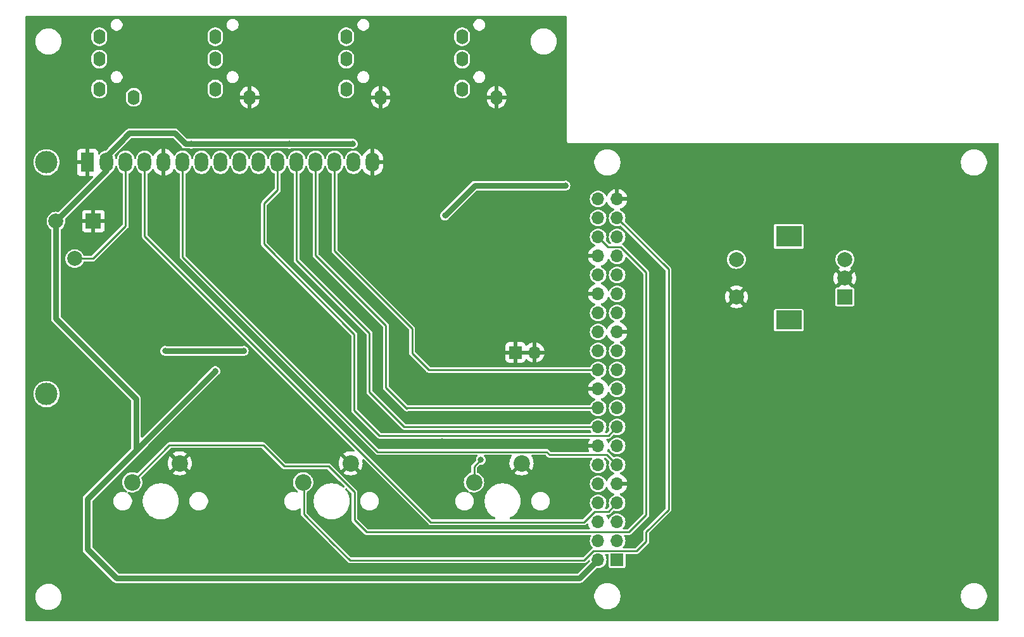
<source format=gtl>
G04 #@! TF.GenerationSoftware,KiCad,Pcbnew,8.0.1*
G04 #@! TF.CreationDate,2025-03-29T00:02:57-06:00*
G04 #@! TF.ProjectId,minidexed,6d696e69-6465-4786-9564-2e6b69636164,rev?*
G04 #@! TF.SameCoordinates,Original*
G04 #@! TF.FileFunction,Copper,L1,Top*
G04 #@! TF.FilePolarity,Positive*
%FSLAX46Y46*%
G04 Gerber Fmt 4.6, Leading zero omitted, Abs format (unit mm)*
G04 Created by KiCad (PCBNEW 8.0.1) date 2025-03-29 00:02:57*
%MOMM*%
%LPD*%
G01*
G04 APERTURE LIST*
G04 #@! TA.AperFunction,ComponentPad*
%ADD10O,1.600000X2.000000*%
G04 #@! TD*
G04 #@! TA.AperFunction,ComponentPad*
%ADD11C,2.200000*%
G04 #@! TD*
G04 #@! TA.AperFunction,ComponentPad*
%ADD12C,3.000000*%
G04 #@! TD*
G04 #@! TA.AperFunction,ComponentPad*
%ADD13R,1.800000X2.600000*%
G04 #@! TD*
G04 #@! TA.AperFunction,ComponentPad*
%ADD14O,1.800000X2.600000*%
G04 #@! TD*
G04 #@! TA.AperFunction,ComponentPad*
%ADD15R,2.000000X2.000000*%
G04 #@! TD*
G04 #@! TA.AperFunction,ComponentPad*
%ADD16C,2.000000*%
G04 #@! TD*
G04 #@! TA.AperFunction,ComponentPad*
%ADD17R,3.500000X2.500000*%
G04 #@! TD*
G04 #@! TA.AperFunction,ComponentPad*
%ADD18R,3.500000X2.800000*%
G04 #@! TD*
G04 #@! TA.AperFunction,ComponentPad*
%ADD19R,1.700000X1.700000*%
G04 #@! TD*
G04 #@! TA.AperFunction,ComponentPad*
%ADD20O,1.700000X1.700000*%
G04 #@! TD*
G04 #@! TA.AperFunction,ViaPad*
%ADD21C,0.800000*%
G04 #@! TD*
G04 #@! TA.AperFunction,Conductor*
%ADD22C,0.762000*%
G04 #@! TD*
G04 #@! TA.AperFunction,Conductor*
%ADD23C,0.254000*%
G04 #@! TD*
G04 APERTURE END LIST*
D10*
X124800000Y-70187500D03*
X120200000Y-65087500D03*
X120200000Y-69087500D03*
X120200000Y-62087500D03*
X142300000Y-70187500D03*
X137700000Y-65087500D03*
X137700000Y-69087500D03*
X137700000Y-62087500D03*
X109300000Y-70187500D03*
X104700000Y-65087500D03*
X104700000Y-69087500D03*
X104700000Y-62087500D03*
X157800000Y-70187500D03*
X153200000Y-65087500D03*
X153200000Y-69087500D03*
X153200000Y-62087500D03*
D11*
X115440000Y-119120000D03*
X109090000Y-121660000D03*
D12*
X97628900Y-109877200D03*
X97628900Y-78876500D03*
D13*
X103128000Y-78876500D03*
D14*
X105668000Y-78876500D03*
X108208000Y-78876500D03*
X110748000Y-78876500D03*
X113288000Y-78876500D03*
X115828000Y-78876500D03*
X118368000Y-78876500D03*
X120908000Y-78876500D03*
X123448000Y-78876500D03*
X125988000Y-78876500D03*
X128528000Y-78876500D03*
X131068000Y-78876500D03*
X133608000Y-78876500D03*
X136148000Y-78876500D03*
X138688000Y-78876500D03*
X141228000Y-78876500D03*
D15*
X204368400Y-96876500D03*
D16*
X204368400Y-91876500D03*
X204368400Y-94376500D03*
D17*
X196868400Y-99976500D03*
D18*
X196868400Y-88776500D03*
D16*
X189868400Y-91876500D03*
X189868400Y-96876500D03*
D11*
X138290000Y-119120000D03*
X131940000Y-121660000D03*
X161140000Y-119120000D03*
X154790000Y-121660000D03*
D19*
X173918400Y-132042400D03*
D20*
X171378400Y-132042400D03*
X173918400Y-129502400D03*
X171378400Y-129502400D03*
X173918400Y-126962400D03*
X171378400Y-126962400D03*
X173918400Y-124422400D03*
X171378400Y-124422400D03*
X173918400Y-121882400D03*
X171378400Y-121882400D03*
X173918400Y-119342400D03*
X171378400Y-119342400D03*
X173918400Y-116802400D03*
X171378400Y-116802400D03*
X173918400Y-114262400D03*
X171378400Y-114262400D03*
X173918400Y-111722400D03*
X171378400Y-111722400D03*
X173918400Y-109182400D03*
X171378400Y-109182400D03*
X173918400Y-106642400D03*
X171378400Y-106642400D03*
X173918400Y-104102400D03*
X171378400Y-104102400D03*
X173918400Y-101562400D03*
X171378400Y-101562400D03*
X173918400Y-99022400D03*
X171378400Y-99022400D03*
X173918400Y-96482400D03*
X171378400Y-96482400D03*
X173918400Y-93942400D03*
X171378400Y-93942400D03*
X173918400Y-91402400D03*
X171378400Y-91402400D03*
X173918400Y-88862400D03*
X171378400Y-88862400D03*
X173918400Y-86322400D03*
X171378400Y-86322400D03*
X173918400Y-83782400D03*
X171378400Y-83782400D03*
D15*
X103900000Y-86760000D03*
D16*
X101400000Y-91760000D03*
X98900000Y-86760000D03*
D19*
X160325000Y-104300000D03*
D20*
X162865000Y-104300000D03*
D21*
X130100000Y-76400000D03*
X138600000Y-76400000D03*
X117000000Y-76400000D03*
X120200000Y-106800000D03*
X121100000Y-93200000D03*
X175500000Y-118400000D03*
X124700000Y-81800000D03*
X162000000Y-83400000D03*
X163800000Y-76200000D03*
X139800000Y-105000000D03*
X162600000Y-92400000D03*
X166800000Y-124800000D03*
X148500000Y-123500000D03*
X150500000Y-116200000D03*
X129800000Y-81800000D03*
X150900000Y-86000000D03*
X167000000Y-82000000D03*
X113500000Y-104100000D03*
X124000000Y-104100000D03*
X155700000Y-118673500D03*
D22*
X168920800Y-134500000D02*
X107000000Y-134500000D01*
X103100000Y-123900000D02*
X109600000Y-117400000D01*
X103100000Y-130600000D02*
X103100000Y-125500000D01*
X116200000Y-76400000D02*
X114800000Y-75000000D01*
X114800000Y-75000000D02*
X108722500Y-75000000D01*
X98900000Y-99800000D02*
X98900000Y-86760000D01*
X118200000Y-108800000D02*
X120200000Y-106800000D01*
X109600000Y-117400000D02*
X109600000Y-110500000D01*
X108722500Y-75000000D02*
X107322500Y-76400000D01*
X117000000Y-76400000D02*
X116200000Y-76400000D01*
X109600000Y-110500000D02*
X98900000Y-99800000D01*
X105668000Y-78054500D02*
X107322500Y-76400000D01*
X107000000Y-134500000D02*
X103100000Y-130600000D01*
X103100000Y-125500000D02*
X103100000Y-123900000D01*
X117000000Y-76400000D02*
X130100000Y-76400000D01*
X98900000Y-86760000D02*
X105668000Y-79992000D01*
X130100000Y-76400000D02*
X138600000Y-76400000D01*
X171378400Y-132042400D02*
X168920800Y-134500000D01*
X105668000Y-79992000D02*
X105668000Y-78876500D01*
X109600000Y-117400000D02*
X118200000Y-108800000D01*
X154900000Y-82000000D02*
X150900000Y-86000000D01*
X167000000Y-82000000D02*
X154900000Y-82000000D01*
X124000000Y-104100000D02*
X113500000Y-104100000D01*
D23*
X101400000Y-91760000D02*
X103840000Y-91760000D01*
X108208000Y-87392000D02*
X108208000Y-78876500D01*
X103840000Y-91760000D02*
X108208000Y-87392000D01*
X170890870Y-125599400D02*
X172741400Y-125599400D01*
X110748000Y-78876500D02*
X110748000Y-88748000D01*
X169490270Y-127000000D02*
X170890870Y-125599400D01*
X110748000Y-88748000D02*
X149000000Y-127000000D01*
X149000000Y-127000000D02*
X169490270Y-127000000D01*
X172741400Y-125599400D02*
X173918400Y-124422400D01*
X164500000Y-117600000D02*
X164879400Y-117979400D01*
X141900000Y-117600000D02*
X164500000Y-117600000D01*
X172555400Y-117979400D02*
X173918400Y-119342400D01*
X164879400Y-117979400D02*
X172555400Y-117979400D01*
X115828000Y-91528000D02*
X141900000Y-117600000D01*
X115828000Y-78876500D02*
X115828000Y-91528000D01*
X128528000Y-78876500D02*
X128528000Y-82572000D01*
X126700000Y-89800000D02*
X138773000Y-101873000D01*
X128528000Y-82572000D02*
X126700000Y-84400000D01*
X138773000Y-101873000D02*
X138773000Y-112073000D01*
X126700000Y-84400000D02*
X126700000Y-89800000D01*
X142139400Y-115439400D02*
X172741400Y-115439400D01*
X138773000Y-112073000D02*
X142139400Y-115439400D01*
X172741400Y-115439400D02*
X173918400Y-114262400D01*
X131068000Y-78876500D02*
X131068000Y-91968000D01*
X145462400Y-114262400D02*
X171378400Y-114262400D01*
X131068000Y-91968000D02*
X140800000Y-101700000D01*
X140800000Y-101700000D02*
X140800000Y-109600000D01*
X140800000Y-109600000D02*
X145462400Y-114262400D01*
X145877600Y-111722400D02*
X171378400Y-111722400D01*
X143000000Y-100700000D02*
X143000000Y-109000000D01*
X133608000Y-78876500D02*
X133608000Y-91308000D01*
X143000000Y-109000000D02*
X145800000Y-111800000D01*
X145800000Y-111800000D02*
X145877600Y-111722400D01*
X133608000Y-91308000D02*
X143000000Y-100700000D01*
X136148000Y-78876500D02*
X136148000Y-90748000D01*
X136148000Y-90748000D02*
X146500000Y-101100000D01*
X146500000Y-101100000D02*
X146500000Y-104400000D01*
X146500000Y-104400000D02*
X148742400Y-106642400D01*
X148742400Y-106642400D02*
X171378400Y-106642400D01*
X154790000Y-119583500D02*
X155700000Y-118673500D01*
X154790000Y-121660000D02*
X154790000Y-119583500D01*
X129400000Y-119500000D02*
X135323372Y-119500000D01*
X114050000Y-116700000D02*
X126600000Y-116700000D01*
X174380530Y-90200000D02*
X172716000Y-90200000D01*
X126600000Y-116700000D02*
X129400000Y-119500000D01*
X138800000Y-126700000D02*
X140425400Y-128325400D01*
X135323372Y-119500000D02*
X138800000Y-122976628D01*
X172716000Y-90200000D02*
X171378400Y-88862400D01*
X138800000Y-122976628D02*
X138800000Y-126700000D01*
X109090000Y-121660000D02*
X114050000Y-116700000D01*
X175502734Y-128325400D02*
X177800000Y-126028134D01*
X177800000Y-126028134D02*
X177800000Y-93619470D01*
X177800000Y-93619470D02*
X174380530Y-90200000D01*
X140425400Y-128325400D02*
X175502734Y-128325400D01*
X180800000Y-125300000D02*
X180800000Y-93204000D01*
X177800000Y-128300000D02*
X180800000Y-125300000D01*
X131940000Y-121660000D02*
X132047001Y-121767001D01*
X176534600Y-130865400D02*
X177800000Y-129600000D01*
X138200000Y-132100000D02*
X169500000Y-132100000D01*
X180800000Y-93204000D02*
X173918400Y-86322400D01*
X132047001Y-125947001D02*
X135900000Y-129800000D01*
X169500000Y-132100000D02*
X170734600Y-130865400D01*
X132047001Y-121767001D02*
X132047001Y-125947001D01*
X170734600Y-130865400D02*
X176534600Y-130865400D01*
X135900000Y-129800000D02*
X138200000Y-132100000D01*
X177800000Y-129600000D02*
X177800000Y-128300000D01*
G04 #@! TA.AperFunction,Conductor*
G36*
X109515221Y-79323192D02*
G01*
X109574393Y-79362425D01*
X109602448Y-79423855D01*
X109621928Y-79546846D01*
X109621929Y-79546851D01*
X109678081Y-79719669D01*
X109678083Y-79719674D01*
X109760583Y-79881590D01*
X109760585Y-79881593D01*
X109867398Y-80028608D01*
X109995891Y-80157101D01*
X109995894Y-80157103D01*
X110142910Y-80263917D01*
X110297704Y-80342788D01*
X110349318Y-80391535D01*
X110366500Y-80455054D01*
X110366500Y-88798223D01*
X110366499Y-88798223D01*
X110366500Y-88798225D01*
X110383694Y-88862395D01*
X110392500Y-88895256D01*
X110424736Y-88951091D01*
X110442721Y-88982243D01*
X110442729Y-88982253D01*
X138812053Y-117351577D01*
X138846079Y-117413889D01*
X138841014Y-117484704D01*
X138798467Y-117541540D01*
X138731947Y-117566351D01*
X138693544Y-117563191D01*
X138542323Y-117526886D01*
X138290000Y-117507028D01*
X138037676Y-117526886D01*
X137791565Y-117585971D01*
X137557727Y-117682830D01*
X137343387Y-117814176D01*
X137343387Y-117814178D01*
X137969974Y-118440765D01*
X137934742Y-118455359D01*
X137811903Y-118537437D01*
X137707437Y-118641903D01*
X137625359Y-118764742D01*
X137610765Y-118799974D01*
X136984178Y-118173387D01*
X136984176Y-118173387D01*
X136852830Y-118387727D01*
X136755971Y-118621565D01*
X136696886Y-118867676D01*
X136677028Y-119120000D01*
X136696886Y-119372323D01*
X136755971Y-119618434D01*
X136852830Y-119852272D01*
X136984177Y-120066611D01*
X136984178Y-120066611D01*
X137610764Y-119440024D01*
X137625359Y-119475258D01*
X137707437Y-119598097D01*
X137811903Y-119702563D01*
X137934742Y-119784641D01*
X137969973Y-119799234D01*
X137343387Y-120425820D01*
X137343387Y-120425822D01*
X137557727Y-120557169D01*
X137791565Y-120654028D01*
X138037676Y-120713113D01*
X138290000Y-120732971D01*
X138542323Y-120713113D01*
X138788434Y-120654028D01*
X139022277Y-120557167D01*
X139236611Y-120425822D01*
X139236611Y-120425820D01*
X138610025Y-119799234D01*
X138645258Y-119784641D01*
X138768097Y-119702563D01*
X138872563Y-119598097D01*
X138954641Y-119475258D01*
X138969234Y-119440025D01*
X139595820Y-120066611D01*
X139595822Y-120066611D01*
X139727167Y-119852277D01*
X139824028Y-119618434D01*
X139883113Y-119372323D01*
X139902971Y-119120000D01*
X139883113Y-118867676D01*
X139846808Y-118716454D01*
X139850355Y-118645546D01*
X139891675Y-118587812D01*
X139957648Y-118561582D01*
X140027330Y-118575184D01*
X140058422Y-118597945D01*
X148694724Y-127234247D01*
X148765753Y-127305276D01*
X148765754Y-127305277D01*
X148765756Y-127305278D01*
X148852741Y-127355499D01*
X148852743Y-127355499D01*
X148852746Y-127355501D01*
X148949775Y-127381500D01*
X148949777Y-127381500D01*
X169540493Y-127381500D01*
X169540495Y-127381500D01*
X169637524Y-127355501D01*
X169637527Y-127355499D01*
X169637528Y-127355499D01*
X169681020Y-127330388D01*
X169724517Y-127305276D01*
X169795546Y-127234247D01*
X169813260Y-127216533D01*
X169813269Y-127216523D01*
X169838888Y-127190904D01*
X169901200Y-127156878D01*
X169972015Y-127161943D01*
X170028851Y-127204490D01*
X170050127Y-127249067D01*
X170089577Y-127404852D01*
X170089579Y-127404856D01*
X170179981Y-127610951D01*
X170270163Y-127748985D01*
X170290676Y-127816953D01*
X170271187Y-127885222D01*
X170217882Y-127932117D01*
X170164680Y-127943900D01*
X140635613Y-127943900D01*
X140567492Y-127923898D01*
X140546518Y-127906995D01*
X139218405Y-126578882D01*
X139184379Y-126516570D01*
X139181500Y-126489787D01*
X139181500Y-124298417D01*
X139579500Y-124298417D01*
X139610291Y-124492826D01*
X139671116Y-124680025D01*
X139745056Y-124825141D01*
X139760478Y-124855408D01*
X139876173Y-125014648D01*
X140015351Y-125153826D01*
X140037172Y-125169680D01*
X140174595Y-125269524D01*
X140349975Y-125358884D01*
X140537174Y-125419709D01*
X140731583Y-125450500D01*
X140731586Y-125450500D01*
X140928414Y-125450500D01*
X140928417Y-125450500D01*
X141122826Y-125419709D01*
X141310025Y-125358884D01*
X141485405Y-125269524D01*
X141644646Y-125153828D01*
X141783828Y-125014646D01*
X141899524Y-124855405D01*
X141988884Y-124680025D01*
X142049709Y-124492826D01*
X142080500Y-124298417D01*
X142080500Y-124101583D01*
X142049709Y-123907174D01*
X141988884Y-123719975D01*
X141899524Y-123544595D01*
X141815870Y-123429456D01*
X141783826Y-123385351D01*
X141644648Y-123246173D01*
X141485408Y-123130478D01*
X141485407Y-123130477D01*
X141485405Y-123130476D01*
X141310025Y-123041116D01*
X141122826Y-122980291D01*
X140928417Y-122949500D01*
X140731583Y-122949500D01*
X140537174Y-122980291D01*
X140537171Y-122980291D01*
X140537170Y-122980292D01*
X140506191Y-122990358D01*
X140349975Y-123041116D01*
X140349973Y-123041116D01*
X140349973Y-123041117D01*
X140174591Y-123130478D01*
X140015351Y-123246173D01*
X139876173Y-123385351D01*
X139760478Y-123544591D01*
X139760476Y-123544595D01*
X139671116Y-123719975D01*
X139610291Y-123907174D01*
X139579500Y-124101583D01*
X139579500Y-124298417D01*
X139181500Y-124298417D01*
X139181500Y-122926404D01*
X139180961Y-122924392D01*
X139155501Y-122829374D01*
X139155499Y-122829371D01*
X139155499Y-122829369D01*
X139105278Y-122742384D01*
X139105270Y-122742374D01*
X139029858Y-122666962D01*
X139029835Y-122666941D01*
X135557625Y-119194729D01*
X135557615Y-119194721D01*
X135470630Y-119144500D01*
X135448532Y-119138579D01*
X135373597Y-119118500D01*
X135373595Y-119118500D01*
X129610213Y-119118500D01*
X129542092Y-119098498D01*
X129521118Y-119081595D01*
X126834253Y-116394729D01*
X126834243Y-116394721D01*
X126801561Y-116375852D01*
X126801559Y-116375852D01*
X126747254Y-116344499D01*
X126650225Y-116318500D01*
X113999775Y-116318500D01*
X113940390Y-116334412D01*
X113902741Y-116344500D01*
X113815756Y-116394721D01*
X113815751Y-116394725D01*
X113790073Y-116420404D01*
X113744724Y-116465753D01*
X113744722Y-116465755D01*
X109805681Y-120404794D01*
X109743369Y-120438820D01*
X109672553Y-120433755D01*
X109656623Y-120426515D01*
X109635961Y-120415334D01*
X109635960Y-120415333D01*
X109635959Y-120415333D01*
X109635957Y-120415332D01*
X109423654Y-120342448D01*
X109423645Y-120342446D01*
X109379620Y-120335099D01*
X109202237Y-120305500D01*
X108977763Y-120305500D01*
X108829979Y-120330160D01*
X108756354Y-120342446D01*
X108756345Y-120342448D01*
X108544042Y-120415332D01*
X108544039Y-120415333D01*
X108346620Y-120522171D01*
X108346619Y-120522172D01*
X108169471Y-120660052D01*
X108017447Y-120825195D01*
X107894668Y-121013123D01*
X107804501Y-121218683D01*
X107804498Y-121218690D01*
X107749396Y-121436285D01*
X107749395Y-121436291D01*
X107749395Y-121436293D01*
X107730858Y-121660000D01*
X107749286Y-121882395D01*
X107749396Y-121883714D01*
X107804498Y-122101309D01*
X107804501Y-122101316D01*
X107894668Y-122306876D01*
X107894670Y-122306880D01*
X107944010Y-122382400D01*
X108017447Y-122494804D01*
X108169471Y-122659947D01*
X108169476Y-122659951D01*
X108169478Y-122659953D01*
X108346619Y-122797827D01*
X108349632Y-122800172D01*
X108391103Y-122857797D01*
X108394837Y-122928696D01*
X108359647Y-122990358D01*
X108296706Y-123023206D01*
X108233305Y-123019437D01*
X108112831Y-122980292D01*
X108112827Y-122980291D01*
X108112826Y-122980291D01*
X107918417Y-122949500D01*
X107721583Y-122949500D01*
X107527174Y-122980291D01*
X107527171Y-122980291D01*
X107527170Y-122980292D01*
X107496191Y-122990358D01*
X107339975Y-123041116D01*
X107339973Y-123041116D01*
X107339973Y-123041117D01*
X107164591Y-123130478D01*
X107005351Y-123246173D01*
X106866173Y-123385351D01*
X106750478Y-123544591D01*
X106750476Y-123544595D01*
X106661116Y-123719975D01*
X106600291Y-123907174D01*
X106569500Y-124101583D01*
X106569500Y-124298417D01*
X106600291Y-124492826D01*
X106661116Y-124680025D01*
X106735056Y-124825141D01*
X106750478Y-124855408D01*
X106866173Y-125014648D01*
X107005351Y-125153826D01*
X107027172Y-125169680D01*
X107164595Y-125269524D01*
X107339975Y-125358884D01*
X107527174Y-125419709D01*
X107721583Y-125450500D01*
X107721586Y-125450500D01*
X107918414Y-125450500D01*
X107918417Y-125450500D01*
X108112826Y-125419709D01*
X108300025Y-125358884D01*
X108475405Y-125269524D01*
X108634646Y-125153828D01*
X108773828Y-125014646D01*
X108889524Y-124855405D01*
X108978884Y-124680025D01*
X109039709Y-124492826D01*
X109064736Y-124334810D01*
X110499500Y-124334810D01*
X110529688Y-124602735D01*
X110589685Y-124865597D01*
X110678726Y-125120061D01*
X110678737Y-125120088D01*
X110795717Y-125363000D01*
X110939159Y-125591286D01*
X111107268Y-125802088D01*
X111297911Y-125992731D01*
X111508713Y-126160840D01*
X111736999Y-126304282D01*
X111737002Y-126304283D01*
X111737003Y-126304284D01*
X111979921Y-126421267D01*
X111979937Y-126421272D01*
X111979938Y-126421273D01*
X112234402Y-126510314D01*
X112234405Y-126510314D01*
X112234409Y-126510316D01*
X112497268Y-126570312D01*
X112687248Y-126591717D01*
X112765189Y-126600500D01*
X112765191Y-126600500D01*
X113034811Y-126600500D01*
X113102853Y-126592833D01*
X113302732Y-126570312D01*
X113565591Y-126510316D01*
X113605147Y-126496475D01*
X113702527Y-126462400D01*
X113820079Y-126421267D01*
X114062997Y-126304284D01*
X114291289Y-126160838D01*
X114502085Y-125992734D01*
X114692734Y-125802085D01*
X114860838Y-125591289D01*
X114901297Y-125526900D01*
X115004282Y-125363000D01*
X115004281Y-125363000D01*
X115004284Y-125362997D01*
X115121267Y-125120079D01*
X115210316Y-124865591D01*
X115270312Y-124602732D01*
X115300500Y-124334809D01*
X115300500Y-124298417D01*
X116729500Y-124298417D01*
X116760291Y-124492826D01*
X116821116Y-124680025D01*
X116895056Y-124825141D01*
X116910478Y-124855408D01*
X117026173Y-125014648D01*
X117165351Y-125153826D01*
X117187172Y-125169680D01*
X117324595Y-125269524D01*
X117499975Y-125358884D01*
X117687174Y-125419709D01*
X117881583Y-125450500D01*
X117881586Y-125450500D01*
X118078414Y-125450500D01*
X118078417Y-125450500D01*
X118272826Y-125419709D01*
X118460025Y-125358884D01*
X118635405Y-125269524D01*
X118794646Y-125153828D01*
X118933828Y-125014646D01*
X119049524Y-124855405D01*
X119138884Y-124680025D01*
X119199709Y-124492826D01*
X119230500Y-124298417D01*
X119230500Y-124101583D01*
X119199709Y-123907174D01*
X119138884Y-123719975D01*
X119049524Y-123544595D01*
X118965870Y-123429456D01*
X118933826Y-123385351D01*
X118794648Y-123246173D01*
X118635408Y-123130478D01*
X118635407Y-123130477D01*
X118635405Y-123130476D01*
X118460025Y-123041116D01*
X118272826Y-122980291D01*
X118078417Y-122949500D01*
X117881583Y-122949500D01*
X117687174Y-122980291D01*
X117687171Y-122980291D01*
X117687170Y-122980292D01*
X117656191Y-122990358D01*
X117499975Y-123041116D01*
X117499973Y-123041116D01*
X117499973Y-123041117D01*
X117324591Y-123130478D01*
X117165351Y-123246173D01*
X117026173Y-123385351D01*
X116910478Y-123544591D01*
X116910476Y-123544595D01*
X116821116Y-123719975D01*
X116760291Y-123907174D01*
X116729500Y-124101583D01*
X116729500Y-124298417D01*
X115300500Y-124298417D01*
X115300500Y-124065191D01*
X115270312Y-123797268D01*
X115210316Y-123534409D01*
X115196488Y-123494892D01*
X115121273Y-123279938D01*
X115121272Y-123279937D01*
X115121267Y-123279921D01*
X115004284Y-123037003D01*
X115004283Y-123037002D01*
X115004282Y-123036999D01*
X114860840Y-122808713D01*
X114692731Y-122597911D01*
X114502088Y-122407268D01*
X114291286Y-122239159D01*
X114063000Y-122095717D01*
X113820088Y-121978737D01*
X113820083Y-121978735D01*
X113820079Y-121978733D01*
X113820073Y-121978730D01*
X113820061Y-121978726D01*
X113565597Y-121889685D01*
X113302735Y-121829688D01*
X113034811Y-121799500D01*
X113034809Y-121799500D01*
X112765191Y-121799500D01*
X112765189Y-121799500D01*
X112497264Y-121829688D01*
X112234402Y-121889685D01*
X111979938Y-121978726D01*
X111979911Y-121978737D01*
X111736999Y-122095717D01*
X111508713Y-122239159D01*
X111297911Y-122407268D01*
X111107268Y-122597911D01*
X110939159Y-122808713D01*
X110795717Y-123036999D01*
X110678737Y-123279911D01*
X110678726Y-123279938D01*
X110589685Y-123534402D01*
X110529688Y-123797264D01*
X110499500Y-124065189D01*
X110499500Y-124334810D01*
X109064736Y-124334810D01*
X109070500Y-124298417D01*
X109070500Y-124101583D01*
X109039709Y-123907174D01*
X108978884Y-123719975D01*
X108889524Y-123544595D01*
X108805870Y-123429456D01*
X108773826Y-123385351D01*
X108634652Y-123246177D01*
X108634648Y-123246174D01*
X108634646Y-123246172D01*
X108504646Y-123151721D01*
X108461294Y-123095499D01*
X108455219Y-123024763D01*
X108488351Y-122961971D01*
X108550171Y-122927060D01*
X108619619Y-122930612D01*
X108756350Y-122977553D01*
X108977763Y-123014500D01*
X108977767Y-123014500D01*
X109202233Y-123014500D01*
X109202237Y-123014500D01*
X109423650Y-122977553D01*
X109635961Y-122904666D01*
X109833380Y-122797828D01*
X110010522Y-122659953D01*
X110054370Y-122612322D01*
X110162552Y-122494804D01*
X110162551Y-122494804D01*
X110162554Y-122494802D01*
X110285330Y-122306880D01*
X110375500Y-122101313D01*
X110430605Y-121883707D01*
X110449142Y-121660000D01*
X110430605Y-121436293D01*
X110416958Y-121382400D01*
X110375501Y-121218690D01*
X110375498Y-121218683D01*
X110317188Y-121085750D01*
X110308141Y-121015332D01*
X110338601Y-120951202D01*
X110343462Y-120946059D01*
X112169521Y-119120000D01*
X113827028Y-119120000D01*
X113846886Y-119372323D01*
X113905971Y-119618434D01*
X114002830Y-119852272D01*
X114134177Y-120066611D01*
X114134178Y-120066611D01*
X114760764Y-119440024D01*
X114775359Y-119475258D01*
X114857437Y-119598097D01*
X114961903Y-119702563D01*
X115084742Y-119784641D01*
X115119973Y-119799234D01*
X114493387Y-120425820D01*
X114493387Y-120425822D01*
X114707727Y-120557169D01*
X114941565Y-120654028D01*
X115187676Y-120713113D01*
X115440000Y-120732971D01*
X115692323Y-120713113D01*
X115938434Y-120654028D01*
X116172277Y-120557167D01*
X116386611Y-120425822D01*
X116386611Y-120425820D01*
X115760025Y-119799234D01*
X115795258Y-119784641D01*
X115918097Y-119702563D01*
X116022563Y-119598097D01*
X116104641Y-119475258D01*
X116119234Y-119440025D01*
X116745820Y-120066611D01*
X116745822Y-120066611D01*
X116877167Y-119852277D01*
X116974028Y-119618434D01*
X117033113Y-119372323D01*
X117052971Y-119120000D01*
X117033113Y-118867676D01*
X116974028Y-118621565D01*
X116877169Y-118387727D01*
X116745822Y-118173387D01*
X116745820Y-118173387D01*
X116119234Y-118799973D01*
X116104641Y-118764742D01*
X116022563Y-118641903D01*
X115918097Y-118537437D01*
X115795258Y-118455359D01*
X115760025Y-118440764D01*
X116386611Y-117814178D01*
X116386611Y-117814177D01*
X116172272Y-117682830D01*
X115938434Y-117585971D01*
X115692323Y-117526886D01*
X115440000Y-117507028D01*
X115187676Y-117526886D01*
X114941565Y-117585971D01*
X114707727Y-117682830D01*
X114493387Y-117814176D01*
X114493387Y-117814178D01*
X115119974Y-118440765D01*
X115084742Y-118455359D01*
X114961903Y-118537437D01*
X114857437Y-118641903D01*
X114775359Y-118764742D01*
X114760765Y-118799974D01*
X114134178Y-118173387D01*
X114134176Y-118173387D01*
X114002830Y-118387727D01*
X113905971Y-118621565D01*
X113846886Y-118867676D01*
X113827028Y-119120000D01*
X112169521Y-119120000D01*
X114171117Y-117118405D01*
X114233429Y-117084379D01*
X114260212Y-117081500D01*
X126389787Y-117081500D01*
X126457908Y-117101502D01*
X126478882Y-117118405D01*
X129094724Y-119734247D01*
X129165753Y-119805276D01*
X129165754Y-119805277D01*
X129165756Y-119805278D01*
X129252741Y-119855499D01*
X129252743Y-119855499D01*
X129252746Y-119855501D01*
X129349775Y-119881500D01*
X129450225Y-119881500D01*
X135113159Y-119881500D01*
X135181280Y-119901502D01*
X135202254Y-119918405D01*
X136779467Y-121495618D01*
X137439601Y-122155751D01*
X137473626Y-122218063D01*
X137468562Y-122288878D01*
X137426015Y-122345714D01*
X137359495Y-122370525D01*
X137290121Y-122355434D01*
X137271947Y-122343357D01*
X137141290Y-122239162D01*
X136913000Y-122095717D01*
X136670088Y-121978737D01*
X136670083Y-121978735D01*
X136670079Y-121978733D01*
X136670073Y-121978730D01*
X136670061Y-121978726D01*
X136415597Y-121889685D01*
X136152735Y-121829688D01*
X135884811Y-121799500D01*
X135884809Y-121799500D01*
X135615191Y-121799500D01*
X135615189Y-121799500D01*
X135347264Y-121829688D01*
X135084402Y-121889685D01*
X134829938Y-121978726D01*
X134829911Y-121978737D01*
X134586999Y-122095717D01*
X134358713Y-122239159D01*
X134147911Y-122407268D01*
X133957268Y-122597911D01*
X133789159Y-122808713D01*
X133645717Y-123036999D01*
X133528737Y-123279911D01*
X133528726Y-123279938D01*
X133439685Y-123534402D01*
X133379688Y-123797264D01*
X133349500Y-124065189D01*
X133349500Y-124334810D01*
X133379688Y-124602735D01*
X133439685Y-124865597D01*
X133528726Y-125120061D01*
X133528737Y-125120088D01*
X133645717Y-125363000D01*
X133789159Y-125591286D01*
X133957268Y-125802088D01*
X134147911Y-125992731D01*
X134358713Y-126160840D01*
X134586999Y-126304282D01*
X134587002Y-126304283D01*
X134587003Y-126304284D01*
X134829921Y-126421267D01*
X134829937Y-126421272D01*
X134829938Y-126421273D01*
X135084402Y-126510314D01*
X135084405Y-126510314D01*
X135084409Y-126510316D01*
X135347268Y-126570312D01*
X135537248Y-126591717D01*
X135615189Y-126600500D01*
X135615191Y-126600500D01*
X135884811Y-126600500D01*
X135952853Y-126592833D01*
X136152732Y-126570312D01*
X136415591Y-126510316D01*
X136455147Y-126496475D01*
X136552527Y-126462400D01*
X136670079Y-126421267D01*
X136912997Y-126304284D01*
X137141289Y-126160838D01*
X137352085Y-125992734D01*
X137542734Y-125802085D01*
X137710838Y-125591289D01*
X137751297Y-125526900D01*
X137854282Y-125363000D01*
X137854281Y-125363000D01*
X137854284Y-125362997D01*
X137971267Y-125120079D01*
X138060316Y-124865591D01*
X138120312Y-124602732D01*
X138150500Y-124334809D01*
X138150500Y-124065191D01*
X138120312Y-123797268D01*
X138060316Y-123534409D01*
X138046488Y-123494892D01*
X137971273Y-123279938D01*
X137971272Y-123279937D01*
X137971267Y-123279921D01*
X137854284Y-123037003D01*
X137854283Y-123037002D01*
X137854282Y-123036999D01*
X137710837Y-122808709D01*
X137606642Y-122678052D01*
X137579808Y-122612322D01*
X137592770Y-122542519D01*
X137641413Y-122490805D01*
X137710293Y-122473598D01*
X137777541Y-122496362D01*
X137794248Y-122510398D01*
X138381595Y-123097745D01*
X138415621Y-123160057D01*
X138418500Y-123186840D01*
X138418500Y-126750223D01*
X138418499Y-126750223D01*
X138423640Y-126769407D01*
X138444499Y-126847254D01*
X138452136Y-126860481D01*
X138459773Y-126873710D01*
X138494722Y-126934244D01*
X138494730Y-126934254D01*
X140191146Y-128630670D01*
X140191151Y-128630674D01*
X140191153Y-128630676D01*
X140278147Y-128680902D01*
X140375175Y-128706901D01*
X140375177Y-128706901D01*
X140483343Y-128706901D01*
X140483359Y-128706900D01*
X170342036Y-128706900D01*
X170410157Y-128726902D01*
X170456650Y-128780558D01*
X170466754Y-128850832D01*
X170442587Y-128908831D01*
X170435312Y-128918463D01*
X170344071Y-129101701D01*
X170288054Y-129298580D01*
X170269168Y-129502395D01*
X170269168Y-129502404D01*
X170288054Y-129706219D01*
X170324480Y-129834243D01*
X170344072Y-129903101D01*
X170435312Y-130086335D01*
X170435313Y-130086336D01*
X170558669Y-130249687D01*
X170617314Y-130303149D01*
X170654181Y-130363823D01*
X170652392Y-130434797D01*
X170612516Y-130493537D01*
X170593894Y-130504723D01*
X170594498Y-130505769D01*
X170539698Y-130537408D01*
X170500356Y-130560121D01*
X170500346Y-130560129D01*
X169378882Y-131681595D01*
X169316570Y-131715620D01*
X169289787Y-131718500D01*
X138410213Y-131718500D01*
X138342092Y-131698498D01*
X138321118Y-131681595D01*
X136129858Y-129490334D01*
X136129835Y-129490313D01*
X132465406Y-125825883D01*
X132431380Y-125763571D01*
X132428501Y-125736788D01*
X132428501Y-123010841D01*
X132448503Y-122942720D01*
X132494530Y-122900028D01*
X132683380Y-122797828D01*
X132860522Y-122659953D01*
X132904370Y-122612322D01*
X133012552Y-122494804D01*
X133012551Y-122494804D01*
X133012554Y-122494802D01*
X133135330Y-122306880D01*
X133225500Y-122101313D01*
X133280605Y-121883707D01*
X133299142Y-121660000D01*
X133280605Y-121436293D01*
X133266958Y-121382400D01*
X133225501Y-121218690D01*
X133225498Y-121218683D01*
X133135331Y-121013123D01*
X133135330Y-121013120D01*
X133012554Y-120825198D01*
X133012553Y-120825197D01*
X133012552Y-120825195D01*
X132860528Y-120660052D01*
X132852788Y-120654028D01*
X132683380Y-120522172D01*
X132683379Y-120522171D01*
X132485960Y-120415333D01*
X132485957Y-120415332D01*
X132273654Y-120342448D01*
X132273645Y-120342446D01*
X132229620Y-120335099D01*
X132052237Y-120305500D01*
X131827763Y-120305500D01*
X131679979Y-120330160D01*
X131606354Y-120342446D01*
X131606345Y-120342448D01*
X131394042Y-120415332D01*
X131394039Y-120415333D01*
X131196620Y-120522171D01*
X131196619Y-120522172D01*
X131019471Y-120660052D01*
X130867447Y-120825195D01*
X130744668Y-121013123D01*
X130654501Y-121218683D01*
X130654498Y-121218690D01*
X130599396Y-121436285D01*
X130599395Y-121436291D01*
X130599395Y-121436293D01*
X130580858Y-121660000D01*
X130599286Y-121882395D01*
X130599396Y-121883714D01*
X130654498Y-122101309D01*
X130654501Y-122101316D01*
X130744668Y-122306876D01*
X130744670Y-122306880D01*
X130794010Y-122382400D01*
X130867447Y-122494804D01*
X131019471Y-122659947D01*
X131019476Y-122659951D01*
X131019478Y-122659953D01*
X131196619Y-122797827D01*
X131199632Y-122800172D01*
X131241103Y-122857797D01*
X131244837Y-122928696D01*
X131209647Y-122990358D01*
X131146706Y-123023206D01*
X131083305Y-123019437D01*
X130962831Y-122980292D01*
X130962827Y-122980291D01*
X130962826Y-122980291D01*
X130768417Y-122949500D01*
X130571583Y-122949500D01*
X130377174Y-122980291D01*
X130377171Y-122980291D01*
X130377170Y-122980292D01*
X130346191Y-122990358D01*
X130189975Y-123041116D01*
X130189973Y-123041116D01*
X130189973Y-123041117D01*
X130014591Y-123130478D01*
X129855351Y-123246173D01*
X129716173Y-123385351D01*
X129600478Y-123544591D01*
X129600476Y-123544595D01*
X129511116Y-123719975D01*
X129450291Y-123907174D01*
X129419500Y-124101583D01*
X129419500Y-124298417D01*
X129450291Y-124492826D01*
X129511116Y-124680025D01*
X129585056Y-124825141D01*
X129600478Y-124855408D01*
X129716173Y-125014648D01*
X129855351Y-125153826D01*
X129877172Y-125169680D01*
X130014595Y-125269524D01*
X130189975Y-125358884D01*
X130377174Y-125419709D01*
X130571583Y-125450500D01*
X130571586Y-125450500D01*
X130768414Y-125450500D01*
X130768417Y-125450500D01*
X130962826Y-125419709D01*
X131150025Y-125358884D01*
X131325405Y-125269524D01*
X131465443Y-125167779D01*
X131532307Y-125143923D01*
X131601458Y-125160002D01*
X131650939Y-125210916D01*
X131665501Y-125269717D01*
X131665501Y-125997224D01*
X131665500Y-125997224D01*
X131691500Y-126094256D01*
X131699347Y-126107847D01*
X131731990Y-126164387D01*
X131741725Y-126181248D01*
X131741728Y-126181251D01*
X131741731Y-126181255D01*
X135590313Y-130029835D01*
X135590334Y-130029858D01*
X137894724Y-132334247D01*
X137965753Y-132405276D01*
X137965754Y-132405277D01*
X137965756Y-132405278D01*
X138052741Y-132455499D01*
X138052743Y-132455499D01*
X138052746Y-132455501D01*
X138149775Y-132481500D01*
X138149777Y-132481500D01*
X169550223Y-132481500D01*
X169550225Y-132481500D01*
X169647254Y-132455501D01*
X169647257Y-132455499D01*
X169647258Y-132455499D01*
X169690750Y-132430388D01*
X169734247Y-132405276D01*
X169805276Y-132334247D01*
X170064785Y-132074737D01*
X170127097Y-132040713D01*
X170197912Y-132045777D01*
X170254748Y-132088324D01*
X170279343Y-132152211D01*
X170281561Y-132176155D01*
X170267927Y-132245830D01*
X170245193Y-132276872D01*
X168694470Y-133827596D01*
X168632160Y-133861620D01*
X168605377Y-133864500D01*
X107315423Y-133864500D01*
X107247302Y-133844498D01*
X107226328Y-133827595D01*
X103772405Y-130373672D01*
X103738379Y-130311360D01*
X103735500Y-130284577D01*
X103735500Y-124215423D01*
X103755502Y-124147302D01*
X103772405Y-124126328D01*
X111224333Y-116674400D01*
X118693625Y-109205108D01*
X120522258Y-107376473D01*
X120552792Y-107354006D01*
X120574529Y-107342599D01*
X120693498Y-107237201D01*
X120783787Y-107106395D01*
X120840149Y-106957782D01*
X120840149Y-106957781D01*
X120840150Y-106957779D01*
X120859307Y-106800003D01*
X120859307Y-106799996D01*
X120840150Y-106642220D01*
X120826538Y-106606331D01*
X120783787Y-106493605D01*
X120693498Y-106362799D01*
X120574529Y-106257401D01*
X120574528Y-106257400D01*
X120574525Y-106257398D01*
X120433797Y-106183539D01*
X120433795Y-106183538D01*
X120433793Y-106183537D01*
X120433791Y-106183536D01*
X120433790Y-106183536D01*
X120279472Y-106145500D01*
X120279471Y-106145500D01*
X120120529Y-106145500D01*
X120120527Y-106145500D01*
X119966209Y-106183536D01*
X119966202Y-106183539D01*
X119825474Y-106257398D01*
X119825469Y-106257402D01*
X119706501Y-106362799D01*
X119641767Y-106456581D01*
X119627167Y-106474098D01*
X117794892Y-108306375D01*
X110450595Y-115650672D01*
X110388283Y-115684698D01*
X110317468Y-115679633D01*
X110260632Y-115637086D01*
X110235821Y-115570566D01*
X110235500Y-115561577D01*
X110235500Y-110437410D01*
X110235499Y-110437406D01*
X110211078Y-110314631D01*
X110163173Y-110198978D01*
X110093625Y-110094892D01*
X110005108Y-110006375D01*
X104098736Y-104100003D01*
X112840693Y-104100003D01*
X112859849Y-104257779D01*
X112900827Y-104365826D01*
X112916213Y-104406395D01*
X113006502Y-104537201D01*
X113125471Y-104642599D01*
X113125472Y-104642599D01*
X113125474Y-104642601D01*
X113200200Y-104681820D01*
X113266207Y-104716463D01*
X113420529Y-104754500D01*
X113420530Y-104754500D01*
X113579470Y-104754500D01*
X113579471Y-104754500D01*
X113641704Y-104739161D01*
X113671858Y-104735500D01*
X123828142Y-104735500D01*
X123858296Y-104739161D01*
X123920529Y-104754500D01*
X123920530Y-104754500D01*
X124079470Y-104754500D01*
X124079471Y-104754500D01*
X124233793Y-104716463D01*
X124374529Y-104642599D01*
X124493498Y-104537201D01*
X124583787Y-104406395D01*
X124640149Y-104257782D01*
X124640149Y-104257781D01*
X124640150Y-104257779D01*
X124659307Y-104100003D01*
X124659307Y-104099996D01*
X124640150Y-103942220D01*
X124608038Y-103857550D01*
X124583787Y-103793605D01*
X124493498Y-103662799D01*
X124374529Y-103557401D01*
X124374528Y-103557400D01*
X124374525Y-103557398D01*
X124233797Y-103483539D01*
X124233795Y-103483538D01*
X124233793Y-103483537D01*
X124233791Y-103483536D01*
X124233790Y-103483536D01*
X124079472Y-103445500D01*
X124079471Y-103445500D01*
X123920529Y-103445500D01*
X123920527Y-103445500D01*
X123858296Y-103460839D01*
X123828142Y-103464500D01*
X113671858Y-103464500D01*
X113641704Y-103460839D01*
X113579472Y-103445500D01*
X113579471Y-103445500D01*
X113420529Y-103445500D01*
X113420527Y-103445500D01*
X113266209Y-103483536D01*
X113266202Y-103483539D01*
X113125474Y-103557398D01*
X113125469Y-103557402D01*
X113006501Y-103662800D01*
X112916215Y-103793601D01*
X112916212Y-103793607D01*
X112859849Y-103942220D01*
X112840693Y-104099996D01*
X112840693Y-104100003D01*
X104098736Y-104100003D01*
X99572405Y-99573672D01*
X99538379Y-99511360D01*
X99535500Y-99484577D01*
X99535500Y-87912070D01*
X99555502Y-87843949D01*
X99589226Y-87808859D01*
X99589600Y-87808597D01*
X102392000Y-87808597D01*
X102398505Y-87869093D01*
X102449555Y-88005964D01*
X102449555Y-88005965D01*
X102537095Y-88122904D01*
X102654034Y-88210444D01*
X102790906Y-88261494D01*
X102851402Y-88267999D01*
X102851415Y-88268000D01*
X103646000Y-88268000D01*
X103646000Y-87190702D01*
X103707007Y-87225925D01*
X103834174Y-87260000D01*
X103965826Y-87260000D01*
X104092993Y-87225925D01*
X104154000Y-87190702D01*
X104154000Y-88268000D01*
X104948585Y-88268000D01*
X104948597Y-88267999D01*
X105009093Y-88261494D01*
X105145964Y-88210444D01*
X105145965Y-88210444D01*
X105262904Y-88122904D01*
X105350444Y-88005965D01*
X105350444Y-88005964D01*
X105401494Y-87869093D01*
X105407999Y-87808597D01*
X105408000Y-87808585D01*
X105408000Y-87014000D01*
X104330703Y-87014000D01*
X104365925Y-86952993D01*
X104400000Y-86825826D01*
X104400000Y-86694174D01*
X104365925Y-86567007D01*
X104330703Y-86506000D01*
X105408000Y-86506000D01*
X105408000Y-85711414D01*
X105407999Y-85711402D01*
X105401494Y-85650906D01*
X105350444Y-85514035D01*
X105350444Y-85514034D01*
X105262904Y-85397095D01*
X105145965Y-85309555D01*
X105009093Y-85258505D01*
X104948597Y-85252000D01*
X104154000Y-85252000D01*
X104154000Y-86329297D01*
X104092993Y-86294075D01*
X103965826Y-86260000D01*
X103834174Y-86260000D01*
X103707007Y-86294075D01*
X103646000Y-86329297D01*
X103646000Y-85252000D01*
X102851402Y-85252000D01*
X102790906Y-85258505D01*
X102654035Y-85309555D01*
X102654034Y-85309555D01*
X102537095Y-85397095D01*
X102449555Y-85514034D01*
X102449555Y-85514035D01*
X102398505Y-85650906D01*
X102392000Y-85711402D01*
X102392000Y-86506000D01*
X103469297Y-86506000D01*
X103434075Y-86567007D01*
X103400000Y-86694174D01*
X103400000Y-86825826D01*
X103434075Y-86952993D01*
X103469297Y-87014000D01*
X102392000Y-87014000D01*
X102392000Y-87808597D01*
X99589600Y-87808597D01*
X99709457Y-87724674D01*
X99864674Y-87569457D01*
X99990579Y-87389646D01*
X100083347Y-87190703D01*
X100140161Y-86978674D01*
X100159292Y-86760000D01*
X100140161Y-86541326D01*
X100133047Y-86514777D01*
X100134735Y-86443807D01*
X100165656Y-86393075D01*
X106161625Y-80397108D01*
X106220755Y-80308614D01*
X106268324Y-80266344D01*
X106273090Y-80263917D01*
X106420106Y-80157103D01*
X106548603Y-80028606D01*
X106655417Y-79881590D01*
X106737917Y-79719674D01*
X106794072Y-79546846D01*
X106813551Y-79423855D01*
X106843964Y-79359705D01*
X106904232Y-79322178D01*
X106975221Y-79323192D01*
X107034393Y-79362425D01*
X107062448Y-79423855D01*
X107081928Y-79546846D01*
X107081929Y-79546851D01*
X107138081Y-79719669D01*
X107138083Y-79719674D01*
X107220583Y-79881590D01*
X107220585Y-79881593D01*
X107327398Y-80028608D01*
X107455891Y-80157101D01*
X107455894Y-80157103D01*
X107602910Y-80263917D01*
X107757704Y-80342788D01*
X107809318Y-80391535D01*
X107826500Y-80455054D01*
X107826500Y-87181787D01*
X107806498Y-87249908D01*
X107789595Y-87270882D01*
X103718882Y-91341595D01*
X103656570Y-91375621D01*
X103629787Y-91378500D01*
X102686562Y-91378500D01*
X102618441Y-91358498D01*
X102572367Y-91305750D01*
X102527442Y-91209407D01*
X102490579Y-91130354D01*
X102364674Y-90950543D01*
X102209457Y-90795326D01*
X102196025Y-90785921D01*
X102029646Y-90669421D01*
X101830706Y-90576654D01*
X101830700Y-90576652D01*
X101741091Y-90552641D01*
X101618674Y-90519839D01*
X101400000Y-90500708D01*
X101181326Y-90519839D01*
X100969299Y-90576652D01*
X100969293Y-90576654D01*
X100770353Y-90669421D01*
X100590546Y-90795323D01*
X100590540Y-90795328D01*
X100435328Y-90950540D01*
X100435323Y-90950546D01*
X100309421Y-91130353D01*
X100216654Y-91329293D01*
X100216652Y-91329299D01*
X100195864Y-91406882D01*
X100159839Y-91541326D01*
X100140708Y-91760000D01*
X100159839Y-91978674D01*
X100161892Y-91986335D01*
X100216652Y-92190700D01*
X100216654Y-92190706D01*
X100309421Y-92389646D01*
X100416917Y-92543167D01*
X100435326Y-92569457D01*
X100590543Y-92724674D01*
X100770354Y-92850579D01*
X100969297Y-92943347D01*
X101181326Y-93000161D01*
X101400000Y-93019292D01*
X101618674Y-93000161D01*
X101830703Y-92943347D01*
X102029646Y-92850579D01*
X102209457Y-92724674D01*
X102364674Y-92569457D01*
X102490579Y-92389646D01*
X102572367Y-92214250D01*
X102619284Y-92160965D01*
X102686562Y-92141500D01*
X103890223Y-92141500D01*
X103890225Y-92141500D01*
X103987254Y-92115501D01*
X103987257Y-92115499D01*
X103987258Y-92115499D01*
X104030750Y-92090388D01*
X104074247Y-92065276D01*
X104145276Y-91994247D01*
X108513276Y-87626247D01*
X108563502Y-87539253D01*
X108589500Y-87442225D01*
X108589500Y-87341775D01*
X108589500Y-80455054D01*
X108609502Y-80386933D01*
X108658295Y-80342788D01*
X108813090Y-80263917D01*
X108960106Y-80157103D01*
X109088603Y-80028606D01*
X109195417Y-79881590D01*
X109277917Y-79719674D01*
X109334072Y-79546846D01*
X109353551Y-79423855D01*
X109383964Y-79359705D01*
X109444232Y-79322178D01*
X109515221Y-79323192D01*
G37*
G04 #@! TD.AperFunction*
G04 #@! TA.AperFunction,Conductor*
G36*
X113542000Y-80661820D02*
G01*
X113617709Y-80649829D01*
X113617711Y-80649829D01*
X113828483Y-80581344D01*
X113828485Y-80581343D01*
X114025956Y-80480727D01*
X114205253Y-80350460D01*
X114361960Y-80193753D01*
X114492229Y-80014453D01*
X114587987Y-79826516D01*
X114636735Y-79774900D01*
X114705649Y-79757834D01*
X114772851Y-79780734D01*
X114812521Y-79826515D01*
X114840584Y-79881592D01*
X114947398Y-80028608D01*
X115075891Y-80157101D01*
X115075894Y-80157103D01*
X115222910Y-80263917D01*
X115377704Y-80342788D01*
X115429318Y-80391535D01*
X115446500Y-80455054D01*
X115446500Y-91578223D01*
X115446499Y-91578223D01*
X115472499Y-91675254D01*
X115480723Y-91689498D01*
X115480723Y-91689499D01*
X115522721Y-91762243D01*
X115522729Y-91762253D01*
X141594724Y-117834247D01*
X141665753Y-117905276D01*
X141665754Y-117905277D01*
X141665756Y-117905278D01*
X141752741Y-117955499D01*
X141752743Y-117955499D01*
X141752746Y-117955501D01*
X141849775Y-117981500D01*
X141950225Y-117981500D01*
X155161876Y-117981500D01*
X155229997Y-118001502D01*
X155276490Y-118055158D01*
X155286594Y-118125432D01*
X155257100Y-118190012D01*
X155245430Y-118201812D01*
X155206501Y-118236300D01*
X155116215Y-118367101D01*
X155116212Y-118367107D01*
X155059849Y-118515720D01*
X155040693Y-118673496D01*
X155040693Y-118673503D01*
X155046267Y-118719412D01*
X155034622Y-118789447D01*
X155010281Y-118823694D01*
X154538030Y-119295945D01*
X154538028Y-119295948D01*
X154484729Y-119349246D01*
X154484721Y-119349256D01*
X154434500Y-119436241D01*
X154408500Y-119533276D01*
X154408500Y-120268911D01*
X154388498Y-120337032D01*
X154334842Y-120383525D01*
X154323414Y-120388084D01*
X154284427Y-120401468D01*
X154244039Y-120415334D01*
X154244037Y-120415334D01*
X154244037Y-120415335D01*
X154046620Y-120522171D01*
X154046619Y-120522172D01*
X153869471Y-120660052D01*
X153717447Y-120825195D01*
X153594668Y-121013123D01*
X153504501Y-121218683D01*
X153504498Y-121218690D01*
X153449396Y-121436285D01*
X153449395Y-121436291D01*
X153449395Y-121436293D01*
X153430858Y-121660000D01*
X153449286Y-121882395D01*
X153449396Y-121883714D01*
X153504498Y-122101309D01*
X153504501Y-122101316D01*
X153594668Y-122306876D01*
X153594670Y-122306880D01*
X153644010Y-122382400D01*
X153717447Y-122494804D01*
X153869471Y-122659947D01*
X153869476Y-122659951D01*
X153869478Y-122659953D01*
X154046619Y-122797827D01*
X154049632Y-122800172D01*
X154091103Y-122857797D01*
X154094837Y-122928696D01*
X154059647Y-122990358D01*
X153996706Y-123023206D01*
X153933305Y-123019437D01*
X153812831Y-122980292D01*
X153812827Y-122980291D01*
X153812826Y-122980291D01*
X153618417Y-122949500D01*
X153421583Y-122949500D01*
X153227174Y-122980291D01*
X153227171Y-122980291D01*
X153227170Y-122980292D01*
X153196191Y-122990358D01*
X153039975Y-123041116D01*
X153039973Y-123041116D01*
X153039973Y-123041117D01*
X152864591Y-123130478D01*
X152705351Y-123246173D01*
X152566173Y-123385351D01*
X152450478Y-123544591D01*
X152450476Y-123544595D01*
X152361116Y-123719975D01*
X152300291Y-123907174D01*
X152269500Y-124101583D01*
X152269500Y-124298417D01*
X152300291Y-124492826D01*
X152361116Y-124680025D01*
X152435056Y-124825141D01*
X152450478Y-124855408D01*
X152566173Y-125014648D01*
X152705351Y-125153826D01*
X152727172Y-125169680D01*
X152864595Y-125269524D01*
X153039975Y-125358884D01*
X153227174Y-125419709D01*
X153421583Y-125450500D01*
X153421586Y-125450500D01*
X153618414Y-125450500D01*
X153618417Y-125450500D01*
X153812826Y-125419709D01*
X154000025Y-125358884D01*
X154175405Y-125269524D01*
X154334646Y-125153828D01*
X154473828Y-125014646D01*
X154589524Y-124855405D01*
X154678884Y-124680025D01*
X154739709Y-124492826D01*
X154770500Y-124298417D01*
X154770500Y-124101583D01*
X154739709Y-123907174D01*
X154678884Y-123719975D01*
X154589524Y-123544595D01*
X154505870Y-123429456D01*
X154473826Y-123385351D01*
X154334652Y-123246177D01*
X154334648Y-123246174D01*
X154334646Y-123246172D01*
X154204646Y-123151721D01*
X154161294Y-123095499D01*
X154155219Y-123024763D01*
X154188351Y-122961971D01*
X154250171Y-122927060D01*
X154319619Y-122930612D01*
X154456350Y-122977553D01*
X154677763Y-123014500D01*
X154677767Y-123014500D01*
X154902233Y-123014500D01*
X154902237Y-123014500D01*
X155123650Y-122977553D01*
X155335961Y-122904666D01*
X155533380Y-122797828D01*
X155710522Y-122659953D01*
X155754370Y-122612322D01*
X155862552Y-122494804D01*
X155862551Y-122494804D01*
X155862554Y-122494802D01*
X155985330Y-122306880D01*
X156075500Y-122101313D01*
X156130605Y-121883707D01*
X156149142Y-121660000D01*
X156130605Y-121436293D01*
X156116958Y-121382400D01*
X156075501Y-121218690D01*
X156075498Y-121218683D01*
X155985331Y-121013123D01*
X155985330Y-121013120D01*
X155862554Y-120825198D01*
X155862553Y-120825197D01*
X155862552Y-120825195D01*
X155710528Y-120660052D01*
X155702788Y-120654028D01*
X155533380Y-120522172D01*
X155533379Y-120522171D01*
X155434670Y-120468753D01*
X155335961Y-120415334D01*
X155281618Y-120396678D01*
X155256586Y-120388084D01*
X155198652Y-120347046D01*
X155172101Y-120281201D01*
X155171500Y-120268911D01*
X155171500Y-119793712D01*
X155191502Y-119725591D01*
X155208405Y-119704617D01*
X155548117Y-119364905D01*
X155610429Y-119330879D01*
X155637212Y-119328000D01*
X155779470Y-119328000D01*
X155779471Y-119328000D01*
X155933793Y-119289963D01*
X156074529Y-119216099D01*
X156193498Y-119110701D01*
X156283787Y-118979895D01*
X156340149Y-118831282D01*
X156340149Y-118831281D01*
X156340150Y-118831279D01*
X156359307Y-118673503D01*
X156359307Y-118673496D01*
X156340150Y-118515720D01*
X156317961Y-118457214D01*
X156283787Y-118367105D01*
X156193498Y-118236299D01*
X156154569Y-118201811D01*
X156116845Y-118141667D01*
X156117625Y-118070675D01*
X156156663Y-118011374D01*
X156221564Y-117982593D01*
X156238124Y-117981500D01*
X159726778Y-117981500D01*
X159794899Y-118001502D01*
X159841392Y-118055158D01*
X159851496Y-118125432D01*
X159834211Y-118173335D01*
X159702830Y-118387727D01*
X159605971Y-118621565D01*
X159546886Y-118867676D01*
X159527028Y-119120000D01*
X159546886Y-119372323D01*
X159605971Y-119618434D01*
X159702830Y-119852272D01*
X159834177Y-120066611D01*
X159834178Y-120066611D01*
X160460764Y-119440024D01*
X160475359Y-119475258D01*
X160557437Y-119598097D01*
X160661903Y-119702563D01*
X160784742Y-119784641D01*
X160819973Y-119799234D01*
X160193387Y-120425820D01*
X160193387Y-120425822D01*
X160407727Y-120557169D01*
X160641565Y-120654028D01*
X160887676Y-120713113D01*
X161140000Y-120732971D01*
X161392323Y-120713113D01*
X161638434Y-120654028D01*
X161872277Y-120557167D01*
X162086611Y-120425822D01*
X162086611Y-120425820D01*
X161460025Y-119799234D01*
X161495258Y-119784641D01*
X161618097Y-119702563D01*
X161722563Y-119598097D01*
X161804641Y-119475258D01*
X161819234Y-119440025D01*
X162445820Y-120066611D01*
X162445822Y-120066611D01*
X162577167Y-119852277D01*
X162674028Y-119618434D01*
X162733113Y-119372323D01*
X162752971Y-119120000D01*
X162733113Y-118867676D01*
X162674028Y-118621565D01*
X162577169Y-118387727D01*
X162445789Y-118173335D01*
X162427251Y-118104801D01*
X162448707Y-118037125D01*
X162503346Y-117991792D01*
X162553222Y-117981500D01*
X164289787Y-117981500D01*
X164357908Y-118001502D01*
X164378877Y-118018400D01*
X164645153Y-118284676D01*
X164732147Y-118334902D01*
X164829175Y-118360901D01*
X164829177Y-118360901D01*
X164937343Y-118360901D01*
X164937359Y-118360900D01*
X170490345Y-118360900D01*
X170558466Y-118380902D01*
X170604959Y-118434558D01*
X170615063Y-118504832D01*
X170585569Y-118569412D01*
X170575231Y-118580014D01*
X170558669Y-118595112D01*
X170435313Y-118758463D01*
X170344071Y-118941701D01*
X170288054Y-119138580D01*
X170269168Y-119342395D01*
X170269168Y-119342404D01*
X170288054Y-119546219D01*
X170288055Y-119546221D01*
X170344072Y-119743101D01*
X170435312Y-119926335D01*
X170435313Y-119926336D01*
X170558666Y-120089684D01*
X170709936Y-120227585D01*
X170883966Y-120335340D01*
X170883968Y-120335340D01*
X170883973Y-120335344D01*
X171074844Y-120409288D01*
X171276053Y-120446900D01*
X171276055Y-120446900D01*
X171480745Y-120446900D01*
X171480747Y-120446900D01*
X171681956Y-120409288D01*
X171872827Y-120335344D01*
X172046862Y-120227586D01*
X172198132Y-120089685D01*
X172321488Y-119926335D01*
X172412728Y-119743101D01*
X172468745Y-119546221D01*
X172487632Y-119342400D01*
X172487295Y-119338767D01*
X172469294Y-119144500D01*
X172468745Y-119138579D01*
X172412728Y-118941699D01*
X172321488Y-118758465D01*
X172198132Y-118595115D01*
X172198130Y-118595112D01*
X172181569Y-118580014D01*
X172144703Y-118519340D01*
X172146492Y-118448366D01*
X172186369Y-118389626D01*
X172251673Y-118361770D01*
X172266455Y-118360900D01*
X172345187Y-118360900D01*
X172413308Y-118380902D01*
X172434282Y-118397805D01*
X172852557Y-118816080D01*
X172886583Y-118878392D01*
X172884652Y-118939656D01*
X172828054Y-119138580D01*
X172809168Y-119342395D01*
X172809168Y-119342404D01*
X172828054Y-119546219D01*
X172828055Y-119546221D01*
X172884072Y-119743101D01*
X172975312Y-119926335D01*
X172975313Y-119926336D01*
X173098666Y-120089684D01*
X173249936Y-120227585D01*
X173423966Y-120335340D01*
X173423968Y-120335340D01*
X173423973Y-120335344D01*
X173473733Y-120354621D01*
X173486809Y-120359687D01*
X173543104Y-120402946D01*
X173567074Y-120469774D01*
X173551110Y-120538952D01*
X173500279Y-120588518D01*
X173482204Y-120596351D01*
X173371031Y-120634516D01*
X173371028Y-120634517D01*
X173173099Y-120741631D01*
X173173098Y-120741632D01*
X172995497Y-120879865D01*
X172843074Y-121045441D01*
X172719980Y-121233851D01*
X172627484Y-121444720D01*
X172625872Y-121444012D01*
X172589303Y-121495618D01*
X172523453Y-121522157D01*
X172453709Y-121508881D01*
X172402213Y-121460006D01*
X172398405Y-121452935D01*
X172321488Y-121298465D01*
X172261240Y-121218683D01*
X172198133Y-121135115D01*
X172046863Y-120997214D01*
X171872833Y-120889459D01*
X171872828Y-120889457D01*
X171872827Y-120889456D01*
X171848070Y-120879865D01*
X171681959Y-120815513D01*
X171681960Y-120815513D01*
X171681957Y-120815512D01*
X171681956Y-120815512D01*
X171480747Y-120777900D01*
X171276053Y-120777900D01*
X171074844Y-120815512D01*
X171074839Y-120815513D01*
X170883977Y-120889454D01*
X170883966Y-120889459D01*
X170709936Y-120997214D01*
X170558666Y-121135115D01*
X170435313Y-121298463D01*
X170344071Y-121481701D01*
X170288054Y-121678580D01*
X170269168Y-121882395D01*
X170269168Y-121882404D01*
X170288054Y-122086219D01*
X170337447Y-122259818D01*
X170344072Y-122283101D01*
X170435312Y-122466335D01*
X170435313Y-122466336D01*
X170558666Y-122629684D01*
X170709936Y-122767585D01*
X170883966Y-122875340D01*
X170883968Y-122875340D01*
X170883973Y-122875344D01*
X171074844Y-122949288D01*
X171276053Y-122986900D01*
X171276055Y-122986900D01*
X171480745Y-122986900D01*
X171480747Y-122986900D01*
X171681956Y-122949288D01*
X171872827Y-122875344D01*
X172046862Y-122767586D01*
X172198132Y-122629685D01*
X172321488Y-122466335D01*
X172398398Y-122311878D01*
X172446665Y-122259818D01*
X172515419Y-122242115D01*
X172582830Y-122264394D01*
X172627494Y-122319581D01*
X172628963Y-122323452D01*
X172719980Y-122530948D01*
X172843074Y-122719358D01*
X172995497Y-122884934D01*
X173173098Y-123023167D01*
X173173099Y-123023168D01*
X173371028Y-123130282D01*
X173371034Y-123130284D01*
X173482203Y-123168448D01*
X173540139Y-123209484D01*
X173566691Y-123275329D01*
X173553430Y-123345076D01*
X173504566Y-123396582D01*
X173486810Y-123405112D01*
X173423974Y-123429455D01*
X173423966Y-123429459D01*
X173249936Y-123537214D01*
X173098666Y-123675115D01*
X172975313Y-123838463D01*
X172884071Y-124021701D01*
X172828054Y-124218580D01*
X172809168Y-124422395D01*
X172809168Y-124422404D01*
X172828054Y-124626219D01*
X172884652Y-124825141D01*
X172884056Y-124896135D01*
X172852558Y-124948717D01*
X172620282Y-125180995D01*
X172557970Y-125215020D01*
X172531186Y-125217900D01*
X172414764Y-125217900D01*
X172346643Y-125197898D01*
X172300150Y-125144242D01*
X172290046Y-125073968D01*
X172314213Y-125015969D01*
X172321487Y-125006336D01*
X172321486Y-125006336D01*
X172321488Y-125006335D01*
X172412728Y-124823101D01*
X172468745Y-124626221D01*
X172487632Y-124422400D01*
X172479515Y-124334809D01*
X172468745Y-124218580D01*
X172467847Y-124215423D01*
X172412728Y-124021699D01*
X172321488Y-123838465D01*
X172280938Y-123784768D01*
X172198133Y-123675115D01*
X172046863Y-123537214D01*
X171872833Y-123429459D01*
X171872828Y-123429457D01*
X171872827Y-123429456D01*
X171758979Y-123385351D01*
X171681959Y-123355513D01*
X171681960Y-123355513D01*
X171681957Y-123355512D01*
X171681956Y-123355512D01*
X171480747Y-123317900D01*
X171276053Y-123317900D01*
X171074844Y-123355512D01*
X171074839Y-123355513D01*
X170883977Y-123429454D01*
X170883966Y-123429459D01*
X170709936Y-123537214D01*
X170558666Y-123675115D01*
X170435313Y-123838463D01*
X170344071Y-124021701D01*
X170288054Y-124218580D01*
X170269168Y-124422395D01*
X170269168Y-124422404D01*
X170288054Y-124626219D01*
X170344071Y-124823098D01*
X170344072Y-124823101D01*
X170435312Y-125006335D01*
X170558668Y-125169685D01*
X170577487Y-125186841D01*
X170614353Y-125247513D01*
X170612565Y-125318487D01*
X170581696Y-125369050D01*
X169369152Y-126581595D01*
X169306840Y-126615620D01*
X169280057Y-126618500D01*
X159662562Y-126618500D01*
X159594441Y-126598498D01*
X159547948Y-126544842D01*
X159537844Y-126474568D01*
X159567338Y-126409988D01*
X159607893Y-126378978D01*
X159608960Y-126378464D01*
X159762997Y-126304284D01*
X159991289Y-126160838D01*
X160202085Y-125992734D01*
X160392734Y-125802085D01*
X160560838Y-125591289D01*
X160601297Y-125526900D01*
X160704282Y-125363000D01*
X160704281Y-125363000D01*
X160704284Y-125362997D01*
X160821267Y-125120079D01*
X160910316Y-124865591D01*
X160970312Y-124602732D01*
X161000500Y-124334809D01*
X161000500Y-124298417D01*
X162429500Y-124298417D01*
X162460291Y-124492826D01*
X162521116Y-124680025D01*
X162595056Y-124825141D01*
X162610478Y-124855408D01*
X162726173Y-125014648D01*
X162865351Y-125153826D01*
X162887172Y-125169680D01*
X163024595Y-125269524D01*
X163199975Y-125358884D01*
X163387174Y-125419709D01*
X163581583Y-125450500D01*
X163581586Y-125450500D01*
X163778414Y-125450500D01*
X163778417Y-125450500D01*
X163972826Y-125419709D01*
X164160025Y-125358884D01*
X164335405Y-125269524D01*
X164494646Y-125153828D01*
X164633828Y-125014646D01*
X164749524Y-124855405D01*
X164838884Y-124680025D01*
X164899709Y-124492826D01*
X164930500Y-124298417D01*
X164930500Y-124101583D01*
X164899709Y-123907174D01*
X164838884Y-123719975D01*
X164749524Y-123544595D01*
X164665870Y-123429456D01*
X164633826Y-123385351D01*
X164494648Y-123246173D01*
X164335408Y-123130478D01*
X164335407Y-123130477D01*
X164335405Y-123130476D01*
X164160025Y-123041116D01*
X163972826Y-122980291D01*
X163778417Y-122949500D01*
X163581583Y-122949500D01*
X163387174Y-122980291D01*
X163387171Y-122980291D01*
X163387170Y-122980292D01*
X163356191Y-122990358D01*
X163199975Y-123041116D01*
X163199973Y-123041116D01*
X163199973Y-123041117D01*
X163024591Y-123130478D01*
X162865351Y-123246173D01*
X162726173Y-123385351D01*
X162610478Y-123544591D01*
X162610476Y-123544595D01*
X162521116Y-123719975D01*
X162460291Y-123907174D01*
X162429500Y-124101583D01*
X162429500Y-124298417D01*
X161000500Y-124298417D01*
X161000500Y-124065191D01*
X160970312Y-123797268D01*
X160910316Y-123534409D01*
X160896488Y-123494892D01*
X160821273Y-123279938D01*
X160821272Y-123279937D01*
X160821267Y-123279921D01*
X160704284Y-123037003D01*
X160704283Y-123037002D01*
X160704282Y-123036999D01*
X160560840Y-122808713D01*
X160392731Y-122597911D01*
X160202088Y-122407268D01*
X159991286Y-122239159D01*
X159763000Y-122095717D01*
X159520088Y-121978737D01*
X159520083Y-121978735D01*
X159520079Y-121978733D01*
X159520073Y-121978730D01*
X159520061Y-121978726D01*
X159265597Y-121889685D01*
X159002735Y-121829688D01*
X158734811Y-121799500D01*
X158734809Y-121799500D01*
X158465191Y-121799500D01*
X158465189Y-121799500D01*
X158197264Y-121829688D01*
X157934402Y-121889685D01*
X157679938Y-121978726D01*
X157679911Y-121978737D01*
X157436999Y-122095717D01*
X157208713Y-122239159D01*
X156997911Y-122407268D01*
X156807268Y-122597911D01*
X156639159Y-122808713D01*
X156495717Y-123036999D01*
X156378737Y-123279911D01*
X156378726Y-123279938D01*
X156289685Y-123534402D01*
X156229688Y-123797264D01*
X156199500Y-124065189D01*
X156199500Y-124334810D01*
X156229688Y-124602735D01*
X156289685Y-124865597D01*
X156378726Y-125120061D01*
X156378737Y-125120088D01*
X156495717Y-125363000D01*
X156639159Y-125591286D01*
X156807268Y-125802088D01*
X156997911Y-125992731D01*
X157208713Y-126160840D01*
X157436999Y-126304282D01*
X157437002Y-126304283D01*
X157437003Y-126304284D01*
X157591040Y-126378464D01*
X157592107Y-126378978D01*
X157644803Y-126426556D01*
X157663412Y-126495070D01*
X157642024Y-126562769D01*
X157587431Y-126608157D01*
X157537438Y-126618500D01*
X149210213Y-126618500D01*
X149142092Y-126598498D01*
X149121118Y-126581595D01*
X111166405Y-88626882D01*
X111132379Y-88564570D01*
X111129500Y-88537787D01*
X111129500Y-80455054D01*
X111149502Y-80386933D01*
X111198295Y-80342788D01*
X111353090Y-80263917D01*
X111500106Y-80157103D01*
X111628603Y-80028606D01*
X111735417Y-79881590D01*
X111763479Y-79826514D01*
X111812225Y-79774900D01*
X111881140Y-79757834D01*
X111948342Y-79780734D01*
X111988012Y-79826516D01*
X112083770Y-80014453D01*
X112214039Y-80193753D01*
X112370746Y-80350460D01*
X112550043Y-80480727D01*
X112747514Y-80581343D01*
X112747516Y-80581344D01*
X112958289Y-80649829D01*
X113034000Y-80661820D01*
X113034000Y-79422673D01*
X113056409Y-79435611D01*
X113209009Y-79476500D01*
X113366991Y-79476500D01*
X113519591Y-79435611D01*
X113542000Y-79422673D01*
X113542000Y-80661820D01*
G37*
G04 #@! TD.AperFunction*
G04 #@! TA.AperFunction,Conductor*
G36*
X127295221Y-79323192D02*
G01*
X127354393Y-79362425D01*
X127382448Y-79423855D01*
X127401928Y-79546846D01*
X127401929Y-79546851D01*
X127458081Y-79719669D01*
X127458083Y-79719674D01*
X127540583Y-79881590D01*
X127540585Y-79881593D01*
X127647398Y-80028608D01*
X127775891Y-80157101D01*
X127775894Y-80157103D01*
X127922910Y-80263917D01*
X128077704Y-80342788D01*
X128129318Y-80391535D01*
X128146500Y-80455054D01*
X128146500Y-82361786D01*
X128126498Y-82429907D01*
X128109595Y-82450881D01*
X126448030Y-84112445D01*
X126448028Y-84112448D01*
X126394729Y-84165746D01*
X126394721Y-84165756D01*
X126344500Y-84252741D01*
X126318500Y-84349776D01*
X126318500Y-89850223D01*
X126318499Y-89850223D01*
X126337986Y-89922946D01*
X126344499Y-89947254D01*
X126355842Y-89966900D01*
X126394724Y-90034247D01*
X126394727Y-90034250D01*
X126394730Y-90034254D01*
X138354595Y-101994117D01*
X138388621Y-102056429D01*
X138391500Y-102083212D01*
X138391500Y-112123223D01*
X138391499Y-112123223D01*
X138417498Y-112220251D01*
X138417500Y-112220256D01*
X138461481Y-112296433D01*
X138461481Y-112296435D01*
X138467721Y-112307243D01*
X138467729Y-112307253D01*
X141829713Y-115669235D01*
X141829723Y-115669246D01*
X141834123Y-115673646D01*
X141834124Y-115673647D01*
X141905153Y-115744676D01*
X141955374Y-115773670D01*
X141955379Y-115773675D01*
X141955380Y-115773674D01*
X141992141Y-115794899D01*
X141992143Y-115794900D01*
X141992144Y-115794900D01*
X141992147Y-115794902D01*
X142089175Y-115820901D01*
X142089177Y-115820901D01*
X142197343Y-115820901D01*
X142197359Y-115820900D01*
X170164680Y-115820900D01*
X170232801Y-115840902D01*
X170279294Y-115894558D01*
X170289398Y-115964832D01*
X170270163Y-116015815D01*
X170179981Y-116153848D01*
X170089579Y-116359943D01*
X170089576Y-116359950D01*
X170041855Y-116548399D01*
X170041856Y-116548400D01*
X170947697Y-116548400D01*
X170912475Y-116609407D01*
X170878400Y-116736574D01*
X170878400Y-116868226D01*
X170912475Y-116995393D01*
X170947697Y-117056400D01*
X170041855Y-117056400D01*
X170089576Y-117244849D01*
X170089579Y-117244856D01*
X170166969Y-117421286D01*
X170176016Y-117491704D01*
X170145556Y-117555834D01*
X170085259Y-117593316D01*
X170051582Y-117597900D01*
X165089613Y-117597900D01*
X165021492Y-117577898D01*
X165000522Y-117560999D01*
X164734247Y-117294724D01*
X164734245Y-117294723D01*
X164734243Y-117294721D01*
X164647258Y-117244500D01*
X164630762Y-117240080D01*
X164550225Y-117218500D01*
X164550223Y-117218500D01*
X142110213Y-117218500D01*
X142042092Y-117198498D01*
X142021118Y-117181595D01*
X116246405Y-91406882D01*
X116212379Y-91344570D01*
X116209500Y-91317787D01*
X116209500Y-80455054D01*
X116229502Y-80386933D01*
X116278295Y-80342788D01*
X116433090Y-80263917D01*
X116580106Y-80157103D01*
X116708603Y-80028606D01*
X116815417Y-79881590D01*
X116897917Y-79719674D01*
X116954072Y-79546846D01*
X116973551Y-79423855D01*
X117003964Y-79359705D01*
X117064232Y-79322178D01*
X117135221Y-79323192D01*
X117194393Y-79362425D01*
X117222448Y-79423855D01*
X117241928Y-79546846D01*
X117241929Y-79546851D01*
X117298081Y-79719669D01*
X117298083Y-79719674D01*
X117380583Y-79881590D01*
X117380585Y-79881593D01*
X117487398Y-80028608D01*
X117615891Y-80157101D01*
X117615894Y-80157103D01*
X117762910Y-80263917D01*
X117924826Y-80346417D01*
X118097654Y-80402572D01*
X118277139Y-80431000D01*
X118277142Y-80431000D01*
X118458858Y-80431000D01*
X118458861Y-80431000D01*
X118638346Y-80402572D01*
X118811174Y-80346417D01*
X118973090Y-80263917D01*
X119120106Y-80157103D01*
X119248603Y-80028606D01*
X119355417Y-79881590D01*
X119437917Y-79719674D01*
X119494072Y-79546846D01*
X119513551Y-79423855D01*
X119543964Y-79359705D01*
X119604232Y-79322178D01*
X119675221Y-79323192D01*
X119734393Y-79362425D01*
X119762448Y-79423855D01*
X119781928Y-79546846D01*
X119781929Y-79546851D01*
X119838081Y-79719669D01*
X119838083Y-79719674D01*
X119920583Y-79881590D01*
X119920585Y-79881593D01*
X120027398Y-80028608D01*
X120155891Y-80157101D01*
X120155894Y-80157103D01*
X120302910Y-80263917D01*
X120464826Y-80346417D01*
X120637654Y-80402572D01*
X120817139Y-80431000D01*
X120817142Y-80431000D01*
X120998858Y-80431000D01*
X120998861Y-80431000D01*
X121178346Y-80402572D01*
X121351174Y-80346417D01*
X121513090Y-80263917D01*
X121660106Y-80157103D01*
X121788603Y-80028606D01*
X121895417Y-79881590D01*
X121977917Y-79719674D01*
X122034072Y-79546846D01*
X122053551Y-79423855D01*
X122083964Y-79359705D01*
X122144232Y-79322178D01*
X122215221Y-79323192D01*
X122274393Y-79362425D01*
X122302448Y-79423855D01*
X122321928Y-79546846D01*
X122321929Y-79546851D01*
X122378081Y-79719669D01*
X122378083Y-79719674D01*
X122460583Y-79881590D01*
X122460585Y-79881593D01*
X122567398Y-80028608D01*
X122695891Y-80157101D01*
X122695894Y-80157103D01*
X122842910Y-80263917D01*
X123004826Y-80346417D01*
X123177654Y-80402572D01*
X123357139Y-80431000D01*
X123357142Y-80431000D01*
X123538858Y-80431000D01*
X123538861Y-80431000D01*
X123718346Y-80402572D01*
X123891174Y-80346417D01*
X124053090Y-80263917D01*
X124200106Y-80157103D01*
X124328603Y-80028606D01*
X124435417Y-79881590D01*
X124517917Y-79719674D01*
X124574072Y-79546846D01*
X124593551Y-79423855D01*
X124623964Y-79359705D01*
X124684232Y-79322178D01*
X124755221Y-79323192D01*
X124814393Y-79362425D01*
X124842448Y-79423855D01*
X124861928Y-79546846D01*
X124861929Y-79546851D01*
X124918081Y-79719669D01*
X124918083Y-79719674D01*
X125000583Y-79881590D01*
X125000585Y-79881593D01*
X125107398Y-80028608D01*
X125235891Y-80157101D01*
X125235894Y-80157103D01*
X125382910Y-80263917D01*
X125544826Y-80346417D01*
X125717654Y-80402572D01*
X125897139Y-80431000D01*
X125897142Y-80431000D01*
X126078858Y-80431000D01*
X126078861Y-80431000D01*
X126258346Y-80402572D01*
X126431174Y-80346417D01*
X126593090Y-80263917D01*
X126740106Y-80157103D01*
X126868603Y-80028606D01*
X126975417Y-79881590D01*
X127057917Y-79719674D01*
X127114072Y-79546846D01*
X127133551Y-79423855D01*
X127163964Y-79359705D01*
X127224232Y-79322178D01*
X127295221Y-79323192D01*
G37*
G04 #@! TD.AperFunction*
G04 #@! TA.AperFunction,Conductor*
G36*
X129835221Y-79323192D02*
G01*
X129894393Y-79362425D01*
X129922448Y-79423855D01*
X129941928Y-79546846D01*
X129941929Y-79546851D01*
X129998081Y-79719669D01*
X129998083Y-79719674D01*
X130080583Y-79881590D01*
X130080585Y-79881593D01*
X130187398Y-80028608D01*
X130315891Y-80157101D01*
X130315894Y-80157103D01*
X130462910Y-80263917D01*
X130617704Y-80342788D01*
X130669318Y-80391535D01*
X130686500Y-80455054D01*
X130686500Y-92018223D01*
X130686499Y-92018223D01*
X130712500Y-92115257D01*
X130725007Y-92136920D01*
X130727652Y-92141500D01*
X130762724Y-92202247D01*
X130762725Y-92202248D01*
X130762729Y-92202253D01*
X140381595Y-101821117D01*
X140415621Y-101883429D01*
X140418500Y-101910212D01*
X140418500Y-109650223D01*
X140418499Y-109650223D01*
X140444500Y-109747258D01*
X140494721Y-109834243D01*
X140494729Y-109834253D01*
X145152713Y-114492235D01*
X145152734Y-114492258D01*
X145228146Y-114567670D01*
X145228151Y-114567674D01*
X145228153Y-114567676D01*
X145228154Y-114567677D01*
X145228156Y-114567678D01*
X145315141Y-114617899D01*
X145315143Y-114617899D01*
X145315146Y-114617901D01*
X145412175Y-114643900D01*
X145512625Y-114643900D01*
X170256495Y-114643900D01*
X170324616Y-114663902D01*
X170369285Y-114713737D01*
X170435308Y-114846330D01*
X170435311Y-114846334D01*
X170442587Y-114855969D01*
X170467676Y-114922385D01*
X170452875Y-114991822D01*
X170402884Y-115042234D01*
X170342036Y-115057900D01*
X142349612Y-115057900D01*
X142281491Y-115037898D01*
X142260517Y-115020995D01*
X139191405Y-111951882D01*
X139157379Y-111889570D01*
X139154500Y-111862787D01*
X139154500Y-101822776D01*
X139154500Y-101822775D01*
X139128501Y-101725746D01*
X139128499Y-101725743D01*
X139128499Y-101725741D01*
X139078278Y-101638756D01*
X139078270Y-101638746D01*
X139002858Y-101563334D01*
X139002835Y-101563313D01*
X127118405Y-89678882D01*
X127084379Y-89616570D01*
X127081500Y-89589787D01*
X127081500Y-84610211D01*
X127101502Y-84542090D01*
X127118400Y-84521121D01*
X128751870Y-82887650D01*
X128751880Y-82887643D01*
X128833270Y-82806253D01*
X128833276Y-82806247D01*
X128883501Y-82719254D01*
X128909500Y-82622225D01*
X128909500Y-80455054D01*
X128929502Y-80386933D01*
X128978295Y-80342788D01*
X129133090Y-80263917D01*
X129280106Y-80157103D01*
X129408603Y-80028606D01*
X129515417Y-79881590D01*
X129597917Y-79719674D01*
X129654072Y-79546846D01*
X129673551Y-79423855D01*
X129703964Y-79359705D01*
X129764232Y-79322178D01*
X129835221Y-79323192D01*
G37*
G04 #@! TD.AperFunction*
G04 #@! TA.AperFunction,Conductor*
G36*
X134915221Y-79323192D02*
G01*
X134974393Y-79362425D01*
X135002448Y-79423855D01*
X135021928Y-79546846D01*
X135021929Y-79546851D01*
X135078081Y-79719669D01*
X135078083Y-79719674D01*
X135160583Y-79881590D01*
X135160585Y-79881593D01*
X135267398Y-80028608D01*
X135395891Y-80157101D01*
X135395894Y-80157103D01*
X135542910Y-80263917D01*
X135697704Y-80342788D01*
X135749318Y-80391535D01*
X135766500Y-80455054D01*
X135766500Y-90798223D01*
X135766499Y-90798223D01*
X135792498Y-90895252D01*
X135792501Y-90895259D01*
X135802067Y-90911827D01*
X135842721Y-90982243D01*
X135842729Y-90982253D01*
X146081595Y-101221118D01*
X146115621Y-101283430D01*
X146118500Y-101310213D01*
X146118500Y-104450223D01*
X146118499Y-104450223D01*
X146118500Y-104450225D01*
X146144499Y-104547254D01*
X146171271Y-104593625D01*
X146194724Y-104634247D01*
X146194725Y-104634248D01*
X146194729Y-104634253D01*
X148432713Y-106872235D01*
X148432734Y-106872258D01*
X148508146Y-106947670D01*
X148508151Y-106947674D01*
X148508153Y-106947676D01*
X148508154Y-106947677D01*
X148508156Y-106947678D01*
X148595141Y-106997899D01*
X148595143Y-106997899D01*
X148595146Y-106997901D01*
X148692175Y-107023900D01*
X170256495Y-107023900D01*
X170324616Y-107043902D01*
X170369285Y-107093737D01*
X170435308Y-107226330D01*
X170435312Y-107226335D01*
X170558666Y-107389684D01*
X170709936Y-107527585D01*
X170883966Y-107635340D01*
X170883968Y-107635340D01*
X170883973Y-107635344D01*
X170933733Y-107654621D01*
X170946809Y-107659687D01*
X171003104Y-107702946D01*
X171027074Y-107769774D01*
X171011110Y-107838952D01*
X170960279Y-107888518D01*
X170942204Y-107896351D01*
X170831031Y-107934516D01*
X170831028Y-107934517D01*
X170633099Y-108041631D01*
X170633098Y-108041632D01*
X170455497Y-108179865D01*
X170303074Y-108345441D01*
X170179980Y-108533851D01*
X170089579Y-108739943D01*
X170089576Y-108739950D01*
X170041855Y-108928399D01*
X170041856Y-108928400D01*
X170947697Y-108928400D01*
X170912475Y-108989407D01*
X170878400Y-109116574D01*
X170878400Y-109248226D01*
X170912475Y-109375393D01*
X170947697Y-109436400D01*
X170041855Y-109436400D01*
X170089576Y-109624849D01*
X170089579Y-109624856D01*
X170179980Y-109830948D01*
X170303074Y-110019358D01*
X170455497Y-110184934D01*
X170633098Y-110323167D01*
X170633099Y-110323168D01*
X170831028Y-110430282D01*
X170831034Y-110430284D01*
X170942203Y-110468448D01*
X171000139Y-110509484D01*
X171026691Y-110575329D01*
X171013430Y-110645076D01*
X170964566Y-110696582D01*
X170946810Y-110705112D01*
X170883974Y-110729455D01*
X170883966Y-110729459D01*
X170709936Y-110837214D01*
X170558666Y-110975115D01*
X170435312Y-111138464D01*
X170435308Y-111138469D01*
X170369285Y-111271063D01*
X170321016Y-111323127D01*
X170256495Y-111340900D01*
X145932613Y-111340900D01*
X145864492Y-111320898D01*
X145843518Y-111303995D01*
X143418405Y-108878882D01*
X143384379Y-108816570D01*
X143381500Y-108789787D01*
X143381500Y-100760388D01*
X143381501Y-100760375D01*
X143381501Y-100649776D01*
X143359979Y-100569456D01*
X143355502Y-100552747D01*
X143322458Y-100495513D01*
X143305278Y-100465756D01*
X143305270Y-100465746D01*
X134026405Y-91186881D01*
X133992379Y-91124569D01*
X133989500Y-91097786D01*
X133989500Y-80455054D01*
X134009502Y-80386933D01*
X134058295Y-80342788D01*
X134213090Y-80263917D01*
X134360106Y-80157103D01*
X134488603Y-80028606D01*
X134595417Y-79881590D01*
X134677917Y-79719674D01*
X134734072Y-79546846D01*
X134753551Y-79423855D01*
X134783964Y-79359705D01*
X134844232Y-79322178D01*
X134915221Y-79323192D01*
G37*
G04 #@! TD.AperFunction*
G04 #@! TA.AperFunction,Conductor*
G36*
X162399075Y-104107007D02*
G01*
X162365000Y-104234174D01*
X162365000Y-104365826D01*
X162399075Y-104492993D01*
X162434297Y-104554000D01*
X160755703Y-104554000D01*
X160790925Y-104492993D01*
X160825000Y-104365826D01*
X160825000Y-104234174D01*
X160790925Y-104107007D01*
X160755703Y-104046000D01*
X162434297Y-104046000D01*
X162399075Y-104107007D01*
G37*
G04 #@! TD.AperFunction*
G04 #@! TA.AperFunction,Conductor*
G36*
X167141621Y-59320502D02*
G01*
X167188114Y-59374158D01*
X167199500Y-59426500D01*
X167199500Y-76039565D01*
X167219977Y-76115985D01*
X167219978Y-76115988D01*
X167219979Y-76115989D01*
X167259540Y-76184511D01*
X167259542Y-76184513D01*
X167259545Y-76184517D01*
X167315482Y-76240454D01*
X167315486Y-76240457D01*
X167315489Y-76240460D01*
X167384011Y-76280021D01*
X167384013Y-76280021D01*
X167384014Y-76280022D01*
X167460434Y-76300499D01*
X167460438Y-76300500D01*
X167539562Y-76300500D01*
X224823500Y-76300500D01*
X224891621Y-76320502D01*
X224938114Y-76374158D01*
X224949500Y-76426500D01*
X224949500Y-140073500D01*
X224929498Y-140141621D01*
X224875842Y-140188114D01*
X224823500Y-140199500D01*
X94926500Y-140199500D01*
X94858379Y-140179498D01*
X94811886Y-140125842D01*
X94800500Y-140073500D01*
X94800500Y-137114736D01*
X96149500Y-137114736D01*
X96179450Y-137342231D01*
X96179452Y-137342238D01*
X96238842Y-137563887D01*
X96326656Y-137775888D01*
X96326657Y-137775889D01*
X96326662Y-137775900D01*
X96441386Y-137974608D01*
X96441391Y-137974615D01*
X96581073Y-138156652D01*
X96581092Y-138156673D01*
X96743326Y-138318907D01*
X96743347Y-138318926D01*
X96925384Y-138458608D01*
X96925391Y-138458613D01*
X97124099Y-138573337D01*
X97124103Y-138573338D01*
X97124112Y-138573344D01*
X97336113Y-138661158D01*
X97557762Y-138720548D01*
X97557766Y-138720548D01*
X97557768Y-138720549D01*
X97616398Y-138728267D01*
X97785266Y-138750500D01*
X97785273Y-138750500D01*
X98014727Y-138750500D01*
X98014734Y-138750500D01*
X98220345Y-138723430D01*
X98242231Y-138720549D01*
X98242231Y-138720548D01*
X98242238Y-138720548D01*
X98463887Y-138661158D01*
X98675888Y-138573344D01*
X98874612Y-138458611D01*
X99056661Y-138318919D01*
X99218919Y-138156661D01*
X99358611Y-137974612D01*
X99473344Y-137775888D01*
X99561158Y-137563887D01*
X99620548Y-137342238D01*
X99650500Y-137114734D01*
X99650500Y-137007136D01*
X170867900Y-137007136D01*
X170897850Y-137234631D01*
X170897852Y-137234638D01*
X170957242Y-137456287D01*
X171045056Y-137668288D01*
X171045057Y-137668289D01*
X171045062Y-137668300D01*
X171159786Y-137867008D01*
X171159791Y-137867015D01*
X171299473Y-138049052D01*
X171299492Y-138049073D01*
X171461726Y-138211307D01*
X171461747Y-138211326D01*
X171643784Y-138351008D01*
X171643791Y-138351013D01*
X171842499Y-138465737D01*
X171842503Y-138465738D01*
X171842512Y-138465744D01*
X172054513Y-138553558D01*
X172276162Y-138612948D01*
X172276166Y-138612948D01*
X172276168Y-138612949D01*
X172334798Y-138620667D01*
X172503666Y-138642900D01*
X172503673Y-138642900D01*
X172733127Y-138642900D01*
X172733134Y-138642900D01*
X172938745Y-138615830D01*
X172960631Y-138612949D01*
X172960631Y-138612948D01*
X172960638Y-138612948D01*
X173182287Y-138553558D01*
X173394288Y-138465744D01*
X173593012Y-138351011D01*
X173775061Y-138211319D01*
X173937319Y-138049061D01*
X174077011Y-137867012D01*
X174191744Y-137668288D01*
X174279558Y-137456287D01*
X174338948Y-137234638D01*
X174368900Y-137007136D01*
X219867900Y-137007136D01*
X219897850Y-137234631D01*
X219897852Y-137234638D01*
X219957242Y-137456287D01*
X220045056Y-137668288D01*
X220045057Y-137668289D01*
X220045062Y-137668300D01*
X220159786Y-137867008D01*
X220159791Y-137867015D01*
X220299473Y-138049052D01*
X220299492Y-138049073D01*
X220461726Y-138211307D01*
X220461747Y-138211326D01*
X220643784Y-138351008D01*
X220643791Y-138351013D01*
X220842499Y-138465737D01*
X220842503Y-138465738D01*
X220842512Y-138465744D01*
X221054513Y-138553558D01*
X221276162Y-138612948D01*
X221276166Y-138612948D01*
X221276168Y-138612949D01*
X221334798Y-138620667D01*
X221503666Y-138642900D01*
X221503673Y-138642900D01*
X221733127Y-138642900D01*
X221733134Y-138642900D01*
X221938745Y-138615830D01*
X221960631Y-138612949D01*
X221960631Y-138612948D01*
X221960638Y-138612948D01*
X222182287Y-138553558D01*
X222394288Y-138465744D01*
X222593012Y-138351011D01*
X222775061Y-138211319D01*
X222937319Y-138049061D01*
X223077011Y-137867012D01*
X223191744Y-137668288D01*
X223279558Y-137456287D01*
X223338948Y-137234638D01*
X223368900Y-137007134D01*
X223368900Y-136777666D01*
X223338948Y-136550162D01*
X223279558Y-136328513D01*
X223191744Y-136116512D01*
X223191738Y-136116503D01*
X223191737Y-136116499D01*
X223077013Y-135917791D01*
X223077008Y-135917784D01*
X222937326Y-135735747D01*
X222937307Y-135735726D01*
X222775073Y-135573492D01*
X222775052Y-135573473D01*
X222593015Y-135433791D01*
X222593008Y-135433786D01*
X222394300Y-135319062D01*
X222394292Y-135319058D01*
X222394288Y-135319056D01*
X222182287Y-135231242D01*
X221960638Y-135171852D01*
X221960631Y-135171850D01*
X221733136Y-135141900D01*
X221733134Y-135141900D01*
X221503666Y-135141900D01*
X221503663Y-135141900D01*
X221276168Y-135171850D01*
X221054513Y-135231242D01*
X221010435Y-135249500D01*
X220842510Y-135319057D01*
X220842499Y-135319062D01*
X220643791Y-135433786D01*
X220643784Y-135433791D01*
X220461747Y-135573473D01*
X220461726Y-135573492D01*
X220299492Y-135735726D01*
X220299473Y-135735747D01*
X220159791Y-135917784D01*
X220159786Y-135917791D01*
X220045062Y-136116499D01*
X220045057Y-136116510D01*
X220045056Y-136116512D01*
X219957242Y-136328513D01*
X219897850Y-136550168D01*
X219867900Y-136777663D01*
X219867900Y-137007136D01*
X174368900Y-137007136D01*
X174368900Y-137007134D01*
X174368900Y-136777666D01*
X174338948Y-136550162D01*
X174279558Y-136328513D01*
X174191744Y-136116512D01*
X174191738Y-136116503D01*
X174191737Y-136116499D01*
X174077013Y-135917791D01*
X174077008Y-135917784D01*
X173937326Y-135735747D01*
X173937307Y-135735726D01*
X173775073Y-135573492D01*
X173775052Y-135573473D01*
X173593015Y-135433791D01*
X173593008Y-135433786D01*
X173394300Y-135319062D01*
X173394292Y-135319058D01*
X173394288Y-135319056D01*
X173182287Y-135231242D01*
X172960638Y-135171852D01*
X172960631Y-135171850D01*
X172733136Y-135141900D01*
X172733134Y-135141900D01*
X172503666Y-135141900D01*
X172503663Y-135141900D01*
X172276168Y-135171850D01*
X172054513Y-135231242D01*
X172010435Y-135249500D01*
X171842510Y-135319057D01*
X171842499Y-135319062D01*
X171643791Y-135433786D01*
X171643784Y-135433791D01*
X171461747Y-135573473D01*
X171461726Y-135573492D01*
X171299492Y-135735726D01*
X171299473Y-135735747D01*
X171159791Y-135917784D01*
X171159786Y-135917791D01*
X171045062Y-136116499D01*
X171045057Y-136116510D01*
X171045056Y-136116512D01*
X170957242Y-136328513D01*
X170897850Y-136550168D01*
X170867900Y-136777663D01*
X170867900Y-137007136D01*
X99650500Y-137007136D01*
X99650500Y-136885266D01*
X99620548Y-136657762D01*
X99561158Y-136436113D01*
X99473344Y-136224112D01*
X99473338Y-136224103D01*
X99473337Y-136224099D01*
X99358613Y-136025391D01*
X99358608Y-136025384D01*
X99218926Y-135843347D01*
X99218907Y-135843326D01*
X99056673Y-135681092D01*
X99056652Y-135681073D01*
X98874615Y-135541391D01*
X98874608Y-135541386D01*
X98675900Y-135426662D01*
X98675892Y-135426658D01*
X98675888Y-135426656D01*
X98463887Y-135338842D01*
X98242238Y-135279452D01*
X98242231Y-135279450D01*
X98014736Y-135249500D01*
X98014734Y-135249500D01*
X97785266Y-135249500D01*
X97785263Y-135249500D01*
X97557768Y-135279450D01*
X97336113Y-135338842D01*
X97124110Y-135426657D01*
X97124099Y-135426662D01*
X96925391Y-135541386D01*
X96925384Y-135541391D01*
X96743347Y-135681073D01*
X96743326Y-135681092D01*
X96581092Y-135843326D01*
X96581073Y-135843347D01*
X96441391Y-136025384D01*
X96441386Y-136025391D01*
X96326662Y-136224099D01*
X96326657Y-136224110D01*
X96238842Y-136436113D01*
X96179450Y-136657768D01*
X96149500Y-136885263D01*
X96149500Y-137114736D01*
X94800500Y-137114736D01*
X94800500Y-109877200D01*
X95869480Y-109877200D01*
X95889131Y-110139431D01*
X95947646Y-110395799D01*
X95947647Y-110395802D01*
X96043713Y-110640577D01*
X96043715Y-110640581D01*
X96175196Y-110868313D01*
X96339157Y-111073914D01*
X96408732Y-111138469D01*
X96531920Y-111252770D01*
X96531926Y-111252774D01*
X96749180Y-111400896D01*
X96749187Y-111400900D01*
X96749190Y-111400902D01*
X96986112Y-111514998D01*
X97206807Y-111583073D01*
X97237385Y-111592506D01*
X97237392Y-111592508D01*
X97497418Y-111631700D01*
X97497422Y-111631700D01*
X97760378Y-111631700D01*
X97760382Y-111631700D01*
X98020408Y-111592508D01*
X98271688Y-111514998D01*
X98508610Y-111400902D01*
X98725880Y-111252770D01*
X98918646Y-111073910D01*
X99082601Y-110868317D01*
X99214083Y-110640584D01*
X99310154Y-110395798D01*
X99368669Y-110139428D01*
X99388320Y-109877200D01*
X99368669Y-109614972D01*
X99310154Y-109358602D01*
X99261350Y-109234251D01*
X99214086Y-109113822D01*
X99214084Y-109113818D01*
X99082603Y-108886086D01*
X99047427Y-108841977D01*
X98918646Y-108680490D01*
X98918645Y-108680489D01*
X98918642Y-108680485D01*
X98725885Y-108501635D01*
X98725880Y-108501630D01*
X98725873Y-108501625D01*
X98508619Y-108353503D01*
X98508612Y-108353499D01*
X98271693Y-108239404D01*
X98271690Y-108239403D01*
X98271688Y-108239402D01*
X98183796Y-108212290D01*
X98020414Y-108161893D01*
X98020409Y-108161892D01*
X98020408Y-108161892D01*
X97760382Y-108122700D01*
X97497418Y-108122700D01*
X97237392Y-108161892D01*
X97237391Y-108161892D01*
X97237385Y-108161893D01*
X96986106Y-108239404D01*
X96749187Y-108353499D01*
X96749180Y-108353503D01*
X96531926Y-108501625D01*
X96531914Y-108501635D01*
X96339157Y-108680485D01*
X96175196Y-108886086D01*
X96043715Y-109113818D01*
X96043713Y-109113822D01*
X95947647Y-109358597D01*
X95947646Y-109358600D01*
X95889131Y-109614968D01*
X95869480Y-109877200D01*
X94800500Y-109877200D01*
X94800500Y-86760000D01*
X97640708Y-86760000D01*
X97659839Y-86978674D01*
X97684226Y-87069685D01*
X97716652Y-87190700D01*
X97716654Y-87190706D01*
X97809421Y-87389646D01*
X97835506Y-87426900D01*
X97935326Y-87569457D01*
X98090543Y-87724674D01*
X98210772Y-87808858D01*
X98255099Y-87864313D01*
X98264500Y-87912070D01*
X98264500Y-99737409D01*
X98264500Y-99862591D01*
X98288922Y-99985369D01*
X98336827Y-100101022D01*
X98406375Y-100205108D01*
X98406377Y-100205110D01*
X108927595Y-110726328D01*
X108961621Y-110788640D01*
X108964500Y-110815423D01*
X108964500Y-117084577D01*
X108944498Y-117152698D01*
X108927595Y-117173672D01*
X102606377Y-123494889D01*
X102606372Y-123494896D01*
X102536827Y-123598977D01*
X102488924Y-123714625D01*
X102488922Y-123714630D01*
X102464500Y-123837406D01*
X102464500Y-123837409D01*
X102464500Y-125437409D01*
X102464500Y-130537409D01*
X102464500Y-130662591D01*
X102488922Y-130785369D01*
X102536827Y-130901022D01*
X102606375Y-131005108D01*
X106594892Y-134993625D01*
X106698978Y-135063173D01*
X106814631Y-135111078D01*
X106937409Y-135135500D01*
X106937410Y-135135500D01*
X168983390Y-135135500D01*
X168983391Y-135135500D01*
X169106169Y-135111078D01*
X169221822Y-135063173D01*
X169325908Y-134993625D01*
X171141959Y-133177572D01*
X171204268Y-133143550D01*
X171254204Y-133142816D01*
X171276051Y-133146900D01*
X171276053Y-133146900D01*
X171480745Y-133146900D01*
X171480747Y-133146900D01*
X171681956Y-133109288D01*
X171872827Y-133035344D01*
X172046862Y-132927586D01*
X172198132Y-132789685D01*
X172321488Y-132626335D01*
X172412728Y-132443101D01*
X172468745Y-132246221D01*
X172477456Y-132152211D01*
X172487632Y-132042404D01*
X172487632Y-132042395D01*
X172468745Y-131838580D01*
X172468745Y-131838579D01*
X172412728Y-131641699D01*
X172321488Y-131458465D01*
X172321487Y-131458464D01*
X172321487Y-131458463D01*
X172314213Y-131448831D01*
X172289124Y-131382415D01*
X172303925Y-131312978D01*
X172353916Y-131262566D01*
X172414764Y-131246900D01*
X172687900Y-131246900D01*
X172756021Y-131266902D01*
X172802514Y-131320558D01*
X172813900Y-131372900D01*
X172813900Y-132917463D01*
X172813901Y-132917473D01*
X172828665Y-132991700D01*
X172884916Y-133075884D01*
X172969097Y-133132133D01*
X172969099Y-133132134D01*
X173043333Y-133146900D01*
X174793466Y-133146899D01*
X174793469Y-133146898D01*
X174793473Y-133146898D01*
X174842726Y-133137101D01*
X174867701Y-133132134D01*
X174951884Y-133075884D01*
X175008134Y-132991701D01*
X175022900Y-132917467D01*
X175022899Y-131372899D01*
X175042901Y-131304779D01*
X175096557Y-131258286D01*
X175148899Y-131246900D01*
X176584823Y-131246900D01*
X176584825Y-131246900D01*
X176681854Y-131220901D01*
X176681857Y-131220899D01*
X176681858Y-131220899D01*
X176725350Y-131195788D01*
X176768847Y-131170676D01*
X176839876Y-131099647D01*
X178105276Y-129834247D01*
X178155502Y-129747253D01*
X178181500Y-129650225D01*
X178181500Y-129549775D01*
X178181500Y-128510213D01*
X178201502Y-128442092D01*
X178218405Y-128421118D01*
X181105270Y-125534253D01*
X181105276Y-125534247D01*
X181155502Y-125447253D01*
X181181501Y-125350225D01*
X181181501Y-125249775D01*
X181181501Y-125242058D01*
X181181500Y-125242040D01*
X181181500Y-101251563D01*
X194863900Y-101251563D01*
X194863901Y-101251573D01*
X194878665Y-101325800D01*
X194934916Y-101409984D01*
X195019097Y-101466233D01*
X195019099Y-101466234D01*
X195093333Y-101481000D01*
X198643466Y-101480999D01*
X198643469Y-101480998D01*
X198643472Y-101480998D01*
X198680063Y-101473719D01*
X198717701Y-101466234D01*
X198801884Y-101409984D01*
X198858134Y-101325801D01*
X198872900Y-101251567D01*
X198872899Y-98701434D01*
X198872898Y-98701430D01*
X198872898Y-98701426D01*
X198858134Y-98627199D01*
X198801883Y-98543015D01*
X198717702Y-98486766D01*
X198643467Y-98472000D01*
X195093336Y-98472000D01*
X195093327Y-98472001D01*
X195019099Y-98486765D01*
X194934915Y-98543016D01*
X194878666Y-98627197D01*
X194863900Y-98701430D01*
X194863900Y-101251563D01*
X181181500Y-101251563D01*
X181181500Y-96876500D01*
X188355737Y-96876500D01*
X188374360Y-97113132D01*
X188429771Y-97343937D01*
X188520608Y-97563238D01*
X188635296Y-97750390D01*
X188635297Y-97750390D01*
X189384241Y-97001446D01*
X189402475Y-97069493D01*
X189468301Y-97183507D01*
X189561393Y-97276599D01*
X189675407Y-97342425D01*
X189743451Y-97360657D01*
X188994507Y-98109601D01*
X188994508Y-98109602D01*
X189181661Y-98224291D01*
X189400962Y-98315128D01*
X189631767Y-98370539D01*
X189868400Y-98389162D01*
X190105032Y-98370539D01*
X190335837Y-98315128D01*
X190555138Y-98224291D01*
X190742290Y-98109602D01*
X190742291Y-98109602D01*
X189993347Y-97360658D01*
X190061393Y-97342425D01*
X190175407Y-97276599D01*
X190268499Y-97183507D01*
X190334325Y-97069493D01*
X190352558Y-97001447D01*
X191101502Y-97750391D01*
X191101502Y-97750390D01*
X191216191Y-97563238D01*
X191307028Y-97343937D01*
X191362439Y-97113132D01*
X191381062Y-96876500D01*
X191362439Y-96639867D01*
X191307028Y-96409062D01*
X191216191Y-96189761D01*
X191101502Y-96002608D01*
X191101501Y-96002607D01*
X190352557Y-96751551D01*
X190334325Y-96683507D01*
X190268499Y-96569493D01*
X190175407Y-96476401D01*
X190061393Y-96410575D01*
X189993346Y-96392341D01*
X190742290Y-95643397D01*
X190742290Y-95643396D01*
X190555138Y-95528708D01*
X190335837Y-95437871D01*
X190105032Y-95382460D01*
X189868400Y-95363837D01*
X189631767Y-95382460D01*
X189400962Y-95437871D01*
X189181666Y-95528706D01*
X188994508Y-95643397D01*
X188994508Y-95643398D01*
X189743452Y-96392342D01*
X189675407Y-96410575D01*
X189561393Y-96476401D01*
X189468301Y-96569493D01*
X189402475Y-96683507D01*
X189384242Y-96751552D01*
X188635298Y-96002608D01*
X188635297Y-96002608D01*
X188520606Y-96189766D01*
X188429771Y-96409062D01*
X188374360Y-96639867D01*
X188355737Y-96876500D01*
X181181500Y-96876500D01*
X181181500Y-94376500D01*
X202855737Y-94376500D01*
X202874360Y-94613132D01*
X202929771Y-94843937D01*
X203020608Y-95063238D01*
X203135296Y-95250390D01*
X203135297Y-95250390D01*
X203884241Y-94501446D01*
X203902475Y-94569493D01*
X203968301Y-94683507D01*
X204061393Y-94776599D01*
X204175407Y-94842425D01*
X204243451Y-94860657D01*
X203519013Y-95585096D01*
X203456701Y-95619121D01*
X203429919Y-95622000D01*
X203343337Y-95622000D01*
X203343326Y-95622001D01*
X203269099Y-95636765D01*
X203184915Y-95693016D01*
X203128666Y-95777197D01*
X203113900Y-95851430D01*
X203113900Y-97901563D01*
X203113901Y-97901573D01*
X203128665Y-97975800D01*
X203184916Y-98059984D01*
X203269097Y-98116233D01*
X203269099Y-98116234D01*
X203343333Y-98131000D01*
X205393466Y-98130999D01*
X205393469Y-98130998D01*
X205393473Y-98130998D01*
X205442726Y-98121201D01*
X205467701Y-98116234D01*
X205551884Y-98059984D01*
X205608134Y-97975801D01*
X205622900Y-97901567D01*
X205622899Y-95851434D01*
X205622898Y-95851430D01*
X205622898Y-95851426D01*
X205608134Y-95777199D01*
X205551883Y-95693015D01*
X205467702Y-95636766D01*
X205393469Y-95622000D01*
X205306879Y-95622000D01*
X205238758Y-95601998D01*
X205217783Y-95585095D01*
X204493347Y-94860658D01*
X204561393Y-94842425D01*
X204675407Y-94776599D01*
X204768499Y-94683507D01*
X204834325Y-94569493D01*
X204852558Y-94501447D01*
X205601502Y-95250391D01*
X205601502Y-95250390D01*
X205716191Y-95063238D01*
X205807028Y-94843937D01*
X205862439Y-94613132D01*
X205881062Y-94376500D01*
X205862439Y-94139867D01*
X205807028Y-93909062D01*
X205716191Y-93689761D01*
X205601502Y-93502608D01*
X205601501Y-93502607D01*
X204852557Y-94251551D01*
X204834325Y-94183507D01*
X204768499Y-94069493D01*
X204675407Y-93976401D01*
X204561393Y-93910575D01*
X204493346Y-93892341D01*
X205242290Y-93143397D01*
X205242290Y-93143396D01*
X205141615Y-93081702D01*
X205093984Y-93029055D01*
X205082377Y-92959013D01*
X205110480Y-92893816D01*
X205135176Y-92871059D01*
X205177857Y-92841174D01*
X205333074Y-92685957D01*
X205458979Y-92506146D01*
X205551747Y-92307203D01*
X205608561Y-92095174D01*
X205627692Y-91876500D01*
X205608561Y-91657826D01*
X205551747Y-91445797D01*
X205458979Y-91246854D01*
X205333074Y-91067043D01*
X205177857Y-90911826D01*
X205164395Y-90902400D01*
X204998046Y-90785921D01*
X204799106Y-90693154D01*
X204799100Y-90693152D01*
X204709491Y-90669141D01*
X204587074Y-90636339D01*
X204368400Y-90617208D01*
X204149726Y-90636339D01*
X203937699Y-90693152D01*
X203937693Y-90693154D01*
X203738753Y-90785921D01*
X203558946Y-90911823D01*
X203558942Y-90911827D01*
X203403728Y-91067040D01*
X203403723Y-91067046D01*
X203277821Y-91246853D01*
X203185054Y-91445793D01*
X203185052Y-91445799D01*
X203131672Y-91645014D01*
X203128239Y-91657826D01*
X203109108Y-91876500D01*
X203128239Y-92095174D01*
X203145868Y-92160965D01*
X203185052Y-92307200D01*
X203185054Y-92307206D01*
X203226154Y-92395345D01*
X203277821Y-92506146D01*
X203403726Y-92685957D01*
X203558943Y-92841174D01*
X203558946Y-92841176D01*
X203601620Y-92871057D01*
X203645948Y-92926514D01*
X203653257Y-92997134D01*
X203621226Y-93060494D01*
X203595184Y-93081702D01*
X203494508Y-93143396D01*
X203494508Y-93143398D01*
X204243452Y-93892342D01*
X204175407Y-93910575D01*
X204061393Y-93976401D01*
X203968301Y-94069493D01*
X203902475Y-94183507D01*
X203884242Y-94251552D01*
X203135298Y-93502608D01*
X203135297Y-93502608D01*
X203020606Y-93689766D01*
X202929771Y-93909062D01*
X202874360Y-94139867D01*
X202855737Y-94376500D01*
X181181500Y-94376500D01*
X181181500Y-93153776D01*
X181171555Y-93116660D01*
X181155501Y-93056746D01*
X181155499Y-93056743D01*
X181155499Y-93056741D01*
X181105278Y-92969756D01*
X181105274Y-92969751D01*
X181078868Y-92943345D01*
X181034247Y-92898724D01*
X180012023Y-91876500D01*
X188609108Y-91876500D01*
X188628239Y-92095174D01*
X188645868Y-92160965D01*
X188685052Y-92307200D01*
X188685054Y-92307206D01*
X188726154Y-92395345D01*
X188777821Y-92506146D01*
X188903726Y-92685957D01*
X189058943Y-92841174D01*
X189238754Y-92967079D01*
X189437697Y-93059847D01*
X189649726Y-93116661D01*
X189868400Y-93135792D01*
X190087074Y-93116661D01*
X190299103Y-93059847D01*
X190498046Y-92967079D01*
X190677857Y-92841174D01*
X190833074Y-92685957D01*
X190958979Y-92506146D01*
X191051747Y-92307203D01*
X191108561Y-92095174D01*
X191127692Y-91876500D01*
X191108561Y-91657826D01*
X191051747Y-91445797D01*
X190958979Y-91246854D01*
X190833074Y-91067043D01*
X190677857Y-90911826D01*
X190664395Y-90902400D01*
X190498046Y-90785921D01*
X190299106Y-90693154D01*
X190299100Y-90693152D01*
X190209491Y-90669141D01*
X190087074Y-90636339D01*
X189868400Y-90617208D01*
X189649726Y-90636339D01*
X189437699Y-90693152D01*
X189437693Y-90693154D01*
X189238753Y-90785921D01*
X189058946Y-90911823D01*
X189058942Y-90911827D01*
X188903728Y-91067040D01*
X188903723Y-91067046D01*
X188777821Y-91246853D01*
X188685054Y-91445793D01*
X188685052Y-91445799D01*
X188631672Y-91645014D01*
X188628239Y-91657826D01*
X188609108Y-91876500D01*
X180012023Y-91876500D01*
X178337086Y-90201563D01*
X194863900Y-90201563D01*
X194863901Y-90201573D01*
X194878665Y-90275800D01*
X194934916Y-90359984D01*
X195019097Y-90416233D01*
X195019099Y-90416234D01*
X195093333Y-90431000D01*
X198643466Y-90430999D01*
X198643469Y-90430998D01*
X198643472Y-90430998D01*
X198680063Y-90423719D01*
X198717701Y-90416234D01*
X198801884Y-90359984D01*
X198858134Y-90275801D01*
X198872900Y-90201567D01*
X198872899Y-87351434D01*
X198872898Y-87351430D01*
X198872898Y-87351426D01*
X198858134Y-87277199D01*
X198846642Y-87260000D01*
X198801884Y-87193016D01*
X198798427Y-87190706D01*
X198717702Y-87136766D01*
X198643467Y-87122000D01*
X195093336Y-87122000D01*
X195093327Y-87122001D01*
X195019099Y-87136765D01*
X194934915Y-87193016D01*
X194878666Y-87277197D01*
X194863900Y-87351430D01*
X194863900Y-90201563D01*
X178337086Y-90201563D01*
X174984242Y-86848719D01*
X174950216Y-86786407D01*
X174952147Y-86725143D01*
X174960958Y-86694174D01*
X175008745Y-86526221D01*
X175026993Y-86329297D01*
X175027632Y-86322404D01*
X175027632Y-86322395D01*
X175008745Y-86118580D01*
X174975005Y-85999996D01*
X174952728Y-85921699D01*
X174861488Y-85738465D01*
X174820938Y-85684768D01*
X174738133Y-85575115D01*
X174586863Y-85437214D01*
X174412833Y-85329459D01*
X174412825Y-85329455D01*
X174349989Y-85305112D01*
X174293695Y-85261852D01*
X174269725Y-85195024D01*
X174285690Y-85125846D01*
X174336521Y-85076281D01*
X174354596Y-85068448D01*
X174465765Y-85030284D01*
X174465771Y-85030282D01*
X174663700Y-84923168D01*
X174663701Y-84923167D01*
X174841302Y-84784934D01*
X174993725Y-84619358D01*
X175116819Y-84430948D01*
X175207220Y-84224856D01*
X175207223Y-84224849D01*
X175254944Y-84036400D01*
X174349103Y-84036400D01*
X174384325Y-83975393D01*
X174418400Y-83848226D01*
X174418400Y-83716574D01*
X174384325Y-83589407D01*
X174349103Y-83528400D01*
X175254944Y-83528400D01*
X175254944Y-83528399D01*
X175207223Y-83339950D01*
X175207220Y-83339943D01*
X175116819Y-83133851D01*
X174993725Y-82945441D01*
X174841302Y-82779865D01*
X174663701Y-82641632D01*
X174663700Y-82641631D01*
X174465771Y-82534517D01*
X174465769Y-82534516D01*
X174252912Y-82461443D01*
X174252901Y-82461440D01*
X174172400Y-82448006D01*
X174172400Y-83351697D01*
X174111393Y-83316475D01*
X173984226Y-83282400D01*
X173852574Y-83282400D01*
X173725407Y-83316475D01*
X173664400Y-83351697D01*
X173664400Y-82448007D01*
X173664399Y-82448006D01*
X173583898Y-82461440D01*
X173583887Y-82461443D01*
X173371030Y-82534516D01*
X173371028Y-82534517D01*
X173173099Y-82641631D01*
X173173098Y-82641632D01*
X172995497Y-82779865D01*
X172843074Y-82945441D01*
X172719980Y-83133851D01*
X172627484Y-83344720D01*
X172625872Y-83344012D01*
X172589303Y-83395618D01*
X172523453Y-83422157D01*
X172453709Y-83408881D01*
X172402213Y-83360006D01*
X172398405Y-83352935D01*
X172321488Y-83198465D01*
X172272694Y-83133851D01*
X172198133Y-83035115D01*
X172046863Y-82897214D01*
X171872833Y-82789459D01*
X171872828Y-82789457D01*
X171872827Y-82789456D01*
X171691626Y-82719258D01*
X171681959Y-82715513D01*
X171681960Y-82715513D01*
X171681957Y-82715512D01*
X171681956Y-82715512D01*
X171480747Y-82677900D01*
X171276053Y-82677900D01*
X171074844Y-82715512D01*
X171074839Y-82715513D01*
X170883977Y-82789454D01*
X170883966Y-82789459D01*
X170709936Y-82897214D01*
X170558666Y-83035115D01*
X170435313Y-83198463D01*
X170344071Y-83381701D01*
X170288054Y-83578580D01*
X170269168Y-83782395D01*
X170269168Y-83782404D01*
X170288054Y-83986219D01*
X170337447Y-84159818D01*
X170344072Y-84183101D01*
X170435312Y-84366335D01*
X170435313Y-84366336D01*
X170558666Y-84529684D01*
X170709936Y-84667585D01*
X170883966Y-84775340D01*
X170883968Y-84775340D01*
X170883973Y-84775344D01*
X171074844Y-84849288D01*
X171276053Y-84886900D01*
X171276055Y-84886900D01*
X171480745Y-84886900D01*
X171480747Y-84886900D01*
X171681956Y-84849288D01*
X171872827Y-84775344D01*
X172046862Y-84667586D01*
X172198132Y-84529685D01*
X172321488Y-84366335D01*
X172398398Y-84211878D01*
X172446665Y-84159818D01*
X172515419Y-84142115D01*
X172582830Y-84164394D01*
X172627494Y-84219581D01*
X172628963Y-84223452D01*
X172719980Y-84430948D01*
X172843074Y-84619358D01*
X172995497Y-84784934D01*
X173173098Y-84923167D01*
X173173099Y-84923168D01*
X173371028Y-85030282D01*
X173371034Y-85030284D01*
X173482203Y-85068448D01*
X173540139Y-85109484D01*
X173566691Y-85175329D01*
X173553430Y-85245076D01*
X173504566Y-85296582D01*
X173486810Y-85305112D01*
X173423974Y-85329455D01*
X173423966Y-85329459D01*
X173249936Y-85437214D01*
X173098666Y-85575115D01*
X172975313Y-85738463D01*
X172884071Y-85921701D01*
X172828054Y-86118580D01*
X172809168Y-86322395D01*
X172809168Y-86322404D01*
X172828054Y-86526219D01*
X172884071Y-86723098D01*
X172884072Y-86723101D01*
X172975312Y-86906335D01*
X172975313Y-86906336D01*
X173098666Y-87069684D01*
X173249936Y-87207585D01*
X173423966Y-87315340D01*
X173423968Y-87315340D01*
X173423973Y-87315344D01*
X173614844Y-87389288D01*
X173816053Y-87426900D01*
X173816055Y-87426900D01*
X174020745Y-87426900D01*
X174020747Y-87426900D01*
X174221956Y-87389288D01*
X174306716Y-87356451D01*
X174377458Y-87350494D01*
X174440194Y-87383731D01*
X174441325Y-87384848D01*
X180381595Y-93325118D01*
X180415621Y-93387430D01*
X180418500Y-93414213D01*
X180418500Y-125089787D01*
X180398498Y-125157908D01*
X180381595Y-125178882D01*
X177565753Y-127994724D01*
X177530239Y-128030238D01*
X177494725Y-128065751D01*
X177494721Y-128065756D01*
X177444500Y-128152741D01*
X177418500Y-128249776D01*
X177418500Y-129389787D01*
X177398498Y-129457908D01*
X177381595Y-129478882D01*
X176413482Y-130446995D01*
X176351170Y-130481021D01*
X176324387Y-130483900D01*
X174806455Y-130483900D01*
X174738334Y-130463898D01*
X174691841Y-130410242D01*
X174681737Y-130339968D01*
X174711231Y-130275388D01*
X174721569Y-130264786D01*
X174738130Y-130249687D01*
X174738132Y-130249685D01*
X174861488Y-130086335D01*
X174952728Y-129903101D01*
X175008745Y-129706221D01*
X175027632Y-129502400D01*
X175023509Y-129457908D01*
X175008745Y-129298580D01*
X175008745Y-129298579D01*
X174952728Y-129101699D01*
X174861488Y-128918465D01*
X174861487Y-128918464D01*
X174861487Y-128918463D01*
X174854213Y-128908831D01*
X174829124Y-128842415D01*
X174843925Y-128772978D01*
X174893916Y-128722566D01*
X174954764Y-128706900D01*
X175552957Y-128706900D01*
X175552959Y-128706900D01*
X175649988Y-128680901D01*
X175649991Y-128680899D01*
X175649992Y-128680899D01*
X175693484Y-128655788D01*
X175736981Y-128630676D01*
X175808010Y-128559647D01*
X178105276Y-126262381D01*
X178155502Y-126175387D01*
X178181501Y-126078359D01*
X178181501Y-125977909D01*
X178181501Y-125970192D01*
X178181500Y-125970174D01*
X178181500Y-93569246D01*
X178181500Y-93569245D01*
X178167194Y-93515853D01*
X178167194Y-93515852D01*
X178167194Y-93515851D01*
X178155501Y-93472215D01*
X178105278Y-93385226D01*
X178105270Y-93385216D01*
X174617805Y-89897751D01*
X174583779Y-89835439D01*
X174588844Y-89764624D01*
X174622014Y-89715541D01*
X174713163Y-89632447D01*
X174738132Y-89609685D01*
X174861488Y-89446335D01*
X174952728Y-89263101D01*
X175008745Y-89066221D01*
X175016527Y-88982243D01*
X175027632Y-88862404D01*
X175027632Y-88862395D01*
X175008745Y-88658580D01*
X174981997Y-88564570D01*
X174952728Y-88461699D01*
X174861488Y-88278465D01*
X174810121Y-88210444D01*
X174738133Y-88115115D01*
X174586863Y-87977214D01*
X174412833Y-87869459D01*
X174412828Y-87869457D01*
X174412827Y-87869456D01*
X174411890Y-87869093D01*
X174221959Y-87795513D01*
X174221960Y-87795513D01*
X174221957Y-87795512D01*
X174221956Y-87795512D01*
X174020747Y-87757900D01*
X173816053Y-87757900D01*
X173614844Y-87795512D01*
X173614839Y-87795513D01*
X173423977Y-87869454D01*
X173423966Y-87869459D01*
X173249936Y-87977214D01*
X173098666Y-88115115D01*
X172975313Y-88278463D01*
X172884071Y-88461701D01*
X172828054Y-88658580D01*
X172809168Y-88862395D01*
X172809168Y-88862404D01*
X172828054Y-89066219D01*
X172828055Y-89066221D01*
X172884072Y-89263101D01*
X172975312Y-89446335D01*
X172975313Y-89446336D01*
X173102178Y-89614334D01*
X173100624Y-89615506D01*
X173127889Y-89671418D01*
X173119566Y-89741925D01*
X173074446Y-89796740D01*
X173006853Y-89818460D01*
X173003665Y-89818500D01*
X172926213Y-89818500D01*
X172858092Y-89798498D01*
X172837118Y-89781595D01*
X172444242Y-89388719D01*
X172410216Y-89326407D01*
X172412147Y-89265143D01*
X172412729Y-89263098D01*
X172468745Y-89066221D01*
X172476527Y-88982243D01*
X172487632Y-88862404D01*
X172487632Y-88862395D01*
X172468745Y-88658580D01*
X172441997Y-88564570D01*
X172412728Y-88461699D01*
X172321488Y-88278465D01*
X172270121Y-88210444D01*
X172198133Y-88115115D01*
X172046863Y-87977214D01*
X171872833Y-87869459D01*
X171872828Y-87869457D01*
X171872827Y-87869456D01*
X171871890Y-87869093D01*
X171681959Y-87795513D01*
X171681960Y-87795513D01*
X171681957Y-87795512D01*
X171681956Y-87795512D01*
X171480747Y-87757900D01*
X171276053Y-87757900D01*
X171074844Y-87795512D01*
X171074839Y-87795513D01*
X170883977Y-87869454D01*
X170883966Y-87869459D01*
X170709936Y-87977214D01*
X170558666Y-88115115D01*
X170435313Y-88278463D01*
X170344071Y-88461701D01*
X170288054Y-88658580D01*
X170269168Y-88862395D01*
X170269168Y-88862404D01*
X170288054Y-89066219D01*
X170288055Y-89066221D01*
X170344072Y-89263101D01*
X170435312Y-89446335D01*
X170435313Y-89446336D01*
X170558666Y-89609684D01*
X170709936Y-89747585D01*
X170883966Y-89855340D01*
X170883968Y-89855340D01*
X170883973Y-89855344D01*
X170913529Y-89866794D01*
X170946809Y-89879687D01*
X171003104Y-89922946D01*
X171027074Y-89989774D01*
X171011110Y-90058952D01*
X170960279Y-90108518D01*
X170942204Y-90116351D01*
X170831031Y-90154516D01*
X170831028Y-90154517D01*
X170633099Y-90261631D01*
X170633098Y-90261632D01*
X170455497Y-90399865D01*
X170303074Y-90565441D01*
X170179980Y-90753851D01*
X170089579Y-90959943D01*
X170089576Y-90959950D01*
X170041855Y-91148399D01*
X170041856Y-91148400D01*
X170947697Y-91148400D01*
X170912475Y-91209407D01*
X170878400Y-91336574D01*
X170878400Y-91468226D01*
X170912475Y-91595393D01*
X170947697Y-91656400D01*
X170041855Y-91656400D01*
X170089576Y-91844849D01*
X170089579Y-91844856D01*
X170179980Y-92050948D01*
X170303074Y-92239358D01*
X170455497Y-92404934D01*
X170633098Y-92543167D01*
X170633099Y-92543168D01*
X170831028Y-92650282D01*
X170831034Y-92650284D01*
X170942203Y-92688448D01*
X171000139Y-92729484D01*
X171026691Y-92795329D01*
X171013430Y-92865076D01*
X170964566Y-92916582D01*
X170946810Y-92925112D01*
X170883974Y-92949455D01*
X170883966Y-92949459D01*
X170709936Y-93057214D01*
X170558666Y-93195115D01*
X170435313Y-93358463D01*
X170344071Y-93541701D01*
X170288054Y-93738580D01*
X170269168Y-93942395D01*
X170269168Y-93942404D01*
X170288054Y-94146219D01*
X170334846Y-94310674D01*
X170344072Y-94343101D01*
X170435312Y-94526335D01*
X170435313Y-94526336D01*
X170558666Y-94689684D01*
X170709936Y-94827585D01*
X170883966Y-94935340D01*
X170883968Y-94935340D01*
X170883973Y-94935344D01*
X170933733Y-94954621D01*
X170946809Y-94959687D01*
X171003104Y-95002946D01*
X171027074Y-95069774D01*
X171011110Y-95138952D01*
X170960279Y-95188518D01*
X170942204Y-95196351D01*
X170831031Y-95234516D01*
X170831028Y-95234517D01*
X170633099Y-95341631D01*
X170633098Y-95341632D01*
X170455497Y-95479865D01*
X170303074Y-95645441D01*
X170179980Y-95833851D01*
X170089579Y-96039943D01*
X170089576Y-96039950D01*
X170041855Y-96228399D01*
X170041856Y-96228400D01*
X170947697Y-96228400D01*
X170912475Y-96289407D01*
X170878400Y-96416574D01*
X170878400Y-96548226D01*
X170912475Y-96675393D01*
X170947697Y-96736400D01*
X170041855Y-96736400D01*
X170089576Y-96924849D01*
X170089579Y-96924856D01*
X170179980Y-97130948D01*
X170303074Y-97319358D01*
X170455497Y-97484934D01*
X170633098Y-97623167D01*
X170633099Y-97623168D01*
X170831028Y-97730282D01*
X170831034Y-97730284D01*
X170942203Y-97768448D01*
X171000139Y-97809484D01*
X171026691Y-97875329D01*
X171013430Y-97945076D01*
X170964566Y-97996582D01*
X170946810Y-98005112D01*
X170883974Y-98029455D01*
X170883966Y-98029459D01*
X170709936Y-98137214D01*
X170558666Y-98275115D01*
X170435313Y-98438463D01*
X170435312Y-98438464D01*
X170435312Y-98438465D01*
X170418613Y-98472001D01*
X170344071Y-98621701D01*
X170288054Y-98818580D01*
X170269168Y-99022395D01*
X170269168Y-99022404D01*
X170288054Y-99226219D01*
X170288055Y-99226221D01*
X170344072Y-99423101D01*
X170435312Y-99606335D01*
X170435313Y-99606336D01*
X170558666Y-99769684D01*
X170709936Y-99907585D01*
X170883966Y-100015340D01*
X170883968Y-100015340D01*
X170883973Y-100015344D01*
X171074844Y-100089288D01*
X171276053Y-100126900D01*
X171276055Y-100126900D01*
X171480745Y-100126900D01*
X171480747Y-100126900D01*
X171681956Y-100089288D01*
X171872827Y-100015344D01*
X172046862Y-99907586D01*
X172198132Y-99769685D01*
X172321488Y-99606335D01*
X172412728Y-99423101D01*
X172468745Y-99226221D01*
X172487632Y-99022400D01*
X172468745Y-98818579D01*
X172412728Y-98621699D01*
X172321488Y-98438465D01*
X172270193Y-98370539D01*
X172198133Y-98275115D01*
X172046863Y-98137214D01*
X171872833Y-98029459D01*
X171872825Y-98029455D01*
X171809989Y-98005112D01*
X171753695Y-97961852D01*
X171729725Y-97895024D01*
X171745690Y-97825846D01*
X171796521Y-97776281D01*
X171814596Y-97768448D01*
X171925765Y-97730284D01*
X171925771Y-97730282D01*
X172123700Y-97623168D01*
X172123701Y-97623167D01*
X172301302Y-97484934D01*
X172453725Y-97319358D01*
X172576819Y-97130948D01*
X172669316Y-96920080D01*
X172670938Y-96920791D01*
X172707451Y-96869216D01*
X172773289Y-96842648D01*
X172843040Y-96855892D01*
X172894557Y-96904743D01*
X172898402Y-96911881D01*
X172975308Y-97066330D01*
X172975312Y-97066335D01*
X173098666Y-97229684D01*
X173249936Y-97367585D01*
X173423966Y-97475340D01*
X173423968Y-97475340D01*
X173423973Y-97475344D01*
X173614844Y-97549288D01*
X173816053Y-97586900D01*
X173816055Y-97586900D01*
X174020745Y-97586900D01*
X174020747Y-97586900D01*
X174221956Y-97549288D01*
X174412827Y-97475344D01*
X174586862Y-97367586D01*
X174738132Y-97229685D01*
X174861488Y-97066335D01*
X174952728Y-96883101D01*
X175008745Y-96686221D01*
X175027632Y-96482400D01*
X175027076Y-96476401D01*
X175008745Y-96278580D01*
X174994468Y-96228400D01*
X174952728Y-96081699D01*
X174861488Y-95898465D01*
X174812694Y-95833851D01*
X174738133Y-95735115D01*
X174586863Y-95597214D01*
X174412833Y-95489459D01*
X174412828Y-95489457D01*
X174412827Y-95489456D01*
X174221959Y-95415513D01*
X174221960Y-95415513D01*
X174221957Y-95415512D01*
X174221956Y-95415512D01*
X174020747Y-95377900D01*
X173816053Y-95377900D01*
X173614844Y-95415512D01*
X173614839Y-95415513D01*
X173423977Y-95489454D01*
X173423966Y-95489459D01*
X173249936Y-95597214D01*
X173098666Y-95735115D01*
X172975312Y-95898464D01*
X172975308Y-95898469D01*
X172898402Y-96052918D01*
X172850133Y-96104982D01*
X172781379Y-96122684D01*
X172713968Y-96100404D01*
X172669305Y-96045217D01*
X172667832Y-96041338D01*
X172576819Y-95833851D01*
X172453725Y-95645441D01*
X172301302Y-95479865D01*
X172123701Y-95341632D01*
X172123700Y-95341631D01*
X171925771Y-95234517D01*
X171925769Y-95234516D01*
X171814595Y-95196351D01*
X171756660Y-95155314D01*
X171730108Y-95089469D01*
X171743369Y-95019722D01*
X171792234Y-94968217D01*
X171809981Y-94959690D01*
X171872827Y-94935344D01*
X172046862Y-94827586D01*
X172198132Y-94689685D01*
X172202798Y-94683507D01*
X172255942Y-94613132D01*
X172321488Y-94526335D01*
X172412728Y-94343101D01*
X172468745Y-94146221D01*
X172475855Y-94069493D01*
X172487632Y-93942404D01*
X172809168Y-93942404D01*
X172828054Y-94146219D01*
X172874846Y-94310674D01*
X172884072Y-94343101D01*
X172975312Y-94526335D01*
X172975313Y-94526336D01*
X173098666Y-94689684D01*
X173249936Y-94827585D01*
X173423966Y-94935340D01*
X173423968Y-94935340D01*
X173423973Y-94935344D01*
X173614844Y-95009288D01*
X173816053Y-95046900D01*
X173816055Y-95046900D01*
X174020745Y-95046900D01*
X174020747Y-95046900D01*
X174221956Y-95009288D01*
X174412827Y-94935344D01*
X174586862Y-94827586D01*
X174738132Y-94689685D01*
X174742798Y-94683507D01*
X174795942Y-94613132D01*
X174861488Y-94526335D01*
X174952728Y-94343101D01*
X175008745Y-94146221D01*
X175015855Y-94069493D01*
X175027632Y-93942404D01*
X175027632Y-93942395D01*
X175008745Y-93738580D01*
X175008745Y-93738579D01*
X174952728Y-93541699D01*
X174861488Y-93358465D01*
X174820938Y-93304768D01*
X174738133Y-93195115D01*
X174586863Y-93057214D01*
X174412833Y-92949459D01*
X174412828Y-92949457D01*
X174412827Y-92949456D01*
X174269204Y-92893816D01*
X174221959Y-92875513D01*
X174221960Y-92875513D01*
X174221957Y-92875512D01*
X174221956Y-92875512D01*
X174020747Y-92837900D01*
X173816053Y-92837900D01*
X173614844Y-92875512D01*
X173614839Y-92875513D01*
X173423977Y-92949454D01*
X173423966Y-92949459D01*
X173249936Y-93057214D01*
X173098666Y-93195115D01*
X172975313Y-93358463D01*
X172884071Y-93541701D01*
X172828054Y-93738580D01*
X172809168Y-93942395D01*
X172809168Y-93942404D01*
X172487632Y-93942404D01*
X172487632Y-93942395D01*
X172468745Y-93738580D01*
X172468745Y-93738579D01*
X172412728Y-93541699D01*
X172321488Y-93358465D01*
X172280938Y-93304768D01*
X172198133Y-93195115D01*
X172046863Y-93057214D01*
X171872833Y-92949459D01*
X171872825Y-92949455D01*
X171809989Y-92925112D01*
X171753695Y-92881852D01*
X171729725Y-92815024D01*
X171745690Y-92745846D01*
X171796521Y-92696281D01*
X171814596Y-92688448D01*
X171925765Y-92650284D01*
X171925771Y-92650282D01*
X172123700Y-92543168D01*
X172123701Y-92543167D01*
X172301302Y-92404934D01*
X172453725Y-92239358D01*
X172576819Y-92050948D01*
X172669316Y-91840080D01*
X172670938Y-91840791D01*
X172707451Y-91789216D01*
X172773289Y-91762648D01*
X172843040Y-91775892D01*
X172894557Y-91824743D01*
X172898402Y-91831881D01*
X172975308Y-91986330D01*
X172975312Y-91986335D01*
X173098666Y-92149684D01*
X173249936Y-92287585D01*
X173423966Y-92395340D01*
X173423968Y-92395340D01*
X173423973Y-92395344D01*
X173614844Y-92469288D01*
X173816053Y-92506900D01*
X173816055Y-92506900D01*
X174020745Y-92506900D01*
X174020747Y-92506900D01*
X174221956Y-92469288D01*
X174412827Y-92395344D01*
X174586862Y-92287586D01*
X174738132Y-92149685D01*
X174861488Y-91986335D01*
X174952728Y-91803101D01*
X175002894Y-91626781D01*
X175040773Y-91566739D01*
X175105103Y-91536704D01*
X175175460Y-91546216D01*
X175213178Y-91572171D01*
X177381595Y-93740588D01*
X177415621Y-93802900D01*
X177418500Y-93829683D01*
X177418500Y-125817921D01*
X177398498Y-125886042D01*
X177381595Y-125907016D01*
X175381616Y-127906995D01*
X175319304Y-127941021D01*
X175292521Y-127943900D01*
X174806455Y-127943900D01*
X174738334Y-127923898D01*
X174691841Y-127870242D01*
X174681737Y-127799968D01*
X174711231Y-127735388D01*
X174721569Y-127724786D01*
X174738130Y-127709687D01*
X174738132Y-127709685D01*
X174861488Y-127546335D01*
X174952728Y-127363101D01*
X175008745Y-127166221D01*
X175027632Y-126962400D01*
X175025023Y-126934247D01*
X175008745Y-126758580D01*
X175006368Y-126750225D01*
X174952728Y-126561699D01*
X174861488Y-126378465D01*
X174805468Y-126304282D01*
X174738133Y-126215115D01*
X174586863Y-126077214D01*
X174412833Y-125969459D01*
X174412828Y-125969457D01*
X174412827Y-125969456D01*
X174412822Y-125969454D01*
X174221959Y-125895513D01*
X174221960Y-125895513D01*
X174221957Y-125895512D01*
X174221956Y-125895512D01*
X174020747Y-125857900D01*
X173816053Y-125857900D01*
X173665505Y-125886042D01*
X173614839Y-125895513D01*
X173423977Y-125969454D01*
X173423966Y-125969459D01*
X173249936Y-126077214D01*
X173098666Y-126215115D01*
X172975312Y-126378464D01*
X172975308Y-126378469D01*
X172898402Y-126532918D01*
X172850133Y-126584982D01*
X172781379Y-126602684D01*
X172713968Y-126580404D01*
X172669305Y-126525217D01*
X172667832Y-126521338D01*
X172576818Y-126313848D01*
X172486637Y-126175815D01*
X172466124Y-126107847D01*
X172485613Y-126039578D01*
X172538918Y-125992683D01*
X172592120Y-125980900D01*
X172791623Y-125980900D01*
X172791625Y-125980900D01*
X172888654Y-125954901D01*
X172888657Y-125954899D01*
X172888658Y-125954899D01*
X172932150Y-125929788D01*
X172975647Y-125904676D01*
X173046676Y-125833647D01*
X173064385Y-125815938D01*
X173064391Y-125815930D01*
X173395474Y-125484846D01*
X173457785Y-125450823D01*
X173528600Y-125455887D01*
X173530085Y-125456452D01*
X173614839Y-125489286D01*
X173614840Y-125489286D01*
X173614844Y-125489288D01*
X173816053Y-125526900D01*
X173816055Y-125526900D01*
X174020745Y-125526900D01*
X174020747Y-125526900D01*
X174221956Y-125489288D01*
X174412827Y-125415344D01*
X174586862Y-125307586D01*
X174738132Y-125169685D01*
X174861488Y-125006335D01*
X174952728Y-124823101D01*
X175008745Y-124626221D01*
X175027632Y-124422400D01*
X175019515Y-124334809D01*
X175008745Y-124218580D01*
X175007847Y-124215423D01*
X174952728Y-124021699D01*
X174861488Y-123838465D01*
X174820938Y-123784768D01*
X174738133Y-123675115D01*
X174586863Y-123537214D01*
X174412833Y-123429459D01*
X174412825Y-123429455D01*
X174349989Y-123405112D01*
X174293695Y-123361852D01*
X174269725Y-123295024D01*
X174285690Y-123225846D01*
X174336521Y-123176281D01*
X174354596Y-123168448D01*
X174465765Y-123130284D01*
X174465771Y-123130282D01*
X174663700Y-123023168D01*
X174663701Y-123023167D01*
X174841302Y-122884934D01*
X174993725Y-122719358D01*
X175116819Y-122530948D01*
X175207220Y-122324856D01*
X175207223Y-122324849D01*
X175254944Y-122136400D01*
X174349103Y-122136400D01*
X174384325Y-122075393D01*
X174418400Y-121948226D01*
X174418400Y-121816574D01*
X174384325Y-121689407D01*
X174349103Y-121628400D01*
X175254944Y-121628400D01*
X175254944Y-121628399D01*
X175207223Y-121439950D01*
X175207220Y-121439943D01*
X175116819Y-121233851D01*
X174993725Y-121045441D01*
X174841302Y-120879865D01*
X174663701Y-120741632D01*
X174663700Y-120741631D01*
X174465771Y-120634517D01*
X174465769Y-120634516D01*
X174354595Y-120596351D01*
X174296660Y-120555314D01*
X174270108Y-120489469D01*
X174283369Y-120419722D01*
X174332234Y-120368217D01*
X174349981Y-120359690D01*
X174412827Y-120335344D01*
X174586862Y-120227586D01*
X174738132Y-120089685D01*
X174861488Y-119926335D01*
X174952728Y-119743101D01*
X175008745Y-119546221D01*
X175027632Y-119342400D01*
X175027295Y-119338767D01*
X175009294Y-119144500D01*
X175008745Y-119138579D01*
X174952728Y-118941699D01*
X174861488Y-118758465D01*
X174797326Y-118673500D01*
X174738133Y-118595115D01*
X174586863Y-118457214D01*
X174412833Y-118349459D01*
X174412828Y-118349457D01*
X174412827Y-118349456D01*
X174375259Y-118334902D01*
X174221959Y-118275513D01*
X174221960Y-118275513D01*
X174221957Y-118275512D01*
X174221956Y-118275512D01*
X174020747Y-118237900D01*
X173816053Y-118237900D01*
X173614844Y-118275512D01*
X173614842Y-118275512D01*
X173614840Y-118275513D01*
X173530083Y-118308347D01*
X173459336Y-118314303D01*
X173396601Y-118281065D01*
X173395552Y-118280029D01*
X172789647Y-117674124D01*
X172748252Y-117650225D01*
X172733052Y-117641449D01*
X172702658Y-117623901D01*
X172702656Y-117623900D01*
X172702654Y-117623899D01*
X172702651Y-117623898D01*
X172702646Y-117623896D01*
X172663876Y-117613508D01*
X172603254Y-117576557D01*
X172572232Y-117512696D01*
X172580662Y-117442201D01*
X172581101Y-117441188D01*
X172669316Y-117240080D01*
X172670938Y-117240791D01*
X172707451Y-117189216D01*
X172773289Y-117162648D01*
X172843040Y-117175892D01*
X172894557Y-117224743D01*
X172898402Y-117231881D01*
X172975308Y-117386330D01*
X172975312Y-117386335D01*
X173098666Y-117549684D01*
X173249936Y-117687585D01*
X173423966Y-117795340D01*
X173423968Y-117795340D01*
X173423973Y-117795344D01*
X173614844Y-117869288D01*
X173816053Y-117906900D01*
X173816055Y-117906900D01*
X174020745Y-117906900D01*
X174020747Y-117906900D01*
X174221956Y-117869288D01*
X174412827Y-117795344D01*
X174586862Y-117687586D01*
X174738132Y-117549685D01*
X174861488Y-117386335D01*
X174952728Y-117203101D01*
X175008745Y-117006221D01*
X175027632Y-116802400D01*
X175021532Y-116736574D01*
X175008745Y-116598580D01*
X174994468Y-116548400D01*
X174952728Y-116401699D01*
X174861488Y-116218465D01*
X174812692Y-116153848D01*
X174738133Y-116055115D01*
X174586863Y-115917214D01*
X174412833Y-115809459D01*
X174412828Y-115809457D01*
X174412827Y-115809456D01*
X174375259Y-115794902D01*
X174221959Y-115735513D01*
X174221960Y-115735513D01*
X174221957Y-115735512D01*
X174221956Y-115735512D01*
X174020747Y-115697900D01*
X173816053Y-115697900D01*
X173614844Y-115735512D01*
X173614839Y-115735513D01*
X173423977Y-115809454D01*
X173423966Y-115809459D01*
X173249936Y-115917214D01*
X173098666Y-116055115D01*
X172975312Y-116218464D01*
X172975308Y-116218469D01*
X172898402Y-116372918D01*
X172850133Y-116424982D01*
X172781379Y-116442684D01*
X172713968Y-116420404D01*
X172669305Y-116365217D01*
X172667832Y-116361338D01*
X172576818Y-116153848D01*
X172486637Y-116015815D01*
X172466124Y-115947847D01*
X172485613Y-115879578D01*
X172538918Y-115832683D01*
X172592120Y-115820900D01*
X172791623Y-115820900D01*
X172791625Y-115820900D01*
X172888654Y-115794901D01*
X172888657Y-115794899D01*
X172888658Y-115794899D01*
X172932150Y-115769788D01*
X172975647Y-115744676D01*
X173046676Y-115673647D01*
X173064385Y-115655938D01*
X173064391Y-115655930D01*
X173395474Y-115324846D01*
X173457785Y-115290823D01*
X173528600Y-115295887D01*
X173530085Y-115296452D01*
X173614839Y-115329286D01*
X173614840Y-115329286D01*
X173614844Y-115329288D01*
X173816053Y-115366900D01*
X173816055Y-115366900D01*
X174020745Y-115366900D01*
X174020747Y-115366900D01*
X174221956Y-115329288D01*
X174412827Y-115255344D01*
X174586862Y-115147586D01*
X174738132Y-115009685D01*
X174751622Y-114991822D01*
X174758406Y-114982836D01*
X174861488Y-114846335D01*
X174952728Y-114663101D01*
X175008745Y-114466221D01*
X175027632Y-114262400D01*
X175008745Y-114058579D01*
X174952728Y-113861699D01*
X174861488Y-113678465D01*
X174820938Y-113624768D01*
X174738133Y-113515115D01*
X174586863Y-113377214D01*
X174412833Y-113269459D01*
X174412828Y-113269457D01*
X174412827Y-113269456D01*
X174221959Y-113195513D01*
X174221960Y-113195513D01*
X174221957Y-113195512D01*
X174221956Y-113195512D01*
X174020747Y-113157900D01*
X173816053Y-113157900D01*
X173614844Y-113195512D01*
X173614839Y-113195513D01*
X173423977Y-113269454D01*
X173423966Y-113269459D01*
X173249936Y-113377214D01*
X173098666Y-113515115D01*
X172975313Y-113678463D01*
X172884071Y-113861701D01*
X172828054Y-114058580D01*
X172809168Y-114262395D01*
X172809168Y-114262404D01*
X172828054Y-114466219D01*
X172884652Y-114665141D01*
X172884056Y-114736135D01*
X172852558Y-114788717D01*
X172620282Y-115020995D01*
X172557970Y-115055020D01*
X172531186Y-115057900D01*
X172414764Y-115057900D01*
X172346643Y-115037898D01*
X172300150Y-114984242D01*
X172290046Y-114913968D01*
X172314213Y-114855969D01*
X172321487Y-114846336D01*
X172321486Y-114846336D01*
X172321488Y-114846335D01*
X172412728Y-114663101D01*
X172468745Y-114466221D01*
X172487632Y-114262400D01*
X172468745Y-114058579D01*
X172412728Y-113861699D01*
X172321488Y-113678465D01*
X172280938Y-113624768D01*
X172198133Y-113515115D01*
X172046863Y-113377214D01*
X171872833Y-113269459D01*
X171872828Y-113269457D01*
X171872827Y-113269456D01*
X171681959Y-113195513D01*
X171681960Y-113195513D01*
X171681957Y-113195512D01*
X171681956Y-113195512D01*
X171480747Y-113157900D01*
X171276053Y-113157900D01*
X171074844Y-113195512D01*
X171074839Y-113195513D01*
X170883977Y-113269454D01*
X170883966Y-113269459D01*
X170709936Y-113377214D01*
X170558666Y-113515115D01*
X170435312Y-113678464D01*
X170435308Y-113678469D01*
X170369285Y-113811063D01*
X170321016Y-113863127D01*
X170256495Y-113880900D01*
X145672612Y-113880900D01*
X145604491Y-113860898D01*
X145583517Y-113843995D01*
X141218405Y-109478882D01*
X141184379Y-109416570D01*
X141181500Y-109389787D01*
X141181500Y-101649776D01*
X141178547Y-101638756D01*
X141155501Y-101552746D01*
X141155499Y-101552743D01*
X141155499Y-101552741D01*
X141105278Y-101465756D01*
X141105270Y-101465746D01*
X141029858Y-101390334D01*
X141029835Y-101390313D01*
X131486405Y-91846882D01*
X131452379Y-91784570D01*
X131449500Y-91757787D01*
X131449500Y-80455054D01*
X131469502Y-80386933D01*
X131518295Y-80342788D01*
X131673090Y-80263917D01*
X131820106Y-80157103D01*
X131948603Y-80028606D01*
X132055417Y-79881590D01*
X132137917Y-79719674D01*
X132194072Y-79546846D01*
X132213551Y-79423855D01*
X132243964Y-79359705D01*
X132304232Y-79322178D01*
X132375221Y-79323192D01*
X132434393Y-79362425D01*
X132462448Y-79423855D01*
X132481928Y-79546846D01*
X132481929Y-79546851D01*
X132538081Y-79719669D01*
X132538083Y-79719674D01*
X132620583Y-79881590D01*
X132620585Y-79881593D01*
X132727398Y-80028608D01*
X132855891Y-80157101D01*
X132855894Y-80157103D01*
X133002910Y-80263917D01*
X133157704Y-80342788D01*
X133209318Y-80391535D01*
X133226500Y-80455054D01*
X133226500Y-91358223D01*
X133226499Y-91358223D01*
X133252498Y-91455251D01*
X133252501Y-91455258D01*
X133276793Y-91497332D01*
X133276793Y-91497333D01*
X133302722Y-91542244D01*
X133302730Y-91542254D01*
X142581595Y-100821118D01*
X142615621Y-100883430D01*
X142618500Y-100910213D01*
X142618500Y-109050223D01*
X142618499Y-109050223D01*
X142644498Y-109147251D01*
X142644501Y-109147258D01*
X142677900Y-109205106D01*
X142677901Y-109205108D01*
X142694723Y-109234245D01*
X142694727Y-109234251D01*
X145494724Y-112034247D01*
X145565753Y-112105276D01*
X145652747Y-112155501D01*
X145749775Y-112181500D01*
X145850225Y-112181500D01*
X145947253Y-112155501D01*
X146007393Y-112120779D01*
X146070391Y-112103900D01*
X170256495Y-112103900D01*
X170324616Y-112123902D01*
X170369285Y-112173737D01*
X170435308Y-112306330D01*
X170435312Y-112306335D01*
X170558666Y-112469684D01*
X170709936Y-112607585D01*
X170883966Y-112715340D01*
X170883968Y-112715340D01*
X170883973Y-112715344D01*
X171074844Y-112789288D01*
X171276053Y-112826900D01*
X171276055Y-112826900D01*
X171480745Y-112826900D01*
X171480747Y-112826900D01*
X171681956Y-112789288D01*
X171872827Y-112715344D01*
X172046862Y-112607586D01*
X172198132Y-112469685D01*
X172321488Y-112306335D01*
X172412728Y-112123101D01*
X172468745Y-111926221D01*
X172487632Y-111722404D01*
X172809168Y-111722404D01*
X172828054Y-111926219D01*
X172884071Y-112123098D01*
X172884072Y-112123101D01*
X172975312Y-112306335D01*
X172975313Y-112306336D01*
X173098666Y-112469684D01*
X173249936Y-112607585D01*
X173423966Y-112715340D01*
X173423968Y-112715340D01*
X173423973Y-112715344D01*
X173614844Y-112789288D01*
X173816053Y-112826900D01*
X173816055Y-112826900D01*
X174020745Y-112826900D01*
X174020747Y-112826900D01*
X174221956Y-112789288D01*
X174412827Y-112715344D01*
X174586862Y-112607586D01*
X174738132Y-112469685D01*
X174861488Y-112306335D01*
X174952728Y-112123101D01*
X175008745Y-111926221D01*
X175027632Y-111722400D01*
X175019227Y-111631700D01*
X175008745Y-111518580D01*
X174975263Y-111400902D01*
X174952728Y-111321699D01*
X174861488Y-111138465D01*
X174820938Y-111084768D01*
X174738133Y-110975115D01*
X174586863Y-110837214D01*
X174412833Y-110729459D01*
X174412828Y-110729457D01*
X174412827Y-110729456D01*
X174327970Y-110696582D01*
X174221959Y-110655513D01*
X174221960Y-110655513D01*
X174221957Y-110655512D01*
X174221956Y-110655512D01*
X174020747Y-110617900D01*
X173816053Y-110617900D01*
X173614844Y-110655512D01*
X173614839Y-110655513D01*
X173423977Y-110729454D01*
X173423966Y-110729459D01*
X173249936Y-110837214D01*
X173098666Y-110975115D01*
X172975313Y-111138463D01*
X172884071Y-111321701D01*
X172828054Y-111518580D01*
X172809168Y-111722395D01*
X172809168Y-111722404D01*
X172487632Y-111722404D01*
X172487632Y-111722400D01*
X172479227Y-111631700D01*
X172468745Y-111518580D01*
X172435263Y-111400902D01*
X172412728Y-111321699D01*
X172321488Y-111138465D01*
X172280938Y-111084768D01*
X172198133Y-110975115D01*
X172046863Y-110837214D01*
X171872833Y-110729459D01*
X171872825Y-110729455D01*
X171809989Y-110705112D01*
X171753695Y-110661852D01*
X171729725Y-110595024D01*
X171745690Y-110525846D01*
X171796521Y-110476281D01*
X171814596Y-110468448D01*
X171925765Y-110430284D01*
X171925771Y-110430282D01*
X172123700Y-110323168D01*
X172123701Y-110323167D01*
X172301302Y-110184934D01*
X172453725Y-110019358D01*
X172576819Y-109830948D01*
X172669316Y-109620080D01*
X172670938Y-109620791D01*
X172707451Y-109569216D01*
X172773289Y-109542648D01*
X172843040Y-109555892D01*
X172894557Y-109604743D01*
X172898402Y-109611881D01*
X172975308Y-109766330D01*
X172975312Y-109766335D01*
X173098666Y-109929684D01*
X173249936Y-110067585D01*
X173423966Y-110175340D01*
X173423968Y-110175340D01*
X173423973Y-110175344D01*
X173614844Y-110249288D01*
X173816053Y-110286900D01*
X173816055Y-110286900D01*
X174020745Y-110286900D01*
X174020747Y-110286900D01*
X174221956Y-110249288D01*
X174412827Y-110175344D01*
X174586862Y-110067586D01*
X174738132Y-109929685D01*
X174861488Y-109766335D01*
X174952728Y-109583101D01*
X175008745Y-109386221D01*
X175027632Y-109182400D01*
X175024375Y-109147254D01*
X175008745Y-108978580D01*
X174994468Y-108928400D01*
X174952728Y-108781699D01*
X174861488Y-108598465D01*
X174812694Y-108533851D01*
X174738133Y-108435115D01*
X174586863Y-108297214D01*
X174412833Y-108189459D01*
X174412828Y-108189457D01*
X174412827Y-108189456D01*
X174341679Y-108161893D01*
X174221959Y-108115513D01*
X174221960Y-108115513D01*
X174221957Y-108115512D01*
X174221956Y-108115512D01*
X174020747Y-108077900D01*
X173816053Y-108077900D01*
X173614844Y-108115512D01*
X173614839Y-108115513D01*
X173423977Y-108189454D01*
X173423966Y-108189459D01*
X173249936Y-108297214D01*
X173098666Y-108435115D01*
X172975312Y-108598464D01*
X172975308Y-108598469D01*
X172898402Y-108752918D01*
X172850133Y-108804982D01*
X172781379Y-108822684D01*
X172713968Y-108800404D01*
X172669305Y-108745217D01*
X172667832Y-108741338D01*
X172576819Y-108533851D01*
X172453725Y-108345441D01*
X172301302Y-108179865D01*
X172123701Y-108041632D01*
X172123700Y-108041631D01*
X171925771Y-107934517D01*
X171925769Y-107934516D01*
X171814595Y-107896351D01*
X171756660Y-107855314D01*
X171730108Y-107789469D01*
X171743369Y-107719722D01*
X171792234Y-107668217D01*
X171809981Y-107659690D01*
X171872827Y-107635344D01*
X172046862Y-107527586D01*
X172198132Y-107389685D01*
X172321488Y-107226335D01*
X172412728Y-107043101D01*
X172468745Y-106846221D01*
X172487632Y-106642404D01*
X172809168Y-106642404D01*
X172828054Y-106846219D01*
X172878609Y-107023900D01*
X172884072Y-107043101D01*
X172975312Y-107226335D01*
X172975313Y-107226336D01*
X173098666Y-107389684D01*
X173249936Y-107527585D01*
X173423966Y-107635340D01*
X173423968Y-107635340D01*
X173423973Y-107635344D01*
X173614844Y-107709288D01*
X173816053Y-107746900D01*
X173816055Y-107746900D01*
X174020745Y-107746900D01*
X174020747Y-107746900D01*
X174221956Y-107709288D01*
X174412827Y-107635344D01*
X174586862Y-107527586D01*
X174738132Y-107389685D01*
X174861488Y-107226335D01*
X174952728Y-107043101D01*
X175008745Y-106846221D01*
X175027632Y-106642400D01*
X175027615Y-106642220D01*
X175008745Y-106438580D01*
X174987184Y-106362800D01*
X174952728Y-106241699D01*
X174861488Y-106058465D01*
X174820938Y-106004768D01*
X174738133Y-105895115D01*
X174586863Y-105757214D01*
X174412833Y-105649459D01*
X174412828Y-105649457D01*
X174412827Y-105649456D01*
X174221959Y-105575513D01*
X174221960Y-105575513D01*
X174221957Y-105575512D01*
X174221956Y-105575512D01*
X174020747Y-105537900D01*
X173816053Y-105537900D01*
X173614844Y-105575512D01*
X173614839Y-105575513D01*
X173423977Y-105649454D01*
X173423966Y-105649459D01*
X173249936Y-105757214D01*
X173098666Y-105895115D01*
X172975313Y-106058463D01*
X172884071Y-106241701D01*
X172828054Y-106438580D01*
X172809168Y-106642395D01*
X172809168Y-106642404D01*
X172487632Y-106642404D01*
X172487632Y-106642400D01*
X172487615Y-106642220D01*
X172468745Y-106438580D01*
X172447184Y-106362800D01*
X172412728Y-106241699D01*
X172321488Y-106058465D01*
X172280938Y-106004768D01*
X172198133Y-105895115D01*
X172046863Y-105757214D01*
X171872833Y-105649459D01*
X171872828Y-105649457D01*
X171872827Y-105649456D01*
X171681959Y-105575513D01*
X171681960Y-105575513D01*
X171681957Y-105575512D01*
X171681956Y-105575512D01*
X171480747Y-105537900D01*
X171276053Y-105537900D01*
X171074844Y-105575512D01*
X171074839Y-105575513D01*
X170883977Y-105649454D01*
X170883966Y-105649459D01*
X170709936Y-105757214D01*
X170558666Y-105895115D01*
X170435312Y-106058464D01*
X170435308Y-106058469D01*
X170369285Y-106191063D01*
X170321016Y-106243127D01*
X170256495Y-106260900D01*
X148952612Y-106260900D01*
X148884491Y-106240898D01*
X148863517Y-106223995D01*
X147838120Y-105198597D01*
X158967000Y-105198597D01*
X158973505Y-105259093D01*
X159024555Y-105395964D01*
X159024555Y-105395965D01*
X159112095Y-105512904D01*
X159229034Y-105600444D01*
X159365906Y-105651494D01*
X159426402Y-105657999D01*
X159426415Y-105658000D01*
X160071000Y-105658000D01*
X160071000Y-104730702D01*
X160132007Y-104765925D01*
X160259174Y-104800000D01*
X160390826Y-104800000D01*
X160517993Y-104765925D01*
X160579000Y-104730702D01*
X160579000Y-105658000D01*
X161223585Y-105658000D01*
X161223597Y-105657999D01*
X161284093Y-105651494D01*
X161420964Y-105600444D01*
X161420965Y-105600444D01*
X161537904Y-105512904D01*
X161625444Y-105395965D01*
X161669814Y-105277004D01*
X161712361Y-105220168D01*
X161778881Y-105195357D01*
X161848255Y-105210448D01*
X161880572Y-105235699D01*
X161942097Y-105302534D01*
X162119698Y-105440767D01*
X162119699Y-105440768D01*
X162317628Y-105547882D01*
X162317630Y-105547883D01*
X162530483Y-105620955D01*
X162530492Y-105620957D01*
X162611000Y-105634391D01*
X162611000Y-104730702D01*
X162672007Y-104765925D01*
X162799174Y-104800000D01*
X162930826Y-104800000D01*
X163057993Y-104765925D01*
X163119000Y-104730702D01*
X163119000Y-105634390D01*
X163199507Y-105620957D01*
X163199516Y-105620955D01*
X163412369Y-105547883D01*
X163412371Y-105547882D01*
X163610300Y-105440768D01*
X163610301Y-105440767D01*
X163787902Y-105302534D01*
X163940325Y-105136958D01*
X164063419Y-104948548D01*
X164153820Y-104742456D01*
X164153823Y-104742449D01*
X164201544Y-104554000D01*
X163295703Y-104554000D01*
X163330925Y-104492993D01*
X163365000Y-104365826D01*
X163365000Y-104234174D01*
X163330925Y-104107007D01*
X163328267Y-104102404D01*
X170269168Y-104102404D01*
X170288054Y-104306219D01*
X170341196Y-104492993D01*
X170344072Y-104503101D01*
X170435312Y-104686335D01*
X170435313Y-104686336D01*
X170558666Y-104849684D01*
X170709936Y-104987585D01*
X170883966Y-105095340D01*
X170883968Y-105095340D01*
X170883973Y-105095344D01*
X171074844Y-105169288D01*
X171276053Y-105206900D01*
X171276055Y-105206900D01*
X171480745Y-105206900D01*
X171480747Y-105206900D01*
X171681956Y-105169288D01*
X171872827Y-105095344D01*
X172046862Y-104987586D01*
X172198132Y-104849685D01*
X172321488Y-104686335D01*
X172412728Y-104503101D01*
X172468745Y-104306221D01*
X172475421Y-104234174D01*
X172487632Y-104102404D01*
X172487632Y-104102395D01*
X172471892Y-103932549D01*
X172468745Y-103898579D01*
X172412728Y-103701699D01*
X172321488Y-103518465D01*
X172277971Y-103460839D01*
X172198133Y-103355115D01*
X172046863Y-103217214D01*
X171872833Y-103109459D01*
X171872828Y-103109457D01*
X171872827Y-103109456D01*
X171787970Y-103076582D01*
X171681959Y-103035513D01*
X171681960Y-103035513D01*
X171681957Y-103035512D01*
X171681956Y-103035512D01*
X171480747Y-102997900D01*
X171276053Y-102997900D01*
X171074844Y-103035512D01*
X171074839Y-103035513D01*
X170883977Y-103109454D01*
X170883966Y-103109459D01*
X170709936Y-103217214D01*
X170558666Y-103355115D01*
X170435313Y-103518463D01*
X170344071Y-103701701D01*
X170288054Y-103898580D01*
X170269168Y-104102395D01*
X170269168Y-104102404D01*
X163328267Y-104102404D01*
X163295703Y-104046000D01*
X164201544Y-104046000D01*
X164201544Y-104045999D01*
X164153823Y-103857550D01*
X164153820Y-103857543D01*
X164063419Y-103651451D01*
X163940325Y-103463041D01*
X163787902Y-103297465D01*
X163610301Y-103159232D01*
X163610300Y-103159231D01*
X163412371Y-103052117D01*
X163412369Y-103052116D01*
X163199512Y-102979043D01*
X163199501Y-102979040D01*
X163119000Y-102965606D01*
X163119000Y-103869297D01*
X163057993Y-103834075D01*
X162930826Y-103800000D01*
X162799174Y-103800000D01*
X162672007Y-103834075D01*
X162611000Y-103869297D01*
X162611000Y-102965607D01*
X162610999Y-102965606D01*
X162530498Y-102979040D01*
X162530487Y-102979043D01*
X162317630Y-103052116D01*
X162317628Y-103052117D01*
X162119699Y-103159231D01*
X162119698Y-103159232D01*
X161942093Y-103297468D01*
X161880571Y-103364300D01*
X161819718Y-103400871D01*
X161748754Y-103398738D01*
X161690208Y-103358576D01*
X161669814Y-103322995D01*
X161625444Y-103204035D01*
X161625444Y-103204034D01*
X161537904Y-103087095D01*
X161420965Y-102999555D01*
X161284093Y-102948505D01*
X161223597Y-102942000D01*
X160579000Y-102942000D01*
X160579000Y-103869297D01*
X160517993Y-103834075D01*
X160390826Y-103800000D01*
X160259174Y-103800000D01*
X160132007Y-103834075D01*
X160071000Y-103869297D01*
X160071000Y-102942000D01*
X159426402Y-102942000D01*
X159365906Y-102948505D01*
X159229035Y-102999555D01*
X159229034Y-102999555D01*
X159112095Y-103087095D01*
X159024555Y-103204034D01*
X159024555Y-103204035D01*
X158973505Y-103340906D01*
X158967000Y-103401402D01*
X158967000Y-104046000D01*
X159894297Y-104046000D01*
X159859075Y-104107007D01*
X159825000Y-104234174D01*
X159825000Y-104365826D01*
X159859075Y-104492993D01*
X159894297Y-104554000D01*
X158967000Y-104554000D01*
X158967000Y-105198597D01*
X147838120Y-105198597D01*
X146918405Y-104278882D01*
X146884379Y-104216570D01*
X146881500Y-104189787D01*
X146881500Y-101562404D01*
X170269168Y-101562404D01*
X170288054Y-101766219D01*
X170337447Y-101939818D01*
X170344072Y-101963101D01*
X170435312Y-102146335D01*
X170435313Y-102146336D01*
X170558666Y-102309684D01*
X170709936Y-102447585D01*
X170883966Y-102555340D01*
X170883968Y-102555340D01*
X170883973Y-102555344D01*
X171074844Y-102629288D01*
X171276053Y-102666900D01*
X171276055Y-102666900D01*
X171480745Y-102666900D01*
X171480747Y-102666900D01*
X171681956Y-102629288D01*
X171872827Y-102555344D01*
X172046862Y-102447586D01*
X172198132Y-102309685D01*
X172321488Y-102146335D01*
X172398398Y-101991878D01*
X172446665Y-101939818D01*
X172515419Y-101922115D01*
X172582830Y-101944394D01*
X172627494Y-101999581D01*
X172628963Y-102003452D01*
X172719980Y-102210948D01*
X172843074Y-102399358D01*
X172995497Y-102564934D01*
X173173098Y-102703167D01*
X173173099Y-102703168D01*
X173371028Y-102810282D01*
X173371034Y-102810284D01*
X173482203Y-102848448D01*
X173540139Y-102889484D01*
X173566691Y-102955329D01*
X173553430Y-103025076D01*
X173504566Y-103076582D01*
X173486810Y-103085112D01*
X173423974Y-103109455D01*
X173423966Y-103109459D01*
X173249936Y-103217214D01*
X173098666Y-103355115D01*
X172975313Y-103518463D01*
X172884071Y-103701701D01*
X172828054Y-103898580D01*
X172809168Y-104102395D01*
X172809168Y-104102404D01*
X172828054Y-104306219D01*
X172881196Y-104492993D01*
X172884072Y-104503101D01*
X172975312Y-104686335D01*
X172975313Y-104686336D01*
X173098666Y-104849684D01*
X173249936Y-104987585D01*
X173423966Y-105095340D01*
X173423968Y-105095340D01*
X173423973Y-105095344D01*
X173614844Y-105169288D01*
X173816053Y-105206900D01*
X173816055Y-105206900D01*
X174020745Y-105206900D01*
X174020747Y-105206900D01*
X174221956Y-105169288D01*
X174412827Y-105095344D01*
X174586862Y-104987586D01*
X174738132Y-104849685D01*
X174861488Y-104686335D01*
X174952728Y-104503101D01*
X175008745Y-104306221D01*
X175015421Y-104234174D01*
X175027632Y-104102404D01*
X175027632Y-104102395D01*
X175011892Y-103932549D01*
X175008745Y-103898579D01*
X174952728Y-103701699D01*
X174861488Y-103518465D01*
X174817971Y-103460839D01*
X174738133Y-103355115D01*
X174586863Y-103217214D01*
X174412833Y-103109459D01*
X174412825Y-103109455D01*
X174349989Y-103085112D01*
X174293695Y-103041852D01*
X174269725Y-102975024D01*
X174285690Y-102905846D01*
X174336521Y-102856281D01*
X174354596Y-102848448D01*
X174465765Y-102810284D01*
X174465771Y-102810282D01*
X174663700Y-102703168D01*
X174663701Y-102703167D01*
X174841302Y-102564934D01*
X174993725Y-102399358D01*
X175116819Y-102210948D01*
X175207220Y-102004856D01*
X175207223Y-102004849D01*
X175254944Y-101816400D01*
X174349103Y-101816400D01*
X174384325Y-101755393D01*
X174418400Y-101628226D01*
X174418400Y-101496574D01*
X174384325Y-101369407D01*
X174349103Y-101308400D01*
X175254944Y-101308400D01*
X175254944Y-101308399D01*
X175207223Y-101119950D01*
X175207220Y-101119943D01*
X175116819Y-100913851D01*
X174993725Y-100725441D01*
X174841302Y-100559865D01*
X174663701Y-100421632D01*
X174663700Y-100421631D01*
X174465771Y-100314517D01*
X174465769Y-100314516D01*
X174354595Y-100276351D01*
X174296660Y-100235314D01*
X174270108Y-100169469D01*
X174283369Y-100099722D01*
X174332234Y-100048217D01*
X174349981Y-100039690D01*
X174412827Y-100015344D01*
X174586862Y-99907586D01*
X174738132Y-99769685D01*
X174861488Y-99606335D01*
X174952728Y-99423101D01*
X175008745Y-99226221D01*
X175027632Y-99022400D01*
X175008745Y-98818579D01*
X174952728Y-98621699D01*
X174861488Y-98438465D01*
X174810193Y-98370539D01*
X174738133Y-98275115D01*
X174586863Y-98137214D01*
X174412833Y-98029459D01*
X174412828Y-98029457D01*
X174412827Y-98029456D01*
X174327970Y-97996582D01*
X174221959Y-97955513D01*
X174221960Y-97955513D01*
X174221957Y-97955512D01*
X174221956Y-97955512D01*
X174020747Y-97917900D01*
X173816053Y-97917900D01*
X173614844Y-97955512D01*
X173614839Y-97955513D01*
X173423977Y-98029454D01*
X173423966Y-98029459D01*
X173249936Y-98137214D01*
X173098666Y-98275115D01*
X172975313Y-98438463D01*
X172975312Y-98438464D01*
X172975312Y-98438465D01*
X172958613Y-98472001D01*
X172884071Y-98621701D01*
X172828054Y-98818580D01*
X172809168Y-99022395D01*
X172809168Y-99022404D01*
X172828054Y-99226219D01*
X172828055Y-99226221D01*
X172884072Y-99423101D01*
X172975312Y-99606335D01*
X172975313Y-99606336D01*
X173098666Y-99769684D01*
X173249936Y-99907585D01*
X173423966Y-100015340D01*
X173423968Y-100015340D01*
X173423973Y-100015344D01*
X173473733Y-100034621D01*
X173486809Y-100039687D01*
X173543104Y-100082946D01*
X173567074Y-100149774D01*
X173551110Y-100218952D01*
X173500279Y-100268518D01*
X173482204Y-100276351D01*
X173371031Y-100314516D01*
X173371028Y-100314517D01*
X173173099Y-100421631D01*
X173173098Y-100421632D01*
X172995497Y-100559865D01*
X172843074Y-100725441D01*
X172719980Y-100913851D01*
X172627484Y-101124720D01*
X172625872Y-101124012D01*
X172589303Y-101175618D01*
X172523453Y-101202157D01*
X172453709Y-101188881D01*
X172402213Y-101140006D01*
X172398405Y-101132935D01*
X172321488Y-100978465D01*
X172249721Y-100883430D01*
X172198133Y-100815115D01*
X172046863Y-100677214D01*
X171872833Y-100569459D01*
X171872828Y-100569457D01*
X171872827Y-100569456D01*
X171681959Y-100495513D01*
X171681960Y-100495513D01*
X171681957Y-100495512D01*
X171681956Y-100495512D01*
X171480747Y-100457900D01*
X171276053Y-100457900D01*
X171074844Y-100495512D01*
X171074839Y-100495513D01*
X170883977Y-100569454D01*
X170883966Y-100569459D01*
X170709936Y-100677214D01*
X170558666Y-100815115D01*
X170435313Y-100978463D01*
X170344071Y-101161701D01*
X170288054Y-101358580D01*
X170269168Y-101562395D01*
X170269168Y-101562404D01*
X146881500Y-101562404D01*
X146881500Y-101160388D01*
X146881501Y-101160375D01*
X146881501Y-101049776D01*
X146862393Y-100978465D01*
X146855502Y-100952747D01*
X146855501Y-100952745D01*
X146805278Y-100865756D01*
X146805270Y-100865746D01*
X136566405Y-90626881D01*
X136532379Y-90564569D01*
X136529500Y-90537786D01*
X136529500Y-86000003D01*
X150240693Y-86000003D01*
X150259849Y-86157779D01*
X150308447Y-86285919D01*
X150316213Y-86306395D01*
X150406502Y-86437201D01*
X150525471Y-86542599D01*
X150525472Y-86542599D01*
X150525474Y-86542601D01*
X150600200Y-86581820D01*
X150666207Y-86616463D01*
X150820529Y-86654500D01*
X150820530Y-86654500D01*
X150979470Y-86654500D01*
X150979471Y-86654500D01*
X151133793Y-86616463D01*
X151274529Y-86542599D01*
X151393498Y-86437201D01*
X151458234Y-86343413D01*
X151472823Y-86325908D01*
X151476327Y-86322404D01*
X170269168Y-86322404D01*
X170288054Y-86526219D01*
X170344071Y-86723098D01*
X170344072Y-86723101D01*
X170435312Y-86906335D01*
X170435313Y-86906336D01*
X170558666Y-87069684D01*
X170709936Y-87207585D01*
X170883966Y-87315340D01*
X170883968Y-87315340D01*
X170883973Y-87315344D01*
X171074844Y-87389288D01*
X171276053Y-87426900D01*
X171276055Y-87426900D01*
X171480745Y-87426900D01*
X171480747Y-87426900D01*
X171681956Y-87389288D01*
X171872827Y-87315344D01*
X172046862Y-87207586D01*
X172198132Y-87069685D01*
X172200155Y-87067007D01*
X172266860Y-86978674D01*
X172321488Y-86906335D01*
X172412728Y-86723101D01*
X172468745Y-86526221D01*
X172486993Y-86329297D01*
X172487632Y-86322404D01*
X172487632Y-86322395D01*
X172468745Y-86118580D01*
X172435005Y-85999996D01*
X172412728Y-85921699D01*
X172321488Y-85738465D01*
X172280938Y-85684768D01*
X172198133Y-85575115D01*
X172046863Y-85437214D01*
X171872833Y-85329459D01*
X171872828Y-85329457D01*
X171872827Y-85329456D01*
X171787970Y-85296582D01*
X171681959Y-85255513D01*
X171681960Y-85255513D01*
X171681957Y-85255512D01*
X171681956Y-85255512D01*
X171480747Y-85217900D01*
X171276053Y-85217900D01*
X171093632Y-85252000D01*
X171074839Y-85255513D01*
X170883977Y-85329454D01*
X170883966Y-85329459D01*
X170709936Y-85437214D01*
X170558666Y-85575115D01*
X170435313Y-85738463D01*
X170344071Y-85921701D01*
X170288054Y-86118580D01*
X170269168Y-86322395D01*
X170269168Y-86322404D01*
X151476327Y-86322404D01*
X155126328Y-82672405D01*
X155188640Y-82638379D01*
X155215423Y-82635500D01*
X166828142Y-82635500D01*
X166858296Y-82639161D01*
X166920529Y-82654500D01*
X166920530Y-82654500D01*
X167079470Y-82654500D01*
X167079471Y-82654500D01*
X167233793Y-82616463D01*
X167374529Y-82542599D01*
X167493498Y-82437201D01*
X167583787Y-82306395D01*
X167640149Y-82157782D01*
X167640149Y-82157781D01*
X167640150Y-82157779D01*
X167659307Y-82000003D01*
X167659307Y-81999996D01*
X167640150Y-81842220D01*
X167626538Y-81806331D01*
X167583787Y-81693605D01*
X167493498Y-81562799D01*
X167374529Y-81457401D01*
X167374528Y-81457400D01*
X167374525Y-81457398D01*
X167233797Y-81383539D01*
X167233795Y-81383538D01*
X167233793Y-81383537D01*
X167233791Y-81383536D01*
X167233790Y-81383536D01*
X167079472Y-81345500D01*
X167079471Y-81345500D01*
X166920529Y-81345500D01*
X166920527Y-81345500D01*
X166858296Y-81360839D01*
X166828142Y-81364500D01*
X154837406Y-81364500D01*
X154714630Y-81388922D01*
X154714625Y-81388924D01*
X154598977Y-81436827D01*
X154494896Y-81506372D01*
X154494889Y-81506377D01*
X150577744Y-85423521D01*
X150547207Y-85445992D01*
X150525472Y-85457399D01*
X150406501Y-85562800D01*
X150316215Y-85693601D01*
X150316212Y-85693607D01*
X150259849Y-85842220D01*
X150240693Y-85999996D01*
X150240693Y-86000003D01*
X136529500Y-86000003D01*
X136529500Y-80455054D01*
X136549502Y-80386933D01*
X136598295Y-80342788D01*
X136753090Y-80263917D01*
X136900106Y-80157103D01*
X137028603Y-80028606D01*
X137135417Y-79881590D01*
X137217917Y-79719674D01*
X137274072Y-79546846D01*
X137293551Y-79423855D01*
X137323964Y-79359705D01*
X137384232Y-79322178D01*
X137455221Y-79323192D01*
X137514393Y-79362425D01*
X137542448Y-79423855D01*
X137561928Y-79546846D01*
X137561929Y-79546851D01*
X137618081Y-79719669D01*
X137618083Y-79719674D01*
X137700583Y-79881590D01*
X137700585Y-79881593D01*
X137807398Y-80028608D01*
X137935891Y-80157101D01*
X137935894Y-80157103D01*
X138082910Y-80263917D01*
X138244826Y-80346417D01*
X138417654Y-80402572D01*
X138597139Y-80431000D01*
X138597142Y-80431000D01*
X138778858Y-80431000D01*
X138778861Y-80431000D01*
X138958346Y-80402572D01*
X139131174Y-80346417D01*
X139293090Y-80263917D01*
X139440106Y-80157103D01*
X139568603Y-80028606D01*
X139675417Y-79881590D01*
X139703479Y-79826514D01*
X139752225Y-79774900D01*
X139821140Y-79757834D01*
X139888342Y-79780734D01*
X139928012Y-79826516D01*
X140023770Y-80014453D01*
X140154039Y-80193753D01*
X140310746Y-80350460D01*
X140490043Y-80480727D01*
X140687514Y-80581343D01*
X140687516Y-80581344D01*
X140898289Y-80649829D01*
X140974000Y-80661820D01*
X140974000Y-79422673D01*
X140996409Y-79435611D01*
X141149009Y-79476500D01*
X141306991Y-79476500D01*
X141459591Y-79435611D01*
X141482000Y-79422673D01*
X141482000Y-80661820D01*
X141557709Y-80649829D01*
X141557711Y-80649829D01*
X141768483Y-80581344D01*
X141768485Y-80581343D01*
X141965956Y-80480727D01*
X142145253Y-80350460D01*
X142301960Y-80193753D01*
X142432227Y-80014456D01*
X142532843Y-79816985D01*
X142532844Y-79816983D01*
X142601329Y-79606210D01*
X142636000Y-79387308D01*
X142636000Y-79130500D01*
X141774173Y-79130500D01*
X141787111Y-79108091D01*
X141814162Y-79007136D01*
X170867900Y-79007136D01*
X170897850Y-79234631D01*
X170897852Y-79234638D01*
X170957242Y-79456287D01*
X171045056Y-79668288D01*
X171045057Y-79668289D01*
X171045062Y-79668300D01*
X171159786Y-79867008D01*
X171159791Y-79867015D01*
X171299473Y-80049052D01*
X171299492Y-80049073D01*
X171461726Y-80211307D01*
X171461747Y-80211326D01*
X171643784Y-80351008D01*
X171643791Y-80351013D01*
X171842499Y-80465737D01*
X171842503Y-80465738D01*
X171842512Y-80465744D01*
X172054513Y-80553558D01*
X172276162Y-80612948D01*
X172276166Y-80612948D01*
X172276168Y-80612949D01*
X172334798Y-80620667D01*
X172503666Y-80642900D01*
X172503673Y-80642900D01*
X172733127Y-80642900D01*
X172733134Y-80642900D01*
X172938745Y-80615830D01*
X172960631Y-80612949D01*
X172960631Y-80612948D01*
X172960638Y-80612948D01*
X173182287Y-80553558D01*
X173394288Y-80465744D01*
X173593012Y-80351011D01*
X173775061Y-80211319D01*
X173937319Y-80049061D01*
X174077011Y-79867012D01*
X174191744Y-79668288D01*
X174279558Y-79456287D01*
X174338948Y-79234638D01*
X174368900Y-79007136D01*
X219867900Y-79007136D01*
X219897850Y-79234631D01*
X219897852Y-79234638D01*
X219957242Y-79456287D01*
X220045056Y-79668288D01*
X220045057Y-79668289D01*
X220045062Y-79668300D01*
X220159786Y-79867008D01*
X220159791Y-79867015D01*
X220299473Y-80049052D01*
X220299492Y-80049073D01*
X220461726Y-80211307D01*
X220461747Y-80211326D01*
X220643784Y-80351008D01*
X220643791Y-80351013D01*
X220842499Y-80465737D01*
X220842503Y-80465738D01*
X220842512Y-80465744D01*
X221054513Y-80553558D01*
X221276162Y-80612948D01*
X221276166Y-80612948D01*
X221276168Y-80612949D01*
X221334798Y-80620667D01*
X221503666Y-80642900D01*
X221503673Y-80642900D01*
X221733127Y-80642900D01*
X221733134Y-80642900D01*
X221938745Y-80615830D01*
X221960631Y-80612949D01*
X221960631Y-80612948D01*
X221960638Y-80612948D01*
X222182287Y-80553558D01*
X222394288Y-80465744D01*
X222593012Y-80351011D01*
X222775061Y-80211319D01*
X222937319Y-80049061D01*
X223077011Y-79867012D01*
X223191744Y-79668288D01*
X223279558Y-79456287D01*
X223338948Y-79234638D01*
X223368900Y-79007134D01*
X223368900Y-78777666D01*
X223338948Y-78550162D01*
X223279558Y-78328513D01*
X223191744Y-78116512D01*
X223191738Y-78116503D01*
X223191737Y-78116499D01*
X223077013Y-77917791D01*
X223077008Y-77917784D01*
X222937326Y-77735747D01*
X222937307Y-77735726D01*
X222775073Y-77573492D01*
X222775052Y-77573473D01*
X222593015Y-77433791D01*
X222593008Y-77433786D01*
X222394300Y-77319062D01*
X222394292Y-77319058D01*
X222394288Y-77319056D01*
X222182287Y-77231242D01*
X221960638Y-77171852D01*
X221960631Y-77171850D01*
X221733136Y-77141900D01*
X221733134Y-77141900D01*
X221503666Y-77141900D01*
X221503663Y-77141900D01*
X221276168Y-77171850D01*
X221120373Y-77213595D01*
X221054513Y-77231242D01*
X220871051Y-77307235D01*
X220842510Y-77319057D01*
X220842499Y-77319062D01*
X220643791Y-77433786D01*
X220643784Y-77433791D01*
X220461747Y-77573473D01*
X220461726Y-77573492D01*
X220299492Y-77735726D01*
X220299473Y-77735747D01*
X220159791Y-77917784D01*
X220159786Y-77917791D01*
X220045062Y-78116499D01*
X220045057Y-78116510D01*
X220045056Y-78116512D01*
X220007925Y-78206154D01*
X219957242Y-78328513D01*
X219897850Y-78550168D01*
X219867900Y-78777663D01*
X219867900Y-79007136D01*
X174368900Y-79007136D01*
X174368900Y-79007134D01*
X174368900Y-78777666D01*
X174338948Y-78550162D01*
X174279558Y-78328513D01*
X174191744Y-78116512D01*
X174191738Y-78116503D01*
X174191737Y-78116499D01*
X174077013Y-77917791D01*
X174077008Y-77917784D01*
X173937326Y-77735747D01*
X173937307Y-77735726D01*
X173775073Y-77573492D01*
X173775052Y-77573473D01*
X173593015Y-77433791D01*
X173593008Y-77433786D01*
X173394300Y-77319062D01*
X173394292Y-77319058D01*
X173394288Y-77319056D01*
X173182287Y-77231242D01*
X172960638Y-77171852D01*
X172960631Y-77171850D01*
X172733136Y-77141900D01*
X172733134Y-77141900D01*
X172503666Y-77141900D01*
X172503663Y-77141900D01*
X172276168Y-77171850D01*
X172120373Y-77213595D01*
X172054513Y-77231242D01*
X171871051Y-77307235D01*
X171842510Y-77319057D01*
X171842499Y-77319062D01*
X171643791Y-77433786D01*
X171643784Y-77433791D01*
X171461747Y-77573473D01*
X171461726Y-77573492D01*
X171299492Y-77735726D01*
X171299473Y-77735747D01*
X171159791Y-77917784D01*
X171159786Y-77917791D01*
X171045062Y-78116499D01*
X171045057Y-78116510D01*
X171045056Y-78116512D01*
X171007925Y-78206154D01*
X170957242Y-78328513D01*
X170897850Y-78550168D01*
X170867900Y-78777663D01*
X170867900Y-79007136D01*
X141814162Y-79007136D01*
X141828000Y-78955491D01*
X141828000Y-78797509D01*
X141787111Y-78644909D01*
X141774173Y-78622500D01*
X142636000Y-78622500D01*
X142636000Y-78365691D01*
X142601329Y-78146789D01*
X142532844Y-77936016D01*
X142532843Y-77936014D01*
X142432227Y-77738543D01*
X142301960Y-77559246D01*
X142145253Y-77402539D01*
X141965956Y-77272272D01*
X141768485Y-77171656D01*
X141768483Y-77171655D01*
X141557709Y-77103169D01*
X141482000Y-77091178D01*
X141482000Y-78330326D01*
X141459591Y-78317389D01*
X141306991Y-78276500D01*
X141149009Y-78276500D01*
X140996409Y-78317389D01*
X140974000Y-78330326D01*
X140974000Y-77091178D01*
X140898290Y-77103169D01*
X140687516Y-77171655D01*
X140687514Y-77171656D01*
X140490043Y-77272272D01*
X140310746Y-77402539D01*
X140154039Y-77559246D01*
X140023772Y-77738543D01*
X139928012Y-77926484D01*
X139879264Y-77978099D01*
X139810349Y-77995165D01*
X139743147Y-77972264D01*
X139703478Y-77926484D01*
X139675417Y-77871410D01*
X139623563Y-77800039D01*
X139568601Y-77724391D01*
X139440108Y-77595898D01*
X139293093Y-77489085D01*
X139293092Y-77489084D01*
X139293090Y-77489083D01*
X139131174Y-77406583D01*
X139131171Y-77406582D01*
X139131169Y-77406581D01*
X138958351Y-77350429D01*
X138958347Y-77350428D01*
X138958346Y-77350428D01*
X138778861Y-77322000D01*
X138597139Y-77322000D01*
X138417654Y-77350428D01*
X138417648Y-77350429D01*
X138244830Y-77406581D01*
X138244824Y-77406584D01*
X138082906Y-77489085D01*
X137935891Y-77595898D01*
X137807398Y-77724391D01*
X137700585Y-77871406D01*
X137618084Y-78033324D01*
X137618081Y-78033330D01*
X137561929Y-78206148D01*
X137542449Y-78329141D01*
X137512036Y-78393294D01*
X137451768Y-78430821D01*
X137380779Y-78429807D01*
X137321607Y-78390574D01*
X137293551Y-78329141D01*
X137291690Y-78317389D01*
X137274072Y-78206154D01*
X137217917Y-78033326D01*
X137135417Y-77871410D01*
X137083563Y-77800039D01*
X137028601Y-77724391D01*
X136900108Y-77595898D01*
X136753093Y-77489085D01*
X136753092Y-77489084D01*
X136753090Y-77489083D01*
X136591174Y-77406583D01*
X136591171Y-77406582D01*
X136591169Y-77406581D01*
X136418351Y-77350429D01*
X136418347Y-77350428D01*
X136418346Y-77350428D01*
X136238861Y-77322000D01*
X136057139Y-77322000D01*
X135877654Y-77350428D01*
X135877648Y-77350429D01*
X135704830Y-77406581D01*
X135704824Y-77406584D01*
X135542906Y-77489085D01*
X135395891Y-77595898D01*
X135267398Y-77724391D01*
X135160585Y-77871406D01*
X135078084Y-78033324D01*
X135078081Y-78033330D01*
X135021929Y-78206148D01*
X135002449Y-78329141D01*
X134972036Y-78393294D01*
X134911768Y-78430821D01*
X134840779Y-78429807D01*
X134781607Y-78390574D01*
X134753551Y-78329141D01*
X134751690Y-78317389D01*
X134734072Y-78206154D01*
X134677917Y-78033326D01*
X134595417Y-77871410D01*
X134543563Y-77800039D01*
X134488601Y-77724391D01*
X134360108Y-77595898D01*
X134213093Y-77489085D01*
X134213092Y-77489084D01*
X134213090Y-77489083D01*
X134051174Y-77406583D01*
X134051171Y-77406582D01*
X134051169Y-77406581D01*
X133878351Y-77350429D01*
X133878347Y-77350428D01*
X133878346Y-77350428D01*
X133698861Y-77322000D01*
X133517139Y-77322000D01*
X133337654Y-77350428D01*
X133337648Y-77350429D01*
X133164830Y-77406581D01*
X133164824Y-77406584D01*
X133002906Y-77489085D01*
X132855891Y-77595898D01*
X132727398Y-77724391D01*
X132620585Y-77871406D01*
X132538084Y-78033324D01*
X132538081Y-78033330D01*
X132481929Y-78206148D01*
X132462449Y-78329141D01*
X132432036Y-78393294D01*
X132371768Y-78430821D01*
X132300779Y-78429807D01*
X132241607Y-78390574D01*
X132213551Y-78329141D01*
X132211690Y-78317389D01*
X132194072Y-78206154D01*
X132137917Y-78033326D01*
X132055417Y-77871410D01*
X132003563Y-77800039D01*
X131948601Y-77724391D01*
X131820108Y-77595898D01*
X131673093Y-77489085D01*
X131673092Y-77489084D01*
X131673090Y-77489083D01*
X131511174Y-77406583D01*
X131511171Y-77406582D01*
X131511169Y-77406581D01*
X131338351Y-77350429D01*
X131338347Y-77350428D01*
X131338346Y-77350428D01*
X131158861Y-77322000D01*
X130977139Y-77322000D01*
X130797654Y-77350428D01*
X130797648Y-77350429D01*
X130624830Y-77406581D01*
X130624824Y-77406584D01*
X130462906Y-77489085D01*
X130315891Y-77595898D01*
X130187398Y-77724391D01*
X130080585Y-77871406D01*
X129998084Y-78033324D01*
X129998081Y-78033330D01*
X129941929Y-78206148D01*
X129922449Y-78329141D01*
X129892036Y-78393294D01*
X129831768Y-78430821D01*
X129760779Y-78429807D01*
X129701607Y-78390574D01*
X129673551Y-78329141D01*
X129671690Y-78317389D01*
X129654072Y-78206154D01*
X129597917Y-78033326D01*
X129515417Y-77871410D01*
X129463563Y-77800039D01*
X129408601Y-77724391D01*
X129280108Y-77595898D01*
X129133093Y-77489085D01*
X129133092Y-77489084D01*
X129133090Y-77489083D01*
X128971174Y-77406583D01*
X128971171Y-77406582D01*
X128971169Y-77406581D01*
X128798351Y-77350429D01*
X128798347Y-77350428D01*
X128798346Y-77350428D01*
X128618861Y-77322000D01*
X128437139Y-77322000D01*
X128257654Y-77350428D01*
X128257648Y-77350429D01*
X128084830Y-77406581D01*
X128084824Y-77406584D01*
X127922906Y-77489085D01*
X127775891Y-77595898D01*
X127647398Y-77724391D01*
X127540585Y-77871406D01*
X127458084Y-78033324D01*
X127458081Y-78033330D01*
X127401929Y-78206148D01*
X127382449Y-78329141D01*
X127352036Y-78393294D01*
X127291768Y-78430821D01*
X127220779Y-78429807D01*
X127161607Y-78390574D01*
X127133551Y-78329141D01*
X127131690Y-78317389D01*
X127114072Y-78206154D01*
X127057917Y-78033326D01*
X126975417Y-77871410D01*
X126923563Y-77800039D01*
X126868601Y-77724391D01*
X126740108Y-77595898D01*
X126593093Y-77489085D01*
X126593092Y-77489084D01*
X126593090Y-77489083D01*
X126431174Y-77406583D01*
X126431171Y-77406582D01*
X126431169Y-77406581D01*
X126258351Y-77350429D01*
X126258347Y-77350428D01*
X126258346Y-77350428D01*
X126078861Y-77322000D01*
X125897139Y-77322000D01*
X125717654Y-77350428D01*
X125717648Y-77350429D01*
X125544830Y-77406581D01*
X125544824Y-77406584D01*
X125382906Y-77489085D01*
X125235891Y-77595898D01*
X125107398Y-77724391D01*
X125000585Y-77871406D01*
X124918084Y-78033324D01*
X124918081Y-78033330D01*
X124861929Y-78206148D01*
X124842449Y-78329141D01*
X124812036Y-78393294D01*
X124751768Y-78430821D01*
X124680779Y-78429807D01*
X124621607Y-78390574D01*
X124593551Y-78329141D01*
X124591690Y-78317389D01*
X124574072Y-78206154D01*
X124517917Y-78033326D01*
X124435417Y-77871410D01*
X124383563Y-77800039D01*
X124328601Y-77724391D01*
X124200108Y-77595898D01*
X124053093Y-77489085D01*
X124053092Y-77489084D01*
X124053090Y-77489083D01*
X123891174Y-77406583D01*
X123891171Y-77406582D01*
X123891169Y-77406581D01*
X123718351Y-77350429D01*
X123718347Y-77350428D01*
X123718346Y-77350428D01*
X123538861Y-77322000D01*
X123357139Y-77322000D01*
X123177654Y-77350428D01*
X123177648Y-77350429D01*
X123004830Y-77406581D01*
X123004824Y-77406584D01*
X122842906Y-77489085D01*
X122695891Y-77595898D01*
X122567398Y-77724391D01*
X122460585Y-77871406D01*
X122378084Y-78033324D01*
X122378081Y-78033330D01*
X122321929Y-78206148D01*
X122302449Y-78329141D01*
X122272036Y-78393294D01*
X122211768Y-78430821D01*
X122140779Y-78429807D01*
X122081607Y-78390574D01*
X122053551Y-78329141D01*
X122051690Y-78317389D01*
X122034072Y-78206154D01*
X121977917Y-78033326D01*
X121895417Y-77871410D01*
X121843563Y-77800039D01*
X121788601Y-77724391D01*
X121660108Y-77595898D01*
X121513093Y-77489085D01*
X121513092Y-77489084D01*
X121513090Y-77489083D01*
X121351174Y-77406583D01*
X121351171Y-77406582D01*
X121351169Y-77406581D01*
X121178351Y-77350429D01*
X121178347Y-77350428D01*
X121178346Y-77350428D01*
X120998861Y-77322000D01*
X120817139Y-77322000D01*
X120637654Y-77350428D01*
X120637648Y-77350429D01*
X120464830Y-77406581D01*
X120464824Y-77406584D01*
X120302906Y-77489085D01*
X120155891Y-77595898D01*
X120027398Y-77724391D01*
X119920585Y-77871406D01*
X119838084Y-78033324D01*
X119838081Y-78033330D01*
X119781929Y-78206148D01*
X119762449Y-78329141D01*
X119732036Y-78393294D01*
X119671768Y-78430821D01*
X119600779Y-78429807D01*
X119541607Y-78390574D01*
X119513551Y-78329141D01*
X119511690Y-78317389D01*
X119494072Y-78206154D01*
X119437917Y-78033326D01*
X119355417Y-77871410D01*
X119303563Y-77800039D01*
X119248601Y-77724391D01*
X119120108Y-77595898D01*
X118973093Y-77489085D01*
X118973092Y-77489084D01*
X118973090Y-77489083D01*
X118811174Y-77406583D01*
X118811171Y-77406582D01*
X118811169Y-77406581D01*
X118638351Y-77350429D01*
X118638347Y-77350428D01*
X118638346Y-77350428D01*
X118458861Y-77322000D01*
X118277139Y-77322000D01*
X118097654Y-77350428D01*
X118097648Y-77350429D01*
X117924830Y-77406581D01*
X117924824Y-77406584D01*
X117762906Y-77489085D01*
X117615891Y-77595898D01*
X117487398Y-77724391D01*
X117380585Y-77871406D01*
X117298084Y-78033324D01*
X117298081Y-78033330D01*
X117241929Y-78206148D01*
X117222449Y-78329141D01*
X117192036Y-78393294D01*
X117131768Y-78430821D01*
X117060779Y-78429807D01*
X117001607Y-78390574D01*
X116973551Y-78329141D01*
X116971690Y-78317389D01*
X116954072Y-78206154D01*
X116897917Y-78033326D01*
X116815417Y-77871410D01*
X116763563Y-77800039D01*
X116708601Y-77724391D01*
X116580108Y-77595898D01*
X116433093Y-77489085D01*
X116433092Y-77489084D01*
X116433090Y-77489083D01*
X116271174Y-77406583D01*
X116271171Y-77406582D01*
X116271169Y-77406581D01*
X116098351Y-77350429D01*
X116098347Y-77350428D01*
X116098346Y-77350428D01*
X115918861Y-77322000D01*
X115737139Y-77322000D01*
X115557654Y-77350428D01*
X115557648Y-77350429D01*
X115384830Y-77406581D01*
X115384824Y-77406584D01*
X115222906Y-77489085D01*
X115075891Y-77595898D01*
X114947398Y-77724391D01*
X114840583Y-77871409D01*
X114812520Y-77926485D01*
X114763771Y-77978100D01*
X114694856Y-77995165D01*
X114627655Y-77972263D01*
X114587987Y-77926483D01*
X114492229Y-77738546D01*
X114361960Y-77559246D01*
X114205253Y-77402539D01*
X114025956Y-77272272D01*
X113828485Y-77171656D01*
X113828483Y-77171655D01*
X113617709Y-77103169D01*
X113542000Y-77091178D01*
X113542000Y-78330326D01*
X113519591Y-78317389D01*
X113366991Y-78276500D01*
X113209009Y-78276500D01*
X113056409Y-78317389D01*
X113034000Y-78330326D01*
X113034000Y-77091178D01*
X112958290Y-77103169D01*
X112747516Y-77171655D01*
X112747514Y-77171656D01*
X112550043Y-77272272D01*
X112370746Y-77402539D01*
X112214039Y-77559246D01*
X112083772Y-77738543D01*
X111988012Y-77926484D01*
X111939264Y-77978099D01*
X111870349Y-77995165D01*
X111803147Y-77972264D01*
X111763478Y-77926484D01*
X111735417Y-77871410D01*
X111683563Y-77800039D01*
X111628601Y-77724391D01*
X111500108Y-77595898D01*
X111353093Y-77489085D01*
X111353092Y-77489084D01*
X111353090Y-77489083D01*
X111191174Y-77406583D01*
X111191171Y-77406582D01*
X111191169Y-77406581D01*
X111018351Y-77350429D01*
X111018347Y-77350428D01*
X111018346Y-77350428D01*
X110838861Y-77322000D01*
X110657139Y-77322000D01*
X110477654Y-77350428D01*
X110477648Y-77350429D01*
X110304830Y-77406581D01*
X110304824Y-77406584D01*
X110142906Y-77489085D01*
X109995891Y-77595898D01*
X109867398Y-77724391D01*
X109760585Y-77871406D01*
X109678084Y-78033324D01*
X109678081Y-78033330D01*
X109621929Y-78206148D01*
X109602449Y-78329141D01*
X109572036Y-78393294D01*
X109511768Y-78430821D01*
X109440779Y-78429807D01*
X109381607Y-78390574D01*
X109353551Y-78329141D01*
X109351690Y-78317389D01*
X109334072Y-78206154D01*
X109277917Y-78033326D01*
X109195417Y-77871410D01*
X109143563Y-77800039D01*
X109088601Y-77724391D01*
X108960108Y-77595898D01*
X108813093Y-77489085D01*
X108813092Y-77489084D01*
X108813090Y-77489083D01*
X108651174Y-77406583D01*
X108651171Y-77406582D01*
X108651169Y-77406581D01*
X108478351Y-77350429D01*
X108478347Y-77350428D01*
X108478346Y-77350428D01*
X108298861Y-77322000D01*
X108117139Y-77322000D01*
X107937654Y-77350428D01*
X107937648Y-77350429D01*
X107764830Y-77406581D01*
X107764824Y-77406584D01*
X107602906Y-77489085D01*
X107455891Y-77595898D01*
X107327398Y-77724391D01*
X107220585Y-77871406D01*
X107138084Y-78033324D01*
X107138081Y-78033330D01*
X107081929Y-78206148D01*
X107062449Y-78329141D01*
X107032036Y-78393294D01*
X106971768Y-78430821D01*
X106900779Y-78429807D01*
X106841607Y-78390574D01*
X106813551Y-78329141D01*
X106811690Y-78317389D01*
X106794072Y-78206154D01*
X106737917Y-78033326D01*
X106728842Y-78015516D01*
X106715737Y-77945743D01*
X106742435Y-77879957D01*
X106751996Y-77869236D01*
X107816125Y-76805108D01*
X108948828Y-75672405D01*
X109011140Y-75638379D01*
X109037923Y-75635500D01*
X114484577Y-75635500D01*
X114552698Y-75655502D01*
X114573672Y-75672405D01*
X115706375Y-76805108D01*
X115794892Y-76893625D01*
X115898978Y-76963173D01*
X116014631Y-77011078D01*
X116137409Y-77035500D01*
X116828142Y-77035500D01*
X116858296Y-77039161D01*
X116920529Y-77054500D01*
X116920530Y-77054500D01*
X117079470Y-77054500D01*
X117079471Y-77054500D01*
X117141704Y-77039161D01*
X117171858Y-77035500D01*
X129928142Y-77035500D01*
X129958296Y-77039161D01*
X130020529Y-77054500D01*
X130020530Y-77054500D01*
X130179470Y-77054500D01*
X130179471Y-77054500D01*
X130241704Y-77039161D01*
X130271858Y-77035500D01*
X138428142Y-77035500D01*
X138458296Y-77039161D01*
X138520529Y-77054500D01*
X138520530Y-77054500D01*
X138679470Y-77054500D01*
X138679471Y-77054500D01*
X138833793Y-77016463D01*
X138974529Y-76942599D01*
X139093498Y-76837201D01*
X139183787Y-76706395D01*
X139240149Y-76557782D01*
X139240149Y-76557781D01*
X139240150Y-76557779D01*
X139259307Y-76400003D01*
X139259307Y-76399996D01*
X139240150Y-76242220D01*
X139192276Y-76115989D01*
X139183787Y-76093605D01*
X139093498Y-75962799D01*
X138974529Y-75857401D01*
X138974528Y-75857400D01*
X138974525Y-75857398D01*
X138833797Y-75783539D01*
X138833795Y-75783538D01*
X138833793Y-75783537D01*
X138833791Y-75783536D01*
X138833790Y-75783536D01*
X138679472Y-75745500D01*
X138679471Y-75745500D01*
X138520529Y-75745500D01*
X138520527Y-75745500D01*
X138458296Y-75760839D01*
X138428142Y-75764500D01*
X130271858Y-75764500D01*
X130241704Y-75760839D01*
X130179472Y-75745500D01*
X130179471Y-75745500D01*
X130020529Y-75745500D01*
X130020527Y-75745500D01*
X129958296Y-75760839D01*
X129928142Y-75764500D01*
X117171858Y-75764500D01*
X117141704Y-75760839D01*
X117079472Y-75745500D01*
X117079471Y-75745500D01*
X116920529Y-75745500D01*
X116920527Y-75745500D01*
X116858296Y-75760839D01*
X116828142Y-75764500D01*
X116515423Y-75764500D01*
X116447302Y-75744498D01*
X116426328Y-75727595D01*
X115205110Y-74506377D01*
X115205108Y-74506375D01*
X115101022Y-74436827D01*
X114985369Y-74388922D01*
X114862593Y-74364500D01*
X114862591Y-74364500D01*
X108785091Y-74364500D01*
X108659909Y-74364500D01*
X108659906Y-74364500D01*
X108537130Y-74388922D01*
X108537125Y-74388924D01*
X108421477Y-74436827D01*
X108317396Y-74506372D01*
X108317389Y-74506377D01*
X107188267Y-75635500D01*
X106917392Y-75906375D01*
X105860594Y-76963172D01*
X105516531Y-77307235D01*
X105454219Y-77341260D01*
X105447150Y-77342587D01*
X105397653Y-77350427D01*
X105224830Y-77406581D01*
X105224824Y-77406584D01*
X105062906Y-77489085D01*
X104915891Y-77595898D01*
X104787402Y-77724387D01*
X104787397Y-77724394D01*
X104763934Y-77756687D01*
X104707713Y-77800039D01*
X104636977Y-77806114D01*
X104574185Y-77772982D01*
X104539274Y-77711162D01*
X104536000Y-77682624D01*
X104536000Y-77527914D01*
X104535999Y-77527902D01*
X104529494Y-77467406D01*
X104478444Y-77330535D01*
X104478444Y-77330534D01*
X104390904Y-77213595D01*
X104273965Y-77126055D01*
X104137093Y-77075005D01*
X104076597Y-77068500D01*
X103382000Y-77068500D01*
X103382000Y-78330326D01*
X103359591Y-78317389D01*
X103206991Y-78276500D01*
X103049009Y-78276500D01*
X102896409Y-78317389D01*
X102874000Y-78330326D01*
X102874000Y-77068500D01*
X102179402Y-77068500D01*
X102118906Y-77075005D01*
X101982035Y-77126055D01*
X101982034Y-77126055D01*
X101865095Y-77213595D01*
X101777555Y-77330534D01*
X101777555Y-77330535D01*
X101726505Y-77467406D01*
X101720000Y-77527902D01*
X101720000Y-78622500D01*
X102581827Y-78622500D01*
X102568889Y-78644909D01*
X102528000Y-78797509D01*
X102528000Y-78955491D01*
X102568889Y-79108091D01*
X102581827Y-79130500D01*
X101720000Y-79130500D01*
X101720000Y-80225097D01*
X101726505Y-80285593D01*
X101777555Y-80422464D01*
X101777555Y-80422465D01*
X101865095Y-80539404D01*
X101982034Y-80626944D01*
X102118906Y-80677994D01*
X102179402Y-80684499D01*
X102179415Y-80684500D01*
X102874000Y-80684500D01*
X102874000Y-79422673D01*
X102896409Y-79435611D01*
X103049009Y-79476500D01*
X103206991Y-79476500D01*
X103359591Y-79435611D01*
X103382000Y-79422673D01*
X103382000Y-80684500D01*
X103772575Y-80684500D01*
X103840696Y-80704502D01*
X103887189Y-80758158D01*
X103897293Y-80828432D01*
X103867799Y-80893012D01*
X103861670Y-80899595D01*
X99266925Y-85494340D01*
X99204613Y-85528366D01*
X99145220Y-85526952D01*
X99118675Y-85519839D01*
X98900000Y-85500708D01*
X98681326Y-85519839D01*
X98469299Y-85576652D01*
X98469293Y-85576654D01*
X98270353Y-85669421D01*
X98090546Y-85795323D01*
X98090540Y-85795328D01*
X97935328Y-85950540D01*
X97935323Y-85950546D01*
X97809421Y-86130353D01*
X97716654Y-86329293D01*
X97716652Y-86329299D01*
X97685780Y-86444513D01*
X97659839Y-86541326D01*
X97640708Y-86760000D01*
X94800500Y-86760000D01*
X94800500Y-78876500D01*
X95869480Y-78876500D01*
X95889131Y-79138731D01*
X95947646Y-79395099D01*
X95947647Y-79395102D01*
X96043713Y-79639877D01*
X96043715Y-79639881D01*
X96175196Y-79867613D01*
X96175198Y-79867616D01*
X96175199Y-79867617D01*
X96257176Y-79970413D01*
X96339157Y-80073214D01*
X96469069Y-80193753D01*
X96531920Y-80252070D01*
X96531926Y-80252074D01*
X96749180Y-80400196D01*
X96749187Y-80400200D01*
X96749190Y-80400202D01*
X96986112Y-80514298D01*
X97203469Y-80581344D01*
X97237385Y-80591806D01*
X97237392Y-80591808D01*
X97497418Y-80631000D01*
X97497422Y-80631000D01*
X97760378Y-80631000D01*
X97760382Y-80631000D01*
X98020408Y-80591808D01*
X98271688Y-80514298D01*
X98508610Y-80400202D01*
X98725880Y-80252070D01*
X98918646Y-80073210D01*
X99082601Y-79867617D01*
X99214083Y-79639884D01*
X99310154Y-79395098D01*
X99368669Y-79138728D01*
X99388320Y-78876500D01*
X99368669Y-78614272D01*
X99310154Y-78357902D01*
X99250598Y-78206154D01*
X99214086Y-78113122D01*
X99214084Y-78113118D01*
X99082603Y-77885386D01*
X99071454Y-77871406D01*
X98918646Y-77679790D01*
X98918645Y-77679789D01*
X98918642Y-77679785D01*
X98725885Y-77500935D01*
X98725880Y-77500930D01*
X98708504Y-77489083D01*
X98508619Y-77352803D01*
X98508612Y-77352799D01*
X98271693Y-77238704D01*
X98271690Y-77238703D01*
X98271688Y-77238702D01*
X98183796Y-77211590D01*
X98020414Y-77161193D01*
X98020409Y-77161192D01*
X98020408Y-77161192D01*
X97760382Y-77122000D01*
X97497418Y-77122000D01*
X97237392Y-77161192D01*
X97237391Y-77161192D01*
X97237385Y-77161193D01*
X96986106Y-77238704D01*
X96749187Y-77352799D01*
X96749180Y-77352803D01*
X96531926Y-77500925D01*
X96531914Y-77500935D01*
X96339157Y-77679785D01*
X96175196Y-77885386D01*
X96043715Y-78113118D01*
X96043713Y-78113122D01*
X95947647Y-78357897D01*
X95947646Y-78357900D01*
X95889131Y-78614268D01*
X95869480Y-78876500D01*
X94800500Y-78876500D01*
X94800500Y-70491359D01*
X108245500Y-70491359D01*
X108286024Y-70695086D01*
X108365514Y-70886993D01*
X108442623Y-71002395D01*
X108480916Y-71059703D01*
X108480921Y-71059709D01*
X108627790Y-71206578D01*
X108627796Y-71206583D01*
X108800507Y-71321986D01*
X108992414Y-71401476D01*
X109196141Y-71442000D01*
X109196142Y-71442000D01*
X109403858Y-71442000D01*
X109403859Y-71442000D01*
X109607586Y-71401476D01*
X109799493Y-71321986D01*
X109972204Y-71206583D01*
X110119083Y-71059704D01*
X110234486Y-70886993D01*
X110313976Y-70695086D01*
X110354500Y-70491359D01*
X110354500Y-70490438D01*
X123492000Y-70490438D01*
X123524208Y-70693796D01*
X123587826Y-70889593D01*
X123587829Y-70889599D01*
X123681300Y-71073045D01*
X123802315Y-71239607D01*
X123802317Y-71239610D01*
X123947889Y-71385182D01*
X123947892Y-71385184D01*
X124114454Y-71506199D01*
X124297900Y-71599670D01*
X124297906Y-71599673D01*
X124493705Y-71663291D01*
X124493717Y-71663294D01*
X124545999Y-71671574D01*
X124546000Y-71671574D01*
X124546000Y-70760468D01*
X124626306Y-70806833D01*
X124740756Y-70837500D01*
X124859244Y-70837500D01*
X124973694Y-70806833D01*
X125054000Y-70760468D01*
X125054000Y-71671574D01*
X125106282Y-71663294D01*
X125106294Y-71663291D01*
X125302093Y-71599673D01*
X125302099Y-71599670D01*
X125485545Y-71506199D01*
X125652107Y-71385184D01*
X125652110Y-71385182D01*
X125797682Y-71239610D01*
X125797684Y-71239607D01*
X125918699Y-71073045D01*
X126012170Y-70889599D01*
X126012173Y-70889593D01*
X126075791Y-70693796D01*
X126108000Y-70490438D01*
X140992000Y-70490438D01*
X141024208Y-70693796D01*
X141087826Y-70889593D01*
X141087829Y-70889599D01*
X141181300Y-71073045D01*
X141302315Y-71239607D01*
X141302317Y-71239610D01*
X141447889Y-71385182D01*
X141447892Y-71385184D01*
X141614454Y-71506199D01*
X141797900Y-71599670D01*
X141797906Y-71599673D01*
X141993705Y-71663291D01*
X141993717Y-71663294D01*
X142045999Y-71671574D01*
X142046000Y-71671574D01*
X142046000Y-70760468D01*
X142126306Y-70806833D01*
X142240756Y-70837500D01*
X142359244Y-70837500D01*
X142473694Y-70806833D01*
X142554000Y-70760468D01*
X142554000Y-71671574D01*
X142606282Y-71663294D01*
X142606294Y-71663291D01*
X142802093Y-71599673D01*
X142802099Y-71599670D01*
X142985545Y-71506199D01*
X143152107Y-71385184D01*
X143152110Y-71385182D01*
X143297682Y-71239610D01*
X143297684Y-71239607D01*
X143418699Y-71073045D01*
X143512170Y-70889599D01*
X143512173Y-70889593D01*
X143575791Y-70693796D01*
X143608000Y-70490438D01*
X156492000Y-70490438D01*
X156524208Y-70693796D01*
X156587826Y-70889593D01*
X156587829Y-70889599D01*
X156681300Y-71073045D01*
X156802315Y-71239607D01*
X156802317Y-71239610D01*
X156947889Y-71385182D01*
X156947892Y-71385184D01*
X157114454Y-71506199D01*
X157297900Y-71599670D01*
X157297906Y-71599673D01*
X157493705Y-71663291D01*
X157493717Y-71663294D01*
X157545999Y-71671574D01*
X157546000Y-71671574D01*
X157546000Y-70760468D01*
X157626306Y-70806833D01*
X157740756Y-70837500D01*
X157859244Y-70837500D01*
X157973694Y-70806833D01*
X158054000Y-70760468D01*
X158054000Y-71671574D01*
X158106282Y-71663294D01*
X158106294Y-71663291D01*
X158302093Y-71599673D01*
X158302099Y-71599670D01*
X158485545Y-71506199D01*
X158652107Y-71385184D01*
X158652110Y-71385182D01*
X158797682Y-71239610D01*
X158797684Y-71239607D01*
X158918699Y-71073045D01*
X159012170Y-70889599D01*
X159012173Y-70889593D01*
X159075791Y-70693796D01*
X159108000Y-70490438D01*
X159108000Y-70441500D01*
X158250000Y-70441500D01*
X158250000Y-69933500D01*
X159108000Y-69933500D01*
X159108000Y-69884561D01*
X159075791Y-69681203D01*
X159012173Y-69485406D01*
X159012170Y-69485400D01*
X158918699Y-69301954D01*
X158797684Y-69135392D01*
X158797682Y-69135389D01*
X158652110Y-68989817D01*
X158652107Y-68989815D01*
X158485545Y-68868800D01*
X158302099Y-68775329D01*
X158302093Y-68775326D01*
X158106294Y-68711708D01*
X158106296Y-68711708D01*
X158054000Y-68703425D01*
X158054000Y-69614531D01*
X157973694Y-69568167D01*
X157859244Y-69537500D01*
X157740756Y-69537500D01*
X157626306Y-69568167D01*
X157546000Y-69614531D01*
X157546000Y-68703425D01*
X157493704Y-68711708D01*
X157297906Y-68775326D01*
X157297900Y-68775329D01*
X157114454Y-68868800D01*
X156947892Y-68989815D01*
X156947889Y-68989817D01*
X156802317Y-69135389D01*
X156802315Y-69135392D01*
X156681300Y-69301954D01*
X156587829Y-69485400D01*
X156587826Y-69485406D01*
X156524208Y-69681203D01*
X156492000Y-69884561D01*
X156492000Y-69933500D01*
X157350000Y-69933500D01*
X157350000Y-70441500D01*
X156492000Y-70441500D01*
X156492000Y-70490438D01*
X143608000Y-70490438D01*
X143608000Y-70441500D01*
X142750000Y-70441500D01*
X142750000Y-69933500D01*
X143608000Y-69933500D01*
X143608000Y-69884561D01*
X143575791Y-69681203D01*
X143512173Y-69485406D01*
X143512170Y-69485400D01*
X143464254Y-69391361D01*
X152145500Y-69391361D01*
X152174569Y-69537500D01*
X152186024Y-69595086D01*
X152265514Y-69786993D01*
X152330708Y-69884561D01*
X152380916Y-69959703D01*
X152380921Y-69959709D01*
X152527790Y-70106578D01*
X152527796Y-70106583D01*
X152700507Y-70221986D01*
X152892414Y-70301476D01*
X153096141Y-70342000D01*
X153096142Y-70342000D01*
X153303858Y-70342000D01*
X153303859Y-70342000D01*
X153507586Y-70301476D01*
X153699493Y-70221986D01*
X153872204Y-70106583D01*
X154019083Y-69959704D01*
X154134486Y-69786993D01*
X154213976Y-69595086D01*
X154254500Y-69391359D01*
X154254500Y-68783641D01*
X154213976Y-68579914D01*
X154134486Y-68388007D01*
X154019083Y-68215296D01*
X154019078Y-68215290D01*
X153872209Y-68068421D01*
X153872203Y-68068416D01*
X153814895Y-68030123D01*
X153699493Y-67953014D01*
X153507586Y-67873524D01*
X153473174Y-67866679D01*
X153303861Y-67833000D01*
X153303859Y-67833000D01*
X153096141Y-67833000D01*
X153096138Y-67833000D01*
X152892413Y-67873524D01*
X152892408Y-67873526D01*
X152700507Y-67953014D01*
X152527796Y-68068416D01*
X152527790Y-68068421D01*
X152380921Y-68215290D01*
X152380916Y-68215296D01*
X152265514Y-68388007D01*
X152186026Y-68579908D01*
X152186024Y-68579913D01*
X152145500Y-68783638D01*
X152145500Y-69391361D01*
X143464254Y-69391361D01*
X143418699Y-69301954D01*
X143297684Y-69135392D01*
X143297682Y-69135389D01*
X143152110Y-68989817D01*
X143152107Y-68989815D01*
X142985545Y-68868800D01*
X142802099Y-68775329D01*
X142802093Y-68775326D01*
X142606294Y-68711708D01*
X142606296Y-68711708D01*
X142554000Y-68703425D01*
X142554000Y-69614531D01*
X142473694Y-69568167D01*
X142359244Y-69537500D01*
X142240756Y-69537500D01*
X142126306Y-69568167D01*
X142046000Y-69614531D01*
X142046000Y-68703425D01*
X141993704Y-68711708D01*
X141797906Y-68775326D01*
X141797900Y-68775329D01*
X141614454Y-68868800D01*
X141447892Y-68989815D01*
X141447889Y-68989817D01*
X141302317Y-69135389D01*
X141302315Y-69135392D01*
X141181300Y-69301954D01*
X141087829Y-69485400D01*
X141087826Y-69485406D01*
X141024208Y-69681203D01*
X140992000Y-69884561D01*
X140992000Y-69933500D01*
X141850000Y-69933500D01*
X141850000Y-70441500D01*
X140992000Y-70441500D01*
X140992000Y-70490438D01*
X126108000Y-70490438D01*
X126108000Y-70441500D01*
X125250000Y-70441500D01*
X125250000Y-69933500D01*
X126108000Y-69933500D01*
X126108000Y-69884561D01*
X126075791Y-69681203D01*
X126012173Y-69485406D01*
X126012170Y-69485400D01*
X125964254Y-69391361D01*
X136645500Y-69391361D01*
X136674569Y-69537500D01*
X136686024Y-69595086D01*
X136765514Y-69786993D01*
X136830708Y-69884561D01*
X136880916Y-69959703D01*
X136880921Y-69959709D01*
X137027790Y-70106578D01*
X137027796Y-70106583D01*
X137200507Y-70221986D01*
X137392414Y-70301476D01*
X137596141Y-70342000D01*
X137596142Y-70342000D01*
X137803858Y-70342000D01*
X137803859Y-70342000D01*
X138007586Y-70301476D01*
X138199493Y-70221986D01*
X138372204Y-70106583D01*
X138519083Y-69959704D01*
X138634486Y-69786993D01*
X138713976Y-69595086D01*
X138754500Y-69391359D01*
X138754500Y-68783641D01*
X138713976Y-68579914D01*
X138634486Y-68388007D01*
X138519083Y-68215296D01*
X138519078Y-68215290D01*
X138372209Y-68068421D01*
X138372203Y-68068416D01*
X138314895Y-68030123D01*
X138199493Y-67953014D01*
X138007586Y-67873524D01*
X137973174Y-67866679D01*
X137803861Y-67833000D01*
X137803859Y-67833000D01*
X137596141Y-67833000D01*
X137596138Y-67833000D01*
X137392413Y-67873524D01*
X137392408Y-67873526D01*
X137200507Y-67953014D01*
X137027796Y-68068416D01*
X137027790Y-68068421D01*
X136880921Y-68215290D01*
X136880916Y-68215296D01*
X136765514Y-68388007D01*
X136686026Y-68579908D01*
X136686024Y-68579913D01*
X136645500Y-68783638D01*
X136645500Y-69391361D01*
X125964254Y-69391361D01*
X125918699Y-69301954D01*
X125797684Y-69135392D01*
X125797682Y-69135389D01*
X125652110Y-68989817D01*
X125652107Y-68989815D01*
X125485545Y-68868800D01*
X125302099Y-68775329D01*
X125302093Y-68775326D01*
X125106294Y-68711708D01*
X125106296Y-68711708D01*
X125054000Y-68703425D01*
X125054000Y-69614531D01*
X124973694Y-69568167D01*
X124859244Y-69537500D01*
X124740756Y-69537500D01*
X124626306Y-69568167D01*
X124546000Y-69614531D01*
X124546000Y-68703425D01*
X124493704Y-68711708D01*
X124297906Y-68775326D01*
X124297900Y-68775329D01*
X124114454Y-68868800D01*
X123947892Y-68989815D01*
X123947889Y-68989817D01*
X123802317Y-69135389D01*
X123802315Y-69135392D01*
X123681300Y-69301954D01*
X123587829Y-69485400D01*
X123587826Y-69485406D01*
X123524208Y-69681203D01*
X123492000Y-69884561D01*
X123492000Y-69933500D01*
X124350000Y-69933500D01*
X124350000Y-70441500D01*
X123492000Y-70441500D01*
X123492000Y-70490438D01*
X110354500Y-70490438D01*
X110354500Y-69883641D01*
X110313976Y-69679914D01*
X110234486Y-69488007D01*
X110169909Y-69391361D01*
X119145500Y-69391361D01*
X119174569Y-69537500D01*
X119186024Y-69595086D01*
X119265514Y-69786993D01*
X119330708Y-69884561D01*
X119380916Y-69959703D01*
X119380921Y-69959709D01*
X119527790Y-70106578D01*
X119527796Y-70106583D01*
X119700507Y-70221986D01*
X119892414Y-70301476D01*
X120096141Y-70342000D01*
X120096142Y-70342000D01*
X120303858Y-70342000D01*
X120303859Y-70342000D01*
X120507586Y-70301476D01*
X120699493Y-70221986D01*
X120872204Y-70106583D01*
X121019083Y-69959704D01*
X121134486Y-69786993D01*
X121213976Y-69595086D01*
X121254500Y-69391359D01*
X121254500Y-68783641D01*
X121213976Y-68579914D01*
X121134486Y-68388007D01*
X121019083Y-68215296D01*
X121019078Y-68215290D01*
X120872209Y-68068421D01*
X120872203Y-68068416D01*
X120814895Y-68030123D01*
X120699493Y-67953014D01*
X120507586Y-67873524D01*
X120473174Y-67866679D01*
X120303861Y-67833000D01*
X120303859Y-67833000D01*
X120096141Y-67833000D01*
X120096138Y-67833000D01*
X119892413Y-67873524D01*
X119892408Y-67873526D01*
X119700507Y-67953014D01*
X119527796Y-68068416D01*
X119527790Y-68068421D01*
X119380921Y-68215290D01*
X119380916Y-68215296D01*
X119265514Y-68388007D01*
X119186026Y-68579908D01*
X119186024Y-68579913D01*
X119145500Y-68783638D01*
X119145500Y-69391361D01*
X110169909Y-69391361D01*
X110119083Y-69315296D01*
X110119078Y-69315290D01*
X109972209Y-69168421D01*
X109972203Y-69168416D01*
X109914895Y-69130123D01*
X109799493Y-69053014D01*
X109607586Y-68973524D01*
X109403861Y-68933000D01*
X109403859Y-68933000D01*
X109196141Y-68933000D01*
X109196138Y-68933000D01*
X108992413Y-68973524D01*
X108992408Y-68973526D01*
X108800507Y-69053014D01*
X108627796Y-69168416D01*
X108627790Y-69168421D01*
X108480921Y-69315290D01*
X108480916Y-69315296D01*
X108365514Y-69488007D01*
X108286026Y-69679908D01*
X108286024Y-69679913D01*
X108245500Y-69883638D01*
X108245500Y-69883641D01*
X108245500Y-70491359D01*
X94800500Y-70491359D01*
X94800500Y-69391361D01*
X103645500Y-69391361D01*
X103674569Y-69537500D01*
X103686024Y-69595086D01*
X103765514Y-69786993D01*
X103830708Y-69884561D01*
X103880916Y-69959703D01*
X103880921Y-69959709D01*
X104027790Y-70106578D01*
X104027796Y-70106583D01*
X104200507Y-70221986D01*
X104392414Y-70301476D01*
X104596141Y-70342000D01*
X104596142Y-70342000D01*
X104803858Y-70342000D01*
X104803859Y-70342000D01*
X105007586Y-70301476D01*
X105199493Y-70221986D01*
X105372204Y-70106583D01*
X105519083Y-69959704D01*
X105634486Y-69786993D01*
X105713976Y-69595086D01*
X105754500Y-69391359D01*
X105754500Y-68783641D01*
X105713976Y-68579914D01*
X105634486Y-68388007D01*
X105519083Y-68215296D01*
X105519078Y-68215290D01*
X105372209Y-68068421D01*
X105372203Y-68068416D01*
X105314895Y-68030123D01*
X105199493Y-67953014D01*
X105007586Y-67873524D01*
X104973174Y-67866679D01*
X104803861Y-67833000D01*
X104803859Y-67833000D01*
X104596141Y-67833000D01*
X104596138Y-67833000D01*
X104392413Y-67873524D01*
X104392408Y-67873526D01*
X104200507Y-67953014D01*
X104027796Y-68068416D01*
X104027790Y-68068421D01*
X103880921Y-68215290D01*
X103880916Y-68215296D01*
X103765514Y-68388007D01*
X103686026Y-68579908D01*
X103686024Y-68579913D01*
X103645500Y-68783638D01*
X103645500Y-69391361D01*
X94800500Y-69391361D01*
X94800500Y-67566342D01*
X106199500Y-67566342D01*
X106230263Y-67720997D01*
X106290606Y-67866679D01*
X106378211Y-67997789D01*
X106489711Y-68109289D01*
X106620821Y-68196894D01*
X106766503Y-68257237D01*
X106921158Y-68288000D01*
X106921159Y-68288000D01*
X107078841Y-68288000D01*
X107078842Y-68288000D01*
X107233497Y-68257237D01*
X107379179Y-68196894D01*
X107510289Y-68109289D01*
X107621789Y-67997789D01*
X107709394Y-67866679D01*
X107769737Y-67720997D01*
X107800500Y-67566342D01*
X121699500Y-67566342D01*
X121730263Y-67720997D01*
X121790606Y-67866679D01*
X121878211Y-67997789D01*
X121989711Y-68109289D01*
X122120821Y-68196894D01*
X122266503Y-68257237D01*
X122421158Y-68288000D01*
X122421159Y-68288000D01*
X122578841Y-68288000D01*
X122578842Y-68288000D01*
X122733497Y-68257237D01*
X122879179Y-68196894D01*
X123010289Y-68109289D01*
X123121789Y-67997789D01*
X123209394Y-67866679D01*
X123269737Y-67720997D01*
X123300500Y-67566342D01*
X139199500Y-67566342D01*
X139230263Y-67720997D01*
X139290606Y-67866679D01*
X139378211Y-67997789D01*
X139489711Y-68109289D01*
X139620821Y-68196894D01*
X139766503Y-68257237D01*
X139921158Y-68288000D01*
X139921159Y-68288000D01*
X140078841Y-68288000D01*
X140078842Y-68288000D01*
X140233497Y-68257237D01*
X140379179Y-68196894D01*
X140510289Y-68109289D01*
X140621789Y-67997789D01*
X140709394Y-67866679D01*
X140769737Y-67720997D01*
X140800500Y-67566342D01*
X154699500Y-67566342D01*
X154730263Y-67720997D01*
X154790606Y-67866679D01*
X154878211Y-67997789D01*
X154989711Y-68109289D01*
X155120821Y-68196894D01*
X155266503Y-68257237D01*
X155421158Y-68288000D01*
X155421159Y-68288000D01*
X155578841Y-68288000D01*
X155578842Y-68288000D01*
X155733497Y-68257237D01*
X155879179Y-68196894D01*
X156010289Y-68109289D01*
X156121789Y-67997789D01*
X156209394Y-67866679D01*
X156269737Y-67720997D01*
X156300500Y-67566342D01*
X156300500Y-67408658D01*
X156269737Y-67254003D01*
X156209394Y-67108321D01*
X156121789Y-66977211D01*
X156010289Y-66865711D01*
X155879179Y-66778106D01*
X155733497Y-66717763D01*
X155578844Y-66687000D01*
X155578842Y-66687000D01*
X155421158Y-66687000D01*
X155421155Y-66687000D01*
X155266502Y-66717763D01*
X155266497Y-66717765D01*
X155120820Y-66778106D01*
X154989715Y-66865708D01*
X154989708Y-66865713D01*
X154878213Y-66977208D01*
X154878208Y-66977215D01*
X154790606Y-67108320D01*
X154730265Y-67253997D01*
X154730263Y-67254002D01*
X154699500Y-67408655D01*
X154699500Y-67408658D01*
X154699500Y-67566342D01*
X140800500Y-67566342D01*
X140800500Y-67408658D01*
X140769737Y-67254003D01*
X140709394Y-67108321D01*
X140621789Y-66977211D01*
X140510289Y-66865711D01*
X140379179Y-66778106D01*
X140233497Y-66717763D01*
X140078844Y-66687000D01*
X140078842Y-66687000D01*
X139921158Y-66687000D01*
X139921155Y-66687000D01*
X139766502Y-66717763D01*
X139766497Y-66717765D01*
X139620820Y-66778106D01*
X139489715Y-66865708D01*
X139489708Y-66865713D01*
X139378213Y-66977208D01*
X139378208Y-66977215D01*
X139290606Y-67108320D01*
X139230265Y-67253997D01*
X139230263Y-67254002D01*
X139199500Y-67408655D01*
X139199500Y-67408658D01*
X139199500Y-67566342D01*
X123300500Y-67566342D01*
X123300500Y-67408658D01*
X123269737Y-67254003D01*
X123209394Y-67108321D01*
X123121789Y-66977211D01*
X123010289Y-66865711D01*
X122879179Y-66778106D01*
X122733497Y-66717763D01*
X122578844Y-66687000D01*
X122578842Y-66687000D01*
X122421158Y-66687000D01*
X122421155Y-66687000D01*
X122266502Y-66717763D01*
X122266497Y-66717765D01*
X122120820Y-66778106D01*
X121989715Y-66865708D01*
X121989708Y-66865713D01*
X121878213Y-66977208D01*
X121878208Y-66977215D01*
X121790606Y-67108320D01*
X121730265Y-67253997D01*
X121730263Y-67254002D01*
X121699500Y-67408655D01*
X121699500Y-67408658D01*
X121699500Y-67566342D01*
X107800500Y-67566342D01*
X107800500Y-67408658D01*
X107769737Y-67254003D01*
X107709394Y-67108321D01*
X107621789Y-66977211D01*
X107510289Y-66865711D01*
X107379179Y-66778106D01*
X107233497Y-66717763D01*
X107078844Y-66687000D01*
X107078842Y-66687000D01*
X106921158Y-66687000D01*
X106921155Y-66687000D01*
X106766502Y-66717763D01*
X106766497Y-66717765D01*
X106620820Y-66778106D01*
X106489715Y-66865708D01*
X106489708Y-66865713D01*
X106378213Y-66977208D01*
X106378208Y-66977215D01*
X106290606Y-67108320D01*
X106230265Y-67253997D01*
X106230263Y-67254002D01*
X106199500Y-67408655D01*
X106199500Y-67408658D01*
X106199500Y-67566342D01*
X94800500Y-67566342D01*
X94800500Y-65391359D01*
X103645500Y-65391359D01*
X103686024Y-65595086D01*
X103765514Y-65786993D01*
X103842623Y-65902395D01*
X103880916Y-65959703D01*
X103880921Y-65959709D01*
X104027790Y-66106578D01*
X104027796Y-66106583D01*
X104200507Y-66221986D01*
X104392414Y-66301476D01*
X104596141Y-66342000D01*
X104596142Y-66342000D01*
X104803858Y-66342000D01*
X104803859Y-66342000D01*
X105007586Y-66301476D01*
X105199493Y-66221986D01*
X105372204Y-66106583D01*
X105519083Y-65959704D01*
X105634486Y-65786993D01*
X105713976Y-65595086D01*
X105754500Y-65391359D01*
X119145500Y-65391359D01*
X119186024Y-65595086D01*
X119265514Y-65786993D01*
X119342623Y-65902395D01*
X119380916Y-65959703D01*
X119380921Y-65959709D01*
X119527790Y-66106578D01*
X119527796Y-66106583D01*
X119700507Y-66221986D01*
X119892414Y-66301476D01*
X120096141Y-66342000D01*
X120096142Y-66342000D01*
X120303858Y-66342000D01*
X120303859Y-66342000D01*
X120507586Y-66301476D01*
X120699493Y-66221986D01*
X120872204Y-66106583D01*
X121019083Y-65959704D01*
X121134486Y-65786993D01*
X121213976Y-65595086D01*
X121254500Y-65391359D01*
X136645500Y-65391359D01*
X136686024Y-65595086D01*
X136765514Y-65786993D01*
X136842623Y-65902395D01*
X136880916Y-65959703D01*
X136880921Y-65959709D01*
X137027790Y-66106578D01*
X137027796Y-66106583D01*
X137200507Y-66221986D01*
X137392414Y-66301476D01*
X137596141Y-66342000D01*
X137596142Y-66342000D01*
X137803858Y-66342000D01*
X137803859Y-66342000D01*
X138007586Y-66301476D01*
X138199493Y-66221986D01*
X138372204Y-66106583D01*
X138519083Y-65959704D01*
X138634486Y-65786993D01*
X138713976Y-65595086D01*
X138754500Y-65391359D01*
X152145500Y-65391359D01*
X152186024Y-65595086D01*
X152265514Y-65786993D01*
X152342623Y-65902395D01*
X152380916Y-65959703D01*
X152380921Y-65959709D01*
X152527790Y-66106578D01*
X152527796Y-66106583D01*
X152700507Y-66221986D01*
X152892414Y-66301476D01*
X153096141Y-66342000D01*
X153096142Y-66342000D01*
X153303858Y-66342000D01*
X153303859Y-66342000D01*
X153507586Y-66301476D01*
X153699493Y-66221986D01*
X153872204Y-66106583D01*
X154019083Y-65959704D01*
X154134486Y-65786993D01*
X154213976Y-65595086D01*
X154254500Y-65391359D01*
X154254500Y-64783641D01*
X154213976Y-64579914D01*
X154134486Y-64388007D01*
X154019083Y-64215296D01*
X154019078Y-64215290D01*
X153872209Y-64068421D01*
X153872203Y-64068416D01*
X153798108Y-64018907D01*
X153699493Y-63953014D01*
X153507586Y-63873524D01*
X153303861Y-63833000D01*
X153303859Y-63833000D01*
X153096141Y-63833000D01*
X153096138Y-63833000D01*
X152892413Y-63873524D01*
X152892408Y-63873526D01*
X152700507Y-63953014D01*
X152527796Y-64068416D01*
X152527790Y-64068421D01*
X152380921Y-64215290D01*
X152380916Y-64215296D01*
X152265514Y-64388007D01*
X152186026Y-64579908D01*
X152186024Y-64579913D01*
X152145500Y-64783638D01*
X152145500Y-64783641D01*
X152145500Y-65391359D01*
X138754500Y-65391359D01*
X138754500Y-64783641D01*
X138713976Y-64579914D01*
X138634486Y-64388007D01*
X138519083Y-64215296D01*
X138519078Y-64215290D01*
X138372209Y-64068421D01*
X138372203Y-64068416D01*
X138298108Y-64018907D01*
X138199493Y-63953014D01*
X138007586Y-63873524D01*
X137803861Y-63833000D01*
X137803859Y-63833000D01*
X137596141Y-63833000D01*
X137596138Y-63833000D01*
X137392413Y-63873524D01*
X137392408Y-63873526D01*
X137200507Y-63953014D01*
X137027796Y-64068416D01*
X137027790Y-64068421D01*
X136880921Y-64215290D01*
X136880916Y-64215296D01*
X136765514Y-64388007D01*
X136686026Y-64579908D01*
X136686024Y-64579913D01*
X136645500Y-64783638D01*
X136645500Y-64783641D01*
X136645500Y-65391359D01*
X121254500Y-65391359D01*
X121254500Y-64783641D01*
X121213976Y-64579914D01*
X121134486Y-64388007D01*
X121019083Y-64215296D01*
X121019078Y-64215290D01*
X120872209Y-64068421D01*
X120872203Y-64068416D01*
X120798108Y-64018907D01*
X120699493Y-63953014D01*
X120507586Y-63873524D01*
X120303861Y-63833000D01*
X120303859Y-63833000D01*
X120096141Y-63833000D01*
X120096138Y-63833000D01*
X119892413Y-63873524D01*
X119892408Y-63873526D01*
X119700507Y-63953014D01*
X119527796Y-64068416D01*
X119527790Y-64068421D01*
X119380921Y-64215290D01*
X119380916Y-64215296D01*
X119265514Y-64388007D01*
X119186026Y-64579908D01*
X119186024Y-64579913D01*
X119145500Y-64783638D01*
X119145500Y-64783641D01*
X119145500Y-65391359D01*
X105754500Y-65391359D01*
X105754500Y-64783641D01*
X105713976Y-64579914D01*
X105634486Y-64388007D01*
X105519083Y-64215296D01*
X105519078Y-64215290D01*
X105372209Y-64068421D01*
X105372203Y-64068416D01*
X105298108Y-64018907D01*
X105199493Y-63953014D01*
X105007586Y-63873524D01*
X104803861Y-63833000D01*
X104803859Y-63833000D01*
X104596141Y-63833000D01*
X104596138Y-63833000D01*
X104392413Y-63873524D01*
X104392408Y-63873526D01*
X104200507Y-63953014D01*
X104027796Y-64068416D01*
X104027790Y-64068421D01*
X103880921Y-64215290D01*
X103880916Y-64215296D01*
X103765514Y-64388007D01*
X103686026Y-64579908D01*
X103686024Y-64579913D01*
X103645500Y-64783638D01*
X103645500Y-64783641D01*
X103645500Y-65391359D01*
X94800500Y-65391359D01*
X94800500Y-62814736D01*
X96149500Y-62814736D01*
X96179450Y-63042231D01*
X96179452Y-63042238D01*
X96238842Y-63263887D01*
X96326656Y-63475888D01*
X96326657Y-63475889D01*
X96326662Y-63475900D01*
X96441386Y-63674608D01*
X96441391Y-63674615D01*
X96581073Y-63856652D01*
X96581092Y-63856673D01*
X96743326Y-64018907D01*
X96743347Y-64018926D01*
X96925384Y-64158608D01*
X96925391Y-64158613D01*
X97124099Y-64273337D01*
X97124103Y-64273338D01*
X97124112Y-64273344D01*
X97336113Y-64361158D01*
X97557762Y-64420548D01*
X97557766Y-64420548D01*
X97557768Y-64420549D01*
X97616398Y-64428267D01*
X97785266Y-64450500D01*
X97785273Y-64450500D01*
X98014727Y-64450500D01*
X98014734Y-64450500D01*
X98220345Y-64423430D01*
X98242231Y-64420549D01*
X98242231Y-64420548D01*
X98242238Y-64420548D01*
X98463887Y-64361158D01*
X98675888Y-64273344D01*
X98874612Y-64158611D01*
X99056661Y-64018919D01*
X99218919Y-63856661D01*
X99358611Y-63674612D01*
X99473344Y-63475888D01*
X99561158Y-63263887D01*
X99620548Y-63042238D01*
X99650500Y-62814734D01*
X99650500Y-62585266D01*
X99628267Y-62416398D01*
X99624971Y-62391359D01*
X103645500Y-62391359D01*
X103686024Y-62595086D01*
X103765514Y-62786993D01*
X103842623Y-62902395D01*
X103880916Y-62959703D01*
X103880921Y-62959709D01*
X104027790Y-63106578D01*
X104027796Y-63106583D01*
X104200507Y-63221986D01*
X104392414Y-63301476D01*
X104596141Y-63342000D01*
X104596142Y-63342000D01*
X104803858Y-63342000D01*
X104803859Y-63342000D01*
X105007586Y-63301476D01*
X105199493Y-63221986D01*
X105372204Y-63106583D01*
X105519083Y-62959704D01*
X105634486Y-62786993D01*
X105713976Y-62595086D01*
X105754500Y-62391359D01*
X119145500Y-62391359D01*
X119186024Y-62595086D01*
X119265514Y-62786993D01*
X119342623Y-62902395D01*
X119380916Y-62959703D01*
X119380921Y-62959709D01*
X119527790Y-63106578D01*
X119527796Y-63106583D01*
X119700507Y-63221986D01*
X119892414Y-63301476D01*
X120096141Y-63342000D01*
X120096142Y-63342000D01*
X120303858Y-63342000D01*
X120303859Y-63342000D01*
X120507586Y-63301476D01*
X120699493Y-63221986D01*
X120872204Y-63106583D01*
X121019083Y-62959704D01*
X121134486Y-62786993D01*
X121213976Y-62595086D01*
X121254500Y-62391359D01*
X136645500Y-62391359D01*
X136686024Y-62595086D01*
X136765514Y-62786993D01*
X136842623Y-62902395D01*
X136880916Y-62959703D01*
X136880921Y-62959709D01*
X137027790Y-63106578D01*
X137027796Y-63106583D01*
X137200507Y-63221986D01*
X137392414Y-63301476D01*
X137596141Y-63342000D01*
X137596142Y-63342000D01*
X137803858Y-63342000D01*
X137803859Y-63342000D01*
X138007586Y-63301476D01*
X138199493Y-63221986D01*
X138372204Y-63106583D01*
X138519083Y-62959704D01*
X138634486Y-62786993D01*
X138713976Y-62595086D01*
X138754500Y-62391359D01*
X152145500Y-62391359D01*
X152186024Y-62595086D01*
X152265514Y-62786993D01*
X152342623Y-62902395D01*
X152380916Y-62959703D01*
X152380921Y-62959709D01*
X152527790Y-63106578D01*
X152527796Y-63106583D01*
X152700507Y-63221986D01*
X152892414Y-63301476D01*
X153096141Y-63342000D01*
X153096142Y-63342000D01*
X153303858Y-63342000D01*
X153303859Y-63342000D01*
X153507586Y-63301476D01*
X153699493Y-63221986D01*
X153872204Y-63106583D01*
X154019083Y-62959704D01*
X154115949Y-62814736D01*
X162349500Y-62814736D01*
X162379450Y-63042231D01*
X162379452Y-63042238D01*
X162438842Y-63263887D01*
X162526656Y-63475888D01*
X162526657Y-63475889D01*
X162526662Y-63475900D01*
X162641386Y-63674608D01*
X162641391Y-63674615D01*
X162781073Y-63856652D01*
X162781092Y-63856673D01*
X162943326Y-64018907D01*
X162943347Y-64018926D01*
X163125384Y-64158608D01*
X163125391Y-64158613D01*
X163324099Y-64273337D01*
X163324103Y-64273338D01*
X163324112Y-64273344D01*
X163536113Y-64361158D01*
X163757762Y-64420548D01*
X163757766Y-64420548D01*
X163757768Y-64420549D01*
X163816398Y-64428267D01*
X163985266Y-64450500D01*
X163985273Y-64450500D01*
X164214727Y-64450500D01*
X164214734Y-64450500D01*
X164420345Y-64423430D01*
X164442231Y-64420549D01*
X164442231Y-64420548D01*
X164442238Y-64420548D01*
X164663887Y-64361158D01*
X164875888Y-64273344D01*
X165074612Y-64158611D01*
X165256661Y-64018919D01*
X165418919Y-63856661D01*
X165558611Y-63674612D01*
X165673344Y-63475888D01*
X165761158Y-63263887D01*
X165820548Y-63042238D01*
X165850500Y-62814734D01*
X165850500Y-62585266D01*
X165828267Y-62416398D01*
X165820549Y-62357768D01*
X165820548Y-62357766D01*
X165820548Y-62357762D01*
X165761158Y-62136113D01*
X165673344Y-61924112D01*
X165673338Y-61924103D01*
X165673337Y-61924099D01*
X165558613Y-61725391D01*
X165558608Y-61725384D01*
X165418926Y-61543347D01*
X165418907Y-61543326D01*
X165256673Y-61381092D01*
X165256652Y-61381073D01*
X165074615Y-61241391D01*
X165074608Y-61241386D01*
X164875900Y-61126662D01*
X164875892Y-61126658D01*
X164875888Y-61126656D01*
X164663887Y-61038842D01*
X164442238Y-60979452D01*
X164442231Y-60979450D01*
X164214736Y-60949500D01*
X164214734Y-60949500D01*
X163985266Y-60949500D01*
X163985263Y-60949500D01*
X163757768Y-60979450D01*
X163536113Y-61038842D01*
X163366040Y-61109289D01*
X163324110Y-61126657D01*
X163324099Y-61126662D01*
X163125391Y-61241386D01*
X163125384Y-61241391D01*
X162943347Y-61381073D01*
X162943326Y-61381092D01*
X162781092Y-61543326D01*
X162781073Y-61543347D01*
X162641391Y-61725384D01*
X162641386Y-61725391D01*
X162526662Y-61924099D01*
X162526657Y-61924110D01*
X162438842Y-62136113D01*
X162379450Y-62357768D01*
X162349500Y-62585263D01*
X162349500Y-62814736D01*
X154115949Y-62814736D01*
X154134486Y-62786993D01*
X154213976Y-62595086D01*
X154254500Y-62391359D01*
X154254500Y-61783641D01*
X154213976Y-61579914D01*
X154134486Y-61388007D01*
X154019083Y-61215296D01*
X154019078Y-61215290D01*
X153872209Y-61068421D01*
X153872203Y-61068416D01*
X153814895Y-61030123D01*
X153699493Y-60953014D01*
X153507586Y-60873524D01*
X153473174Y-60866679D01*
X153303861Y-60833000D01*
X153303859Y-60833000D01*
X153096141Y-60833000D01*
X153096138Y-60833000D01*
X152892413Y-60873524D01*
X152892408Y-60873526D01*
X152700507Y-60953014D01*
X152527796Y-61068416D01*
X152527790Y-61068421D01*
X152380921Y-61215290D01*
X152380916Y-61215296D01*
X152265514Y-61388007D01*
X152186026Y-61579908D01*
X152186024Y-61579913D01*
X152145500Y-61783638D01*
X152145500Y-61783641D01*
X152145500Y-62391359D01*
X138754500Y-62391359D01*
X138754500Y-61783641D01*
X138713976Y-61579914D01*
X138634486Y-61388007D01*
X138519083Y-61215296D01*
X138519078Y-61215290D01*
X138372209Y-61068421D01*
X138372203Y-61068416D01*
X138314895Y-61030123D01*
X138199493Y-60953014D01*
X138007586Y-60873524D01*
X137973174Y-60866679D01*
X137803861Y-60833000D01*
X137803859Y-60833000D01*
X137596141Y-60833000D01*
X137596138Y-60833000D01*
X137392413Y-60873524D01*
X137392408Y-60873526D01*
X137200507Y-60953014D01*
X137027796Y-61068416D01*
X137027790Y-61068421D01*
X136880921Y-61215290D01*
X136880916Y-61215296D01*
X136765514Y-61388007D01*
X136686026Y-61579908D01*
X136686024Y-61579913D01*
X136645500Y-61783638D01*
X136645500Y-61783641D01*
X136645500Y-62391359D01*
X121254500Y-62391359D01*
X121254500Y-61783641D01*
X121213976Y-61579914D01*
X121134486Y-61388007D01*
X121019083Y-61215296D01*
X121019078Y-61215290D01*
X120872209Y-61068421D01*
X120872203Y-61068416D01*
X120814895Y-61030123D01*
X120699493Y-60953014D01*
X120507586Y-60873524D01*
X120473174Y-60866679D01*
X120303861Y-60833000D01*
X120303859Y-60833000D01*
X120096141Y-60833000D01*
X120096138Y-60833000D01*
X119892413Y-60873524D01*
X119892408Y-60873526D01*
X119700507Y-60953014D01*
X119527796Y-61068416D01*
X119527790Y-61068421D01*
X119380921Y-61215290D01*
X119380916Y-61215296D01*
X119265514Y-61388007D01*
X119186026Y-61579908D01*
X119186024Y-61579913D01*
X119145500Y-61783638D01*
X119145500Y-61783641D01*
X119145500Y-62391359D01*
X105754500Y-62391359D01*
X105754500Y-61783641D01*
X105713976Y-61579914D01*
X105634486Y-61388007D01*
X105519083Y-61215296D01*
X105519078Y-61215290D01*
X105372209Y-61068421D01*
X105372203Y-61068416D01*
X105314895Y-61030123D01*
X105199493Y-60953014D01*
X105007586Y-60873524D01*
X104973174Y-60866679D01*
X104803861Y-60833000D01*
X104803859Y-60833000D01*
X104596141Y-60833000D01*
X104596138Y-60833000D01*
X104392413Y-60873524D01*
X104392408Y-60873526D01*
X104200507Y-60953014D01*
X104027796Y-61068416D01*
X104027790Y-61068421D01*
X103880921Y-61215290D01*
X103880916Y-61215296D01*
X103765514Y-61388007D01*
X103686026Y-61579908D01*
X103686024Y-61579913D01*
X103645500Y-61783638D01*
X103645500Y-61783641D01*
X103645500Y-62391359D01*
X99624971Y-62391359D01*
X99620549Y-62357768D01*
X99620548Y-62357766D01*
X99620548Y-62357762D01*
X99561158Y-62136113D01*
X99473344Y-61924112D01*
X99473338Y-61924103D01*
X99473337Y-61924099D01*
X99358613Y-61725391D01*
X99358608Y-61725384D01*
X99218926Y-61543347D01*
X99218907Y-61543326D01*
X99056673Y-61381092D01*
X99056652Y-61381073D01*
X98874615Y-61241391D01*
X98874608Y-61241386D01*
X98675900Y-61126662D01*
X98675892Y-61126658D01*
X98675888Y-61126656D01*
X98463887Y-61038842D01*
X98242238Y-60979452D01*
X98242231Y-60979450D01*
X98014736Y-60949500D01*
X98014734Y-60949500D01*
X97785266Y-60949500D01*
X97785263Y-60949500D01*
X97557768Y-60979450D01*
X97336113Y-61038842D01*
X97166040Y-61109289D01*
X97124110Y-61126657D01*
X97124099Y-61126662D01*
X96925391Y-61241386D01*
X96925384Y-61241391D01*
X96743347Y-61381073D01*
X96743326Y-61381092D01*
X96581092Y-61543326D01*
X96581073Y-61543347D01*
X96441391Y-61725384D01*
X96441386Y-61725391D01*
X96326662Y-61924099D01*
X96326657Y-61924110D01*
X96238842Y-62136113D01*
X96179450Y-62357768D01*
X96149500Y-62585263D01*
X96149500Y-62814736D01*
X94800500Y-62814736D01*
X94800500Y-60566342D01*
X106199500Y-60566342D01*
X106230263Y-60720997D01*
X106290606Y-60866679D01*
X106378211Y-60997789D01*
X106489711Y-61109289D01*
X106620821Y-61196894D01*
X106766503Y-61257237D01*
X106921158Y-61288000D01*
X106921159Y-61288000D01*
X107078841Y-61288000D01*
X107078842Y-61288000D01*
X107233497Y-61257237D01*
X107379179Y-61196894D01*
X107510289Y-61109289D01*
X107621789Y-60997789D01*
X107709394Y-60866679D01*
X107769737Y-60720997D01*
X107800500Y-60566342D01*
X121699500Y-60566342D01*
X121730263Y-60720997D01*
X121790606Y-60866679D01*
X121878211Y-60997789D01*
X121989711Y-61109289D01*
X122120821Y-61196894D01*
X122266503Y-61257237D01*
X122421158Y-61288000D01*
X122421159Y-61288000D01*
X122578841Y-61288000D01*
X122578842Y-61288000D01*
X122733497Y-61257237D01*
X122879179Y-61196894D01*
X123010289Y-61109289D01*
X123121789Y-60997789D01*
X123209394Y-60866679D01*
X123269737Y-60720997D01*
X123300500Y-60566342D01*
X139199500Y-60566342D01*
X139230263Y-60720997D01*
X139290606Y-60866679D01*
X139378211Y-60997789D01*
X139489711Y-61109289D01*
X139620821Y-61196894D01*
X139766503Y-61257237D01*
X139921158Y-61288000D01*
X139921159Y-61288000D01*
X140078841Y-61288000D01*
X140078842Y-61288000D01*
X140233497Y-61257237D01*
X140379179Y-61196894D01*
X140510289Y-61109289D01*
X140621789Y-60997789D01*
X140709394Y-60866679D01*
X140769737Y-60720997D01*
X140800500Y-60566342D01*
X154699500Y-60566342D01*
X154730263Y-60720997D01*
X154790606Y-60866679D01*
X154878211Y-60997789D01*
X154989711Y-61109289D01*
X155120821Y-61196894D01*
X155266503Y-61257237D01*
X155421158Y-61288000D01*
X155421159Y-61288000D01*
X155578841Y-61288000D01*
X155578842Y-61288000D01*
X155733497Y-61257237D01*
X155879179Y-61196894D01*
X156010289Y-61109289D01*
X156121789Y-60997789D01*
X156209394Y-60866679D01*
X156269737Y-60720997D01*
X156300500Y-60566342D01*
X156300500Y-60408658D01*
X156269737Y-60254003D01*
X156209394Y-60108321D01*
X156121789Y-59977211D01*
X156010289Y-59865711D01*
X155879179Y-59778106D01*
X155733497Y-59717763D01*
X155578844Y-59687000D01*
X155578842Y-59687000D01*
X155421158Y-59687000D01*
X155421155Y-59687000D01*
X155266502Y-59717763D01*
X155266497Y-59717765D01*
X155120820Y-59778106D01*
X154989715Y-59865708D01*
X154989708Y-59865713D01*
X154878213Y-59977208D01*
X154878208Y-59977215D01*
X154790606Y-60108320D01*
X154730265Y-60253997D01*
X154730263Y-60254002D01*
X154699500Y-60408655D01*
X154699500Y-60408658D01*
X154699500Y-60566342D01*
X140800500Y-60566342D01*
X140800500Y-60408658D01*
X140769737Y-60254003D01*
X140709394Y-60108321D01*
X140621789Y-59977211D01*
X140510289Y-59865711D01*
X140379179Y-59778106D01*
X140233497Y-59717763D01*
X140078844Y-59687000D01*
X140078842Y-59687000D01*
X139921158Y-59687000D01*
X139921155Y-59687000D01*
X139766502Y-59717763D01*
X139766497Y-59717765D01*
X139620820Y-59778106D01*
X139489715Y-59865708D01*
X139489708Y-59865713D01*
X139378213Y-59977208D01*
X139378208Y-59977215D01*
X139290606Y-60108320D01*
X139230265Y-60253997D01*
X139230263Y-60254002D01*
X139199500Y-60408655D01*
X139199500Y-60408658D01*
X139199500Y-60566342D01*
X123300500Y-60566342D01*
X123300500Y-60408658D01*
X123269737Y-60254003D01*
X123209394Y-60108321D01*
X123121789Y-59977211D01*
X123010289Y-59865711D01*
X122879179Y-59778106D01*
X122733497Y-59717763D01*
X122578844Y-59687000D01*
X122578842Y-59687000D01*
X122421158Y-59687000D01*
X122421155Y-59687000D01*
X122266502Y-59717763D01*
X122266497Y-59717765D01*
X122120820Y-59778106D01*
X121989715Y-59865708D01*
X121989708Y-59865713D01*
X121878213Y-59977208D01*
X121878208Y-59977215D01*
X121790606Y-60108320D01*
X121730265Y-60253997D01*
X121730263Y-60254002D01*
X121699500Y-60408655D01*
X121699500Y-60408658D01*
X121699500Y-60566342D01*
X107800500Y-60566342D01*
X107800500Y-60408658D01*
X107769737Y-60254003D01*
X107709394Y-60108321D01*
X107621789Y-59977211D01*
X107510289Y-59865711D01*
X107379179Y-59778106D01*
X107233497Y-59717763D01*
X107078844Y-59687000D01*
X107078842Y-59687000D01*
X106921158Y-59687000D01*
X106921155Y-59687000D01*
X106766502Y-59717763D01*
X106766497Y-59717765D01*
X106620820Y-59778106D01*
X106489715Y-59865708D01*
X106489708Y-59865713D01*
X106378213Y-59977208D01*
X106378208Y-59977215D01*
X106290606Y-60108320D01*
X106230265Y-60253997D01*
X106230263Y-60254002D01*
X106199500Y-60408655D01*
X106199500Y-60408658D01*
X106199500Y-60566342D01*
X94800500Y-60566342D01*
X94800500Y-59426500D01*
X94820502Y-59358379D01*
X94874158Y-59311886D01*
X94926500Y-59300500D01*
X167073500Y-59300500D01*
X167141621Y-59320502D01*
G37*
G04 #@! TD.AperFunction*
M02*

</source>
